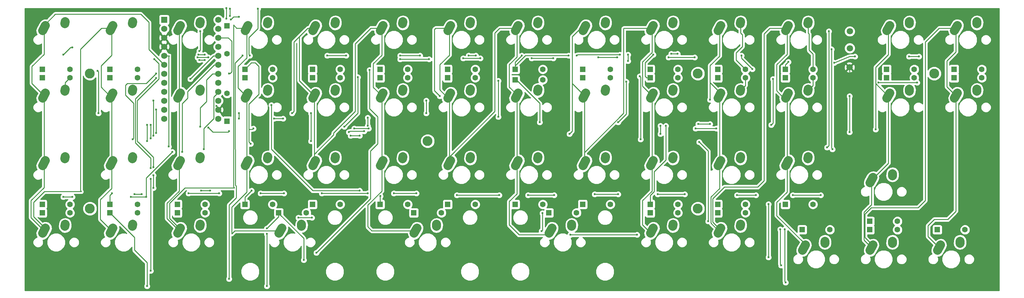
<source format=gtl>
G04 #@! TF.FileFunction,Copper,L1,Top,Signal*
%FSLAX46Y46*%
G04 Gerber Fmt 4.6, Leading zero omitted, Abs format (unit mm)*
G04 Created by KiCad (PCBNEW 4.0.7) date 07/12/18 08:23:40*
%MOMM*%
%LPD*%
G01*
G04 APERTURE LIST*
%ADD10C,0.100000*%
%ADD11R,1.600000X1.600000*%
%ADD12C,1.600000*%
%ADD13C,2.800000*%
%ADD14C,2.500000*%
%ADD15R,1.752600X1.752600*%
%ADD16C,1.752600*%
%ADD17C,1.800000*%
%ADD18C,0.600000*%
%ADD19C,0.250000*%
%ADD20C,0.254000*%
G04 APERTURE END LIST*
D10*
D11*
X15150000Y-48815600D03*
D12*
X22950000Y-48815600D03*
D11*
X15150000Y-51196900D03*
D12*
X22950000Y-51196900D03*
D11*
X15150000Y-86915600D03*
D12*
X22950000Y-86915600D03*
D11*
X15150000Y-89296900D03*
D12*
X22950000Y-89296900D03*
D11*
X34200000Y-48815600D03*
D12*
X42000000Y-48815600D03*
D11*
X34200000Y-51196900D03*
D12*
X42000000Y-51196900D03*
D11*
X34200000Y-86915600D03*
D12*
X42000000Y-86915600D03*
D11*
X34200000Y-89296900D03*
D12*
X42000000Y-89296900D03*
D11*
X67270300Y-36581200D03*
D12*
X67270300Y-44381200D03*
D11*
X67270300Y-63431200D03*
D12*
X67270300Y-55631200D03*
D11*
X53250000Y-86915600D03*
D12*
X61050000Y-86915600D03*
D11*
X53250000Y-89296900D03*
D12*
X61050000Y-89296900D03*
D11*
X72300000Y-48815600D03*
D12*
X80100000Y-48815600D03*
D11*
X72300000Y-51196900D03*
D12*
X80100000Y-51196900D03*
D11*
X72300000Y-86915600D03*
D12*
X80100000Y-86915600D03*
D11*
X81825000Y-89296900D03*
D12*
X89625000Y-89296900D03*
D11*
X91350000Y-48815600D03*
D12*
X99150000Y-48815600D03*
D11*
X91350000Y-51196900D03*
D12*
X99150000Y-51196900D03*
D11*
X91350000Y-86915600D03*
D12*
X99150000Y-86915600D03*
D11*
X110400000Y-48815600D03*
D12*
X118200000Y-48815600D03*
D11*
X110400000Y-51196900D03*
D12*
X118200000Y-51196900D03*
D11*
X110400000Y-86915600D03*
D12*
X118200000Y-86915600D03*
D11*
X119925000Y-89296900D03*
D12*
X127725000Y-89296900D03*
D11*
X129450000Y-48815600D03*
D12*
X137250000Y-48815600D03*
D11*
X129450000Y-51196900D03*
D12*
X137250000Y-51196900D03*
D11*
X129450000Y-86915600D03*
D12*
X137250000Y-86915600D03*
D11*
X148500000Y-48815600D03*
D12*
X156300000Y-48815600D03*
D11*
X148500000Y-51792200D03*
D12*
X156300000Y-51792200D03*
D11*
X148500000Y-86915600D03*
D12*
X156300000Y-86915600D03*
D11*
X158025000Y-89296900D03*
D12*
X165825000Y-89296900D03*
D11*
X167550000Y-48815600D03*
D12*
X175350000Y-48815600D03*
D11*
X167550000Y-51196900D03*
D12*
X175350000Y-51196900D03*
D11*
X167550000Y-86915600D03*
D12*
X175350000Y-86915600D03*
D11*
X186600000Y-48815600D03*
D12*
X194400000Y-48815600D03*
D11*
X186600000Y-51196900D03*
D12*
X194400000Y-51196900D03*
D11*
X186600000Y-86915600D03*
D12*
X194400000Y-86915600D03*
D11*
X186600000Y-89296900D03*
D12*
X194400000Y-89296900D03*
D11*
X205650000Y-48815600D03*
D12*
X213450000Y-48815600D03*
D11*
X205650000Y-51196900D03*
D12*
X213450000Y-51196900D03*
D11*
X205650000Y-86915600D03*
D12*
X213450000Y-86915600D03*
D11*
X205650000Y-89296900D03*
D12*
X213450000Y-89296900D03*
D11*
X224700000Y-48815600D03*
D12*
X232500000Y-48815600D03*
D11*
X224700000Y-51196900D03*
D12*
X232500000Y-51196900D03*
D11*
X224700000Y-86915600D03*
D12*
X232500000Y-86915600D03*
D11*
X229462000Y-94059400D03*
D12*
X237262000Y-94059400D03*
D11*
X253275000Y-48815600D03*
D12*
X261075000Y-48815600D03*
D11*
X253275000Y-51196900D03*
D12*
X261075000Y-51196900D03*
D11*
X248512000Y-91678100D03*
D12*
X256312000Y-91678100D03*
D11*
X248512000Y-94059400D03*
D12*
X256312000Y-94059400D03*
D11*
X272325000Y-48815600D03*
D12*
X280125000Y-48815600D03*
D11*
X272325000Y-51196900D03*
D12*
X280125000Y-51196900D03*
D11*
X267562000Y-94059400D03*
D12*
X275362000Y-94059400D03*
D13*
X28575000Y-50006200D03*
X266700000Y-50006200D03*
X200025000Y-88106200D03*
X28575000Y-88106200D03*
D14*
X225600453Y-55531246D02*
X224789547Y-56991154D01*
X231139724Y-54451872D02*
X231100276Y-55030528D01*
X206550453Y-74581246D02*
X205739547Y-76041154D01*
X212089724Y-73501872D02*
X212050276Y-74080528D01*
X206550453Y-55531246D02*
X205739547Y-56991154D01*
X212089724Y-54451872D02*
X212050276Y-55030528D01*
X168450453Y-74581246D02*
X167639547Y-76041154D01*
X173989724Y-73501872D02*
X173950276Y-74080528D01*
X187500453Y-74581246D02*
X186689547Y-76041154D01*
X193039724Y-73501872D02*
X193000276Y-74080528D01*
X35100453Y-55531246D02*
X34289547Y-56991154D01*
X40639724Y-54451872D02*
X40600276Y-55030528D01*
X111300453Y-74581246D02*
X110489547Y-76041154D01*
X116839724Y-73501872D02*
X116800276Y-74080528D01*
X225600453Y-36481246D02*
X224789547Y-37941154D01*
X231139724Y-35401872D02*
X231100276Y-35980528D01*
X254175453Y-55531246D02*
X253364547Y-56991154D01*
X259714724Y-54451872D02*
X259675276Y-55030528D01*
X273225453Y-55531246D02*
X272414547Y-56991154D01*
X278764724Y-54451872D02*
X278725276Y-55030528D01*
X73200453Y-74581246D02*
X72389547Y-76041154D01*
X78739724Y-73501872D02*
X78700276Y-74080528D01*
X16050453Y-93631246D02*
X15239547Y-95091154D01*
X21589724Y-92551872D02*
X21550276Y-93130528D01*
X73200453Y-55531246D02*
X72389547Y-56991154D01*
X78739724Y-54451872D02*
X78700276Y-55030528D01*
X249412453Y-98394046D02*
X248601547Y-99853954D01*
X254951724Y-97314672D02*
X254912276Y-97893328D01*
X73200453Y-36481246D02*
X72389547Y-37941154D01*
X78739724Y-35401872D02*
X78700276Y-35980528D01*
X16050453Y-55531246D02*
X15239547Y-56991154D01*
X21589724Y-54451872D02*
X21550276Y-55030528D01*
X92250453Y-55531246D02*
X91439547Y-56991154D01*
X97789724Y-54451872D02*
X97750276Y-55030528D01*
X206550453Y-93631246D02*
X205739547Y-95091154D01*
X212089724Y-92551872D02*
X212050276Y-93130528D01*
X111300453Y-55531246D02*
X110489547Y-56991154D01*
X116839724Y-54451872D02*
X116800276Y-55030528D01*
X130350453Y-55531246D02*
X129539547Y-56991154D01*
X135889724Y-54451872D02*
X135850276Y-55030528D01*
X168450453Y-36481246D02*
X167639547Y-37941154D01*
X173989724Y-35401872D02*
X173950276Y-35980528D01*
X149400453Y-55531246D02*
X148589547Y-56991154D01*
X154939724Y-54451872D02*
X154900276Y-55030528D01*
X168450453Y-55531246D02*
X167639547Y-56991154D01*
X173989724Y-54451872D02*
X173950276Y-55030528D01*
X187500453Y-55531246D02*
X186689547Y-56991154D01*
X193039724Y-54451872D02*
X193000276Y-55030528D01*
X54150453Y-93631246D02*
X53339547Y-95091154D01*
X59689724Y-92551872D02*
X59650276Y-93130528D01*
X230362453Y-98394046D02*
X229551547Y-99853954D01*
X235901724Y-97314672D02*
X235862276Y-97893328D01*
X16050453Y-74581246D02*
X15239547Y-76041154D01*
X21589724Y-73501872D02*
X21550276Y-74080528D01*
X149400453Y-74581246D02*
X148589547Y-76041154D01*
X154939724Y-73501872D02*
X154900276Y-74080528D01*
X130350453Y-74581246D02*
X129539547Y-76041154D01*
X135889724Y-73501872D02*
X135850276Y-74080528D01*
X187500453Y-36481246D02*
X186689547Y-37941154D01*
X193039724Y-35401872D02*
X193000276Y-35980528D01*
X206550453Y-36481246D02*
X205739547Y-37941154D01*
X212089724Y-35401872D02*
X212050276Y-35980528D01*
X35100453Y-36481246D02*
X34289547Y-37941154D01*
X40639724Y-35401872D02*
X40600276Y-35980528D01*
X92250453Y-36481246D02*
X91439547Y-37941154D01*
X97789724Y-35401872D02*
X97750276Y-35980528D01*
X187500453Y-93631246D02*
X186689547Y-95091154D01*
X193039724Y-92551872D02*
X193000276Y-93130528D01*
X268462453Y-98394046D02*
X267651547Y-99853954D01*
X274001724Y-97314672D02*
X273962276Y-97893328D01*
X225600453Y-74581246D02*
X224789547Y-76041154D01*
X231139724Y-73501872D02*
X231100276Y-74080528D01*
X54150453Y-55531246D02*
X53339547Y-56991154D01*
X59689724Y-54451872D02*
X59650276Y-55030528D01*
X111300453Y-36481246D02*
X110489547Y-37941154D01*
X116839724Y-35401872D02*
X116800276Y-35980528D01*
X16050453Y-36481246D02*
X15239547Y-37941154D01*
X21589724Y-35401872D02*
X21550276Y-35980528D01*
X254175453Y-36481246D02*
X253364547Y-37941154D01*
X259714724Y-35401872D02*
X259675276Y-35980528D01*
X273225453Y-36481246D02*
X272414547Y-37941154D01*
X278764724Y-35401872D02*
X278725276Y-35980528D01*
X149400453Y-36481246D02*
X148589547Y-37941154D01*
X154939724Y-35401872D02*
X154900276Y-35980528D01*
X249412453Y-79343846D02*
X248601547Y-80803754D01*
X254951724Y-78264472D02*
X254912276Y-78843128D01*
X92250453Y-74581246D02*
X91439547Y-76041154D01*
X97789724Y-73501872D02*
X97750276Y-74080528D01*
X54150453Y-36481246D02*
X53339547Y-37941154D01*
X59689724Y-35401872D02*
X59650276Y-35980528D01*
X35100453Y-93631246D02*
X34289547Y-95091154D01*
X40639724Y-92551872D02*
X40600276Y-93130528D01*
X54150453Y-74581246D02*
X53339547Y-76041154D01*
X59689724Y-73501872D02*
X59650276Y-74080528D01*
X130350453Y-36481246D02*
X129539547Y-37941154D01*
X135889724Y-35401872D02*
X135850276Y-35980528D01*
X35100453Y-74581246D02*
X34289547Y-76041154D01*
X40639724Y-73501872D02*
X40600276Y-74080528D01*
D15*
X49530000Y-34845600D03*
D16*
X49530000Y-37385600D03*
X49530000Y-39925600D03*
X49530000Y-42465600D03*
X49530000Y-45005600D03*
X49530000Y-47545600D03*
X49530000Y-50085600D03*
X49530000Y-52625600D03*
X49530000Y-55165600D03*
X49530000Y-57705600D03*
X49530000Y-60245600D03*
X49530000Y-62785600D03*
X64770000Y-62785600D03*
X64770000Y-60245600D03*
X64770000Y-57705600D03*
X64770000Y-55165600D03*
X64770000Y-52625600D03*
X64770000Y-50085600D03*
X64770000Y-47545600D03*
X64770000Y-45005600D03*
X64770000Y-42465600D03*
X64770000Y-39925600D03*
X64770000Y-37385600D03*
X64770000Y-34845600D03*
D17*
X242888000Y-38100000D03*
X242888000Y-42862500D03*
X242824000Y-48260000D03*
D13*
X123825000Y-69056200D03*
X200025000Y-50006200D03*
D14*
X82725453Y-93631246D02*
X81914547Y-95091154D01*
X88264724Y-92551872D02*
X88225276Y-93130528D01*
X120825453Y-93631246D02*
X120014547Y-95091154D01*
X126364724Y-92551872D02*
X126325276Y-93130528D01*
X158925453Y-93631246D02*
X158114547Y-95091154D01*
X164464724Y-92551872D02*
X164425276Y-93130528D01*
D18*
X199136000Y-45466000D03*
X191770000Y-45466000D03*
X177292000Y-45466000D03*
X171958000Y-45466000D03*
X159258000Y-45720000D03*
X153162000Y-45720000D03*
X138684000Y-45720000D03*
X133858000Y-45720000D03*
X121666000Y-44958000D03*
X116078000Y-44958000D03*
X100838000Y-44958000D03*
X95504000Y-44958000D03*
X70612000Y-34036000D03*
X68326000Y-34798000D03*
X21082000Y-44704000D03*
X23622000Y-42672000D03*
X67057922Y-31578653D03*
X67056000Y-34544000D03*
X59690000Y-65024000D03*
X234696000Y-84328000D03*
X226822000Y-84328000D03*
X216408000Y-84328000D03*
X211074000Y-84328000D03*
X196342000Y-84074000D03*
X188722000Y-84074000D03*
X177546000Y-84074000D03*
X170942000Y-84074000D03*
X159512000Y-84328000D03*
X152146000Y-84328000D03*
X144018000Y-84328000D03*
X132080000Y-84328000D03*
X120650000Y-83820000D03*
X114300000Y-83820000D03*
X106934000Y-83820000D03*
X93980000Y-83820000D03*
X83312000Y-83820000D03*
X76708000Y-83820000D03*
X65024000Y-83820000D03*
X56388000Y-83820000D03*
X51816000Y-72136000D03*
X54610000Y-72136000D03*
X21082000Y-84836000D03*
X23622000Y-84836000D03*
X40132000Y-84836000D03*
X44450000Y-84836000D03*
X56896000Y-51562000D03*
X47244000Y-51308000D03*
X45720000Y-76708000D03*
X45720000Y-79756000D03*
X45720000Y-105664000D03*
X202946000Y-91694000D03*
X200406000Y-69342000D03*
X183896000Y-68580000D03*
X183642000Y-50800000D03*
X180340000Y-46482000D03*
X180340000Y-44704000D03*
X178054000Y-44704000D03*
X165862000Y-44958000D03*
X163576000Y-44958000D03*
X150368000Y-44958000D03*
X137414000Y-44958000D03*
X135382000Y-44958000D03*
X124206000Y-45974000D03*
X116078000Y-45974000D03*
X107442000Y-49022000D03*
X92456000Y-100584000D03*
X47244000Y-50038000D03*
X58928000Y-45466000D03*
X61976000Y-45466000D03*
X40640000Y-68580000D03*
X262382000Y-45212000D03*
X259588000Y-45212000D03*
X244348000Y-45212000D03*
X238506000Y-46990000D03*
X225552000Y-46736000D03*
X187452000Y-44704000D03*
X192532000Y-44450000D03*
X194310000Y-44450000D03*
X212344000Y-44958000D03*
X215392000Y-48768000D03*
X179832000Y-52324000D03*
X177546000Y-63754000D03*
X155448000Y-63754000D03*
X143764000Y-52070000D03*
X143764000Y-62230000D03*
X123444000Y-61214000D03*
X123444000Y-57658000D03*
X104140000Y-51054000D03*
X100330000Y-65024000D03*
X74676000Y-65532000D03*
X30988000Y-61214000D03*
X30734000Y-49276000D03*
X73914000Y-69850000D03*
X250952000Y-52578000D03*
X261874000Y-52578000D03*
X221234000Y-51562000D03*
X220726000Y-64516000D03*
X203454000Y-64262000D03*
X200152000Y-64262000D03*
X191008000Y-64770000D03*
X110490000Y-84582000D03*
X104648000Y-83058000D03*
X79756000Y-58928000D03*
X67818000Y-50038000D03*
X60960000Y-44704000D03*
X59182000Y-44704000D03*
X219964000Y-86868000D03*
X219964000Y-101854000D03*
X182880000Y-95504000D03*
X164084000Y-95504000D03*
X156210000Y-89408000D03*
X155956000Y-94488000D03*
X91186000Y-90678000D03*
X87376000Y-90678000D03*
X59690000Y-38100000D03*
X59436000Y-43688000D03*
X46736000Y-45974000D03*
X46482000Y-76454000D03*
X46482000Y-78740000D03*
X46482000Y-82296000D03*
X74168000Y-83058000D03*
X62484000Y-83058000D03*
X59944000Y-83058000D03*
X43180000Y-84074000D03*
X41148000Y-84074000D03*
X34798000Y-83820000D03*
X47244000Y-60198000D03*
X47244000Y-66802000D03*
X203454000Y-57404000D03*
X105918000Y-66294000D03*
X101600000Y-66548000D03*
X163830000Y-67056000D03*
X104648000Y-67564000D03*
X102108000Y-67564000D03*
X46482000Y-67564000D03*
X46482000Y-57658000D03*
X44704000Y-64516000D03*
X44704000Y-69088000D03*
X90932000Y-69088000D03*
X85598000Y-61214000D03*
X90932000Y-61214000D03*
X61976000Y-65278000D03*
X250190000Y-65786000D03*
X205232000Y-65532000D03*
X199390000Y-65532000D03*
X107188000Y-65532000D03*
X103124000Y-65532000D03*
X67818000Y-66294000D03*
X59436000Y-46228000D03*
X60960000Y-46228000D03*
X127254000Y-56388000D03*
X45720000Y-64516000D03*
X45720000Y-68326000D03*
X60706000Y-71374000D03*
X237998000Y-71374000D03*
X237744000Y-43180000D03*
X242570000Y-53086000D03*
X64262000Y-59182000D03*
X52070000Y-52832000D03*
X51562000Y-42418000D03*
X242824000Y-66548000D03*
X189484000Y-67056000D03*
X189484000Y-64770000D03*
X106934000Y-64770000D03*
X106934000Y-62484000D03*
X83058000Y-62738000D03*
X80518000Y-62738000D03*
X70612000Y-62738000D03*
X70612000Y-61214000D03*
X242824000Y-56388000D03*
X71628000Y-44958000D03*
X73660000Y-44958000D03*
X75946000Y-31750000D03*
X68072000Y-31750000D03*
X68072000Y-33782000D03*
X67818000Y-107950000D03*
X223266000Y-93980000D03*
X223520000Y-104140000D03*
X88900000Y-102616000D03*
X224536000Y-93980000D03*
X224790000Y-108966000D03*
X44704000Y-109982000D03*
X78486000Y-93726000D03*
X78486000Y-95250000D03*
X78486000Y-109982000D03*
X236982000Y-38100000D03*
X236474000Y-70866000D03*
X50800000Y-70612000D03*
D19*
X191770000Y-45466000D02*
X199136000Y-45466000D01*
X171958000Y-45466000D02*
X177292000Y-45466000D01*
X153162000Y-45720000D02*
X159258000Y-45720000D01*
X133858000Y-45720000D02*
X138684000Y-45720000D01*
X116078000Y-44958000D02*
X121666000Y-44958000D01*
X95504000Y-44958000D02*
X100838000Y-44958000D01*
X69088000Y-34036000D02*
X70612000Y-34036000D01*
X68326000Y-34798000D02*
X69088000Y-34036000D01*
X21082000Y-44704000D02*
X23114000Y-42672000D01*
X23114000Y-42672000D02*
X23622000Y-42672000D01*
X67057922Y-31578653D02*
X67056000Y-34544000D01*
X21570000Y-54741200D02*
X21570000Y-52576900D01*
X21570000Y-52576900D02*
X22950000Y-51196900D01*
X64770000Y-50085600D02*
X63198400Y-50085600D01*
X59690000Y-59690000D02*
X59690000Y-65024000D01*
X61468000Y-57912000D02*
X59690000Y-59690000D01*
X61468000Y-51816000D02*
X61468000Y-57912000D01*
X63198400Y-50085600D02*
X61468000Y-51816000D01*
X226822000Y-84328000D02*
X234696000Y-84328000D01*
X211074000Y-84328000D02*
X216408000Y-84328000D01*
X188722000Y-84074000D02*
X196342000Y-84074000D01*
X170942000Y-84074000D02*
X177546000Y-84074000D01*
X152146000Y-84328000D02*
X159512000Y-84328000D01*
X132080000Y-84328000D02*
X144018000Y-84328000D01*
X114300000Y-83820000D02*
X120650000Y-83820000D01*
X93980000Y-83820000D02*
X106934000Y-83820000D01*
X76708000Y-83820000D02*
X83312000Y-83820000D01*
X56388000Y-83820000D02*
X65024000Y-83820000D01*
X64770000Y-47545600D02*
X63706400Y-47545600D01*
X44450000Y-79502000D02*
X44450000Y-84836000D01*
X51816000Y-72136000D02*
X44450000Y-79502000D01*
X54610000Y-58513002D02*
X54610000Y-72136000D01*
X56134000Y-56989002D02*
X54610000Y-58513002D01*
X56134000Y-55118000D02*
X56134000Y-56989002D01*
X63706400Y-47545600D02*
X56134000Y-55118000D01*
X21082000Y-84836000D02*
X23622000Y-84836000D01*
X40132000Y-84836000D02*
X44450000Y-84836000D01*
X45720000Y-79756000D02*
X45720000Y-91186000D01*
X63452400Y-45005600D02*
X56896000Y-51562000D01*
X47244000Y-51308000D02*
X41402000Y-57150000D01*
X41402000Y-57150000D02*
X41402000Y-69596000D01*
X41402000Y-69596000D02*
X45720000Y-73914000D01*
X45720000Y-73914000D02*
X45720000Y-76708000D01*
X64770000Y-45005600D02*
X63452400Y-45005600D01*
X45720000Y-98806000D02*
X45720000Y-105664000D01*
X45720000Y-91186000D02*
X45720000Y-98806000D01*
X202946000Y-71882000D02*
X202946000Y-91694000D01*
X200406000Y-69342000D02*
X202946000Y-71882000D01*
X183896000Y-51054000D02*
X183896000Y-68580000D01*
X183642000Y-50800000D02*
X183896000Y-51054000D01*
X148500000Y-48815600D02*
X148500000Y-47842000D01*
X180340000Y-44704000D02*
X180340000Y-46482000D01*
X166116000Y-44704000D02*
X178054000Y-44704000D01*
X165862000Y-44958000D02*
X166116000Y-44704000D01*
X151384000Y-44958000D02*
X163576000Y-44958000D01*
X148500000Y-47842000D02*
X151384000Y-44958000D01*
X148500000Y-46826000D02*
X148500000Y-48815600D01*
X150368000Y-44958000D02*
X148500000Y-46826000D01*
X135382000Y-44958000D02*
X137414000Y-44958000D01*
X119126000Y-45974000D02*
X124206000Y-45974000D01*
X116078000Y-45974000D02*
X119126000Y-45974000D01*
X107442000Y-59944000D02*
X107442000Y-49022000D01*
X109728000Y-62230000D02*
X107442000Y-59944000D01*
X109728000Y-69850000D02*
X109728000Y-62230000D01*
X107696000Y-71882000D02*
X109728000Y-69850000D01*
X107696000Y-85344000D02*
X107696000Y-71882000D01*
X92456000Y-100584000D02*
X107696000Y-85344000D01*
X40894000Y-58420000D02*
X40894000Y-68326000D01*
X38608000Y-56134000D02*
X40894000Y-58420000D01*
X38608000Y-53340000D02*
X38608000Y-56134000D01*
X39116000Y-52832000D02*
X38608000Y-53340000D01*
X44450000Y-52832000D02*
X39116000Y-52832000D01*
X47244000Y-50038000D02*
X44450000Y-52832000D01*
X61976000Y-45466000D02*
X58928000Y-45466000D01*
X40894000Y-68326000D02*
X40640000Y-68580000D01*
X224700000Y-48815600D02*
X224700000Y-47588000D01*
X259588000Y-45212000D02*
X262382000Y-45212000D01*
X242824000Y-45212000D02*
X244348000Y-45212000D01*
X238506000Y-46990000D02*
X242824000Y-45212000D01*
X224700000Y-47588000D02*
X225552000Y-46736000D01*
X185562900Y-51196900D02*
X186600000Y-51196900D01*
X185166000Y-50800000D02*
X185562900Y-51196900D01*
X185166000Y-46990000D02*
X185166000Y-50800000D01*
X187452000Y-44704000D02*
X185166000Y-46990000D01*
X194310000Y-44450000D02*
X192532000Y-44450000D01*
X212344000Y-45720000D02*
X212344000Y-44958000D01*
X215392000Y-48768000D02*
X212344000Y-45720000D01*
X148500000Y-51792200D02*
X148820200Y-51792200D01*
X148820200Y-51792200D02*
X155448000Y-58420000D01*
X179832000Y-61468000D02*
X179832000Y-52324000D01*
X177546000Y-63754000D02*
X179832000Y-61468000D01*
X155448000Y-58420000D02*
X155448000Y-63754000D01*
X143764000Y-62230000D02*
X143764000Y-52070000D01*
X123444000Y-57658000D02*
X123444000Y-61214000D01*
X73406000Y-65786000D02*
X74422000Y-65786000D01*
X104140000Y-61214000D02*
X104140000Y-51054000D01*
X100330000Y-65024000D02*
X104140000Y-61214000D01*
X74422000Y-65786000D02*
X74676000Y-65532000D01*
X30988000Y-49530000D02*
X30988000Y-61214000D01*
X30734000Y-49276000D02*
X30988000Y-49530000D01*
X74125600Y-46990000D02*
X72300000Y-48815600D01*
X75184000Y-46990000D02*
X74125600Y-46990000D01*
X76200000Y-48006000D02*
X75184000Y-46990000D01*
X76200000Y-55880000D02*
X76200000Y-48006000D01*
X73406000Y-58674000D02*
X76200000Y-55880000D01*
X73406000Y-69342000D02*
X73406000Y-65786000D01*
X73406000Y-65786000D02*
X73406000Y-58674000D01*
X73914000Y-69850000D02*
X73406000Y-69342000D01*
X261874000Y-52578000D02*
X250952000Y-52578000D01*
X186600000Y-86915600D02*
X186600000Y-84418000D01*
X221234000Y-64008000D02*
X221234000Y-51562000D01*
X220726000Y-64516000D02*
X221234000Y-64008000D01*
X200152000Y-64262000D02*
X203454000Y-64262000D01*
X191008000Y-74422000D02*
X191008000Y-64770000D01*
X187706000Y-77724000D02*
X191008000Y-74422000D01*
X187706000Y-83312000D02*
X187706000Y-77724000D01*
X186600000Y-84418000D02*
X187706000Y-83312000D01*
X110400000Y-84672000D02*
X110400000Y-86915600D01*
X110490000Y-84582000D02*
X110400000Y-84672000D01*
X91440000Y-83058000D02*
X104648000Y-83058000D01*
X79756000Y-71374000D02*
X91440000Y-83058000D01*
X79756000Y-58928000D02*
X79756000Y-71374000D01*
X64770000Y-39925600D02*
X67611600Y-39925600D01*
X68072000Y-50038000D02*
X67818000Y-50038000D01*
X68580000Y-49530000D02*
X68072000Y-50038000D01*
X68580000Y-40894000D02*
X68580000Y-49530000D01*
X67611600Y-39925600D02*
X68580000Y-40894000D01*
X59182000Y-44704000D02*
X60960000Y-44704000D01*
X219964000Y-101854000D02*
X219964000Y-86868000D01*
X164084000Y-95504000D02*
X182880000Y-95504000D01*
X156210000Y-94234000D02*
X156210000Y-89408000D01*
X155956000Y-94488000D02*
X156210000Y-94234000D01*
X87376000Y-90678000D02*
X91186000Y-90678000D01*
X59690000Y-43434000D02*
X59690000Y-38100000D01*
X59436000Y-43688000D02*
X59690000Y-43434000D01*
X48006000Y-47244000D02*
X46736000Y-45974000D01*
X48006000Y-51562000D02*
X48006000Y-47244000D01*
X41910000Y-57658000D02*
X48006000Y-51562000D01*
X41910000Y-69145998D02*
X41910000Y-57658000D01*
X42106002Y-69342000D02*
X41910000Y-69145998D01*
X42164000Y-69342000D02*
X42106002Y-69342000D01*
X46482000Y-73660000D02*
X42164000Y-69342000D01*
X46482000Y-76454000D02*
X46482000Y-73660000D01*
X46482000Y-82296000D02*
X46482000Y-78740000D01*
X34200000Y-86915600D02*
X34200000Y-84418000D01*
X72300000Y-84926000D02*
X72300000Y-86915600D01*
X74168000Y-83058000D02*
X72300000Y-84926000D01*
X59944000Y-83058000D02*
X62484000Y-83058000D01*
X41148000Y-84074000D02*
X43180000Y-84074000D01*
X34200000Y-84418000D02*
X34798000Y-83820000D01*
X212070000Y-35691200D02*
X212070000Y-38588000D01*
X210820000Y-46185600D02*
X213450000Y-48815600D01*
X210820000Y-44196000D02*
X210820000Y-46185600D01*
X212598000Y-42418000D02*
X210820000Y-44196000D01*
X212598000Y-39116000D02*
X212598000Y-42418000D01*
X212070000Y-38588000D02*
X212598000Y-39116000D01*
X213450000Y-51196900D02*
X213450000Y-53361200D01*
X213450000Y-53361200D02*
X212070000Y-54741200D01*
X231120000Y-35691200D02*
X231120000Y-38588000D01*
X232500000Y-44540000D02*
X232500000Y-48815600D01*
X231394000Y-43434000D02*
X232500000Y-44540000D01*
X231394000Y-38862000D02*
X231394000Y-43434000D01*
X231120000Y-38588000D02*
X231394000Y-38862000D01*
X232500000Y-51196900D02*
X232500000Y-53361200D01*
X232500000Y-53361200D02*
X231120000Y-54741200D01*
X47244000Y-60198000D02*
X47244000Y-66802000D01*
X203454000Y-57404000D02*
X203454000Y-52578000D01*
X101854000Y-66294000D02*
X105918000Y-66294000D01*
X101600000Y-66548000D02*
X101854000Y-66294000D01*
X225195000Y-75311200D02*
X225195000Y-83463000D01*
X222298000Y-90122000D02*
X229957000Y-97781000D01*
X222298000Y-86360000D02*
X222298000Y-90122000D01*
X225195000Y-83463000D02*
X222298000Y-86360000D01*
X229957000Y-97781000D02*
X229957000Y-99124000D01*
X225195000Y-56261200D02*
X225195000Y-75311200D01*
X225195000Y-37211200D02*
X225195000Y-44553000D01*
X223647200Y-56261200D02*
X225195000Y-56261200D01*
X222250000Y-54864000D02*
X223647200Y-56261200D01*
X222250000Y-47498000D02*
X222250000Y-54864000D01*
X225195000Y-44553000D02*
X222250000Y-47498000D01*
X206145000Y-94361200D02*
X206145000Y-93877000D01*
X206145000Y-93877000D02*
X204216000Y-91948000D01*
X220344800Y-37211200D02*
X225195000Y-37211200D01*
X218694000Y-38862000D02*
X220344800Y-37211200D01*
X218694000Y-80264000D02*
X218694000Y-38862000D01*
X216916000Y-82042000D02*
X218694000Y-80264000D01*
X207518000Y-82042000D02*
X216916000Y-82042000D01*
X204216000Y-85344000D02*
X207518000Y-82042000D01*
X204216000Y-91948000D02*
X204216000Y-85344000D01*
X206145000Y-75311200D02*
X206145000Y-82399000D01*
X203708000Y-92202000D02*
X205867200Y-94361200D01*
X203708000Y-84836000D02*
X203708000Y-92202000D01*
X206145000Y-82399000D02*
X203708000Y-84836000D01*
X205867200Y-94361200D02*
X206145000Y-94361200D01*
X206145000Y-56261200D02*
X206145000Y-69191000D01*
X206145000Y-69191000D02*
X206145000Y-75311200D01*
X206145000Y-37211200D02*
X206145000Y-45061000D01*
X203454000Y-52578000D02*
X206145000Y-55269000D01*
X203454000Y-47752000D02*
X203454000Y-52578000D01*
X206145000Y-45061000D02*
X203454000Y-47752000D01*
X206145000Y-55269000D02*
X206145000Y-56261200D01*
X164592000Y-66294000D02*
X164592000Y-52578000D01*
X163830000Y-67056000D02*
X164592000Y-66294000D01*
X102108000Y-67564000D02*
X104648000Y-67564000D01*
X46482000Y-57658000D02*
X46482000Y-67564000D01*
X187095000Y-75311200D02*
X187095000Y-83209000D01*
X184452000Y-92662000D02*
X186151200Y-94361200D01*
X184452000Y-85852000D02*
X184452000Y-92662000D01*
X187095000Y-83209000D02*
X184452000Y-85852000D01*
X186151200Y-94361200D02*
X187095000Y-94361200D01*
X187095000Y-56261200D02*
X187095000Y-75311200D01*
X187095000Y-37211200D02*
X187095000Y-44045000D01*
X184404000Y-53570200D02*
X187095000Y-56261200D01*
X184404000Y-46736000D02*
X184404000Y-53570200D01*
X187095000Y-44045000D02*
X184404000Y-46736000D01*
X168045000Y-75311200D02*
X168045000Y-72239000D01*
X179196800Y-37211200D02*
X187095000Y-37211200D01*
X179070000Y-37338000D02*
X179196800Y-37211200D01*
X179070000Y-61214000D02*
X179070000Y-37338000D01*
X168045000Y-72239000D02*
X179070000Y-61214000D01*
X168045000Y-56261200D02*
X168045000Y-75311200D01*
X168045000Y-37211200D02*
X167004800Y-37211200D01*
X167004800Y-37211200D02*
X164592000Y-39624000D01*
X164592000Y-39624000D02*
X164592000Y-52578000D01*
X164592000Y-52578000D02*
X164592000Y-52808200D01*
X164592000Y-52808200D02*
X168045000Y-56261200D01*
X15645000Y-37211200D02*
X15645000Y-36425000D01*
X15645000Y-36425000D02*
X18796000Y-33274000D01*
X45212000Y-43227600D02*
X49530000Y-47545600D01*
X45212000Y-35560000D02*
X45212000Y-43227600D01*
X42926000Y-33274000D02*
X45212000Y-35560000D01*
X18796000Y-33274000D02*
X42926000Y-33274000D01*
X34695000Y-75311200D02*
X34695000Y-82399000D01*
X31496000Y-91162200D02*
X34695000Y-94361200D01*
X31496000Y-85598000D02*
X31496000Y-91162200D01*
X34695000Y-82399000D02*
X31496000Y-85598000D01*
X34695000Y-56261200D02*
X34695000Y-75311200D01*
X34695000Y-37211200D02*
X34695000Y-44855000D01*
X31750000Y-53848000D02*
X34163200Y-56261200D01*
X31750000Y-47800000D02*
X31750000Y-53848000D01*
X34695000Y-44855000D02*
X31750000Y-47800000D01*
X34163200Y-56261200D02*
X34695000Y-56261200D01*
X15645000Y-94361200D02*
X15645000Y-93369000D01*
X15645000Y-93369000D02*
X12700000Y-90424000D01*
X31876800Y-37211200D02*
X34695000Y-37211200D01*
X25908000Y-43180000D02*
X31876800Y-37211200D01*
X25908000Y-83058000D02*
X25908000Y-43180000D01*
X26162000Y-83312000D02*
X25908000Y-83058000D01*
X15748000Y-83312000D02*
X26162000Y-83312000D01*
X12700000Y-86360000D02*
X15748000Y-83312000D01*
X12700000Y-90424000D02*
X12700000Y-86360000D01*
X15645000Y-75311200D02*
X15645000Y-82145000D01*
X11938000Y-90654200D02*
X15645000Y-94361200D01*
X11938000Y-85852000D02*
X11938000Y-90654200D01*
X15645000Y-82145000D02*
X11938000Y-85852000D01*
X15645000Y-56261200D02*
X15645000Y-75311200D01*
X15645000Y-37211200D02*
X15645000Y-44553000D01*
X12192000Y-52808200D02*
X15645000Y-56261200D01*
X12192000Y-48006000D02*
X12192000Y-52808200D01*
X15645000Y-44553000D02*
X12192000Y-48006000D01*
X90932000Y-69088000D02*
X90932000Y-61214000D01*
X44704000Y-64516000D02*
X44704000Y-69088000D01*
X86106000Y-41148000D02*
X87630000Y-39624000D01*
X86106000Y-60706000D02*
X86106000Y-41148000D01*
X85598000Y-61214000D02*
X86106000Y-60706000D01*
X110895000Y-75311200D02*
X110895000Y-83161000D01*
X108077200Y-94361200D02*
X120420000Y-94361200D01*
X106934000Y-93218000D02*
X108077200Y-94361200D01*
X106934000Y-87122000D02*
X106934000Y-93218000D01*
X110895000Y-83161000D02*
X106934000Y-87122000D01*
X110895000Y-56261200D02*
X110895000Y-75311200D01*
X110895000Y-37211200D02*
X110895000Y-44855000D01*
X108506000Y-53872200D02*
X110895000Y-56261200D01*
X108506000Y-47244000D02*
X108506000Y-53872200D01*
X110895000Y-44855000D02*
X108506000Y-47244000D01*
X91845000Y-75311200D02*
X91845000Y-72747000D01*
X107822800Y-37211200D02*
X110895000Y-37211200D01*
X103378000Y-41656000D02*
X107822800Y-37211200D01*
X103378000Y-60706000D02*
X103378000Y-41656000D01*
X97282000Y-66802000D02*
X103378000Y-60706000D01*
X97282000Y-67310000D02*
X97282000Y-66802000D01*
X91845000Y-72747000D02*
X97282000Y-67310000D01*
X91845000Y-56261200D02*
X91845000Y-75311200D01*
X91845000Y-37211200D02*
X90042800Y-37211200D01*
X87630000Y-52046200D02*
X91845000Y-56261200D01*
X87630000Y-39624000D02*
X87630000Y-52046200D01*
X90042800Y-37211200D02*
X87630000Y-39624000D01*
X66802000Y-66548000D02*
X67564000Y-66548000D01*
X61976000Y-65278000D02*
X63246000Y-66548000D01*
X63246000Y-66548000D02*
X66802000Y-66548000D01*
X250190000Y-65786000D02*
X250190000Y-52578000D01*
X199390000Y-65532000D02*
X205232000Y-65532000D01*
X103124000Y-65532000D02*
X107188000Y-65532000D01*
X67564000Y-66548000D02*
X67818000Y-66294000D01*
X272820000Y-56261200D02*
X272820000Y-88876000D01*
X264922000Y-95989000D02*
X268057000Y-99124000D01*
X264922000Y-92964000D02*
X264922000Y-95989000D01*
X266700000Y-91186000D02*
X264922000Y-92964000D01*
X270510000Y-91186000D02*
X266700000Y-91186000D01*
X272820000Y-88876000D02*
X270510000Y-91186000D01*
X272820000Y-37211200D02*
X272820000Y-43918000D01*
X270256000Y-53697200D02*
X272820000Y-56261200D01*
X270256000Y-46482000D02*
X270256000Y-53697200D01*
X272820000Y-43918000D02*
X270256000Y-46482000D01*
X249007000Y-99124000D02*
X249007000Y-98131000D01*
X249007000Y-98131000D02*
X247142000Y-96266000D01*
X268096800Y-37211200D02*
X272820000Y-37211200D01*
X264160000Y-41148000D02*
X268096800Y-37211200D01*
X264160000Y-85852000D02*
X264160000Y-41148000D01*
X262128000Y-87884000D02*
X264160000Y-85852000D01*
X248920000Y-87884000D02*
X262128000Y-87884000D01*
X247142000Y-89662000D02*
X248920000Y-87884000D01*
X247142000Y-96266000D02*
X247142000Y-89662000D01*
X249007000Y-80073800D02*
X249007000Y-87035000D01*
X246888000Y-97005000D02*
X249007000Y-99124000D01*
X246888000Y-89154000D02*
X246888000Y-97005000D01*
X249007000Y-87035000D02*
X246888000Y-89154000D01*
X253770000Y-56261200D02*
X253770000Y-75310800D01*
X253770000Y-75310800D02*
X249007000Y-80073800D01*
X253770000Y-37211200D02*
X253770000Y-44680000D01*
X250190000Y-52832000D02*
X253619200Y-56261200D01*
X250190000Y-48260000D02*
X250190000Y-52578000D01*
X250190000Y-52578000D02*
X250190000Y-52832000D01*
X253770000Y-44680000D02*
X250190000Y-48260000D01*
X253619200Y-56261200D02*
X253770000Y-56261200D01*
X60960000Y-46228000D02*
X59436000Y-46228000D01*
X72795000Y-75311200D02*
X72795000Y-83463000D01*
X69468800Y-94361200D02*
X82320000Y-94361200D01*
X68580000Y-95250000D02*
X69468800Y-94361200D01*
X68580000Y-87678000D02*
X68580000Y-95250000D01*
X72795000Y-83463000D02*
X68580000Y-87678000D01*
X72795000Y-56261200D02*
X72795000Y-75311200D01*
X72795000Y-37211200D02*
X72795000Y-45617000D01*
X70406000Y-54054000D02*
X72613200Y-56261200D01*
X70406000Y-48006000D02*
X70406000Y-54054000D01*
X72795000Y-45617000D02*
X70406000Y-48006000D01*
X72613200Y-56261200D02*
X72795000Y-56261200D01*
X53745000Y-94361200D02*
X53745000Y-93623000D01*
X53745000Y-93623000D02*
X51054000Y-90932000D01*
X69977200Y-37211200D02*
X72795000Y-37211200D01*
X69088000Y-36322000D02*
X69977200Y-37211200D01*
X69088000Y-82042000D02*
X69088000Y-36322000D01*
X69342000Y-82296000D02*
X69088000Y-82042000D01*
X55372000Y-82296000D02*
X69342000Y-82296000D01*
X51054000Y-86614000D02*
X55372000Y-82296000D01*
X51054000Y-90932000D02*
X51054000Y-86614000D01*
X53745000Y-75311200D02*
X53745000Y-83161000D01*
X50292000Y-90908200D02*
X53745000Y-94361200D01*
X50292000Y-86614000D02*
X50292000Y-90908200D01*
X53745000Y-83161000D02*
X50292000Y-86614000D01*
X53745000Y-56261200D02*
X53745000Y-75311200D01*
X53745000Y-37211200D02*
X53745000Y-56261200D01*
X127254000Y-56388000D02*
X125730000Y-54864000D01*
X126110800Y-37211200D02*
X129945000Y-37211200D01*
X125730000Y-37592000D02*
X126110800Y-37211200D01*
X125730000Y-54864000D02*
X125730000Y-37592000D01*
X45720000Y-64516000D02*
X45720000Y-68326000D01*
X148995000Y-75311200D02*
X148995000Y-83923000D01*
X149606000Y-95504000D02*
X157377200Y-95504000D01*
X146812000Y-92710000D02*
X149606000Y-95504000D01*
X146812000Y-86106000D02*
X146812000Y-92710000D01*
X148995000Y-83923000D02*
X146812000Y-86106000D01*
X157377200Y-95504000D02*
X158520000Y-94361200D01*
X148995000Y-56261200D02*
X148995000Y-75311200D01*
X148995000Y-37211200D02*
X148995000Y-45363000D01*
X146860000Y-53800000D02*
X148995000Y-55935000D01*
X146860000Y-47498000D02*
X146860000Y-53800000D01*
X148995000Y-45363000D02*
X146860000Y-47498000D01*
X148995000Y-55935000D02*
X148995000Y-56261200D01*
X129945000Y-75311200D02*
X129945000Y-73509000D01*
X129945000Y-73509000D02*
X142748000Y-60706000D01*
X144144800Y-37211200D02*
X148995000Y-37211200D01*
X142748000Y-38608000D02*
X144144800Y-37211200D01*
X142748000Y-60706000D02*
X142748000Y-38608000D01*
X129945000Y-56261200D02*
X129945000Y-75311200D01*
X129945000Y-37211200D02*
X129945000Y-44807000D01*
X129945000Y-44807000D02*
X127254000Y-47498000D01*
X127254000Y-47498000D02*
X127254000Y-54610000D01*
X127254000Y-54610000D02*
X128905200Y-56261200D01*
X128905200Y-56261200D02*
X129945000Y-56261200D01*
X64770000Y-55165600D02*
X64770000Y-55372000D01*
X64770000Y-55372000D02*
X63500000Y-56642000D01*
X63500000Y-56642000D02*
X63500000Y-62738000D01*
X63500000Y-62738000D02*
X60706000Y-65532000D01*
X60706000Y-65532000D02*
X60706000Y-71374000D01*
X237998000Y-71374000D02*
X237744000Y-71120000D01*
X237744000Y-71120000D02*
X237744000Y-43180000D01*
X242824000Y-52832000D02*
X242824000Y-48260000D01*
X242570000Y-53086000D02*
X242824000Y-52832000D01*
X64770000Y-60245600D02*
X64770000Y-59690000D01*
X64770000Y-59690000D02*
X64262000Y-59182000D01*
X52070000Y-52832000D02*
X51562000Y-52324000D01*
X51562000Y-52324000D02*
X51562000Y-42418000D01*
X242824000Y-56642000D02*
X242824000Y-56388000D01*
X242824000Y-66548000D02*
X242824000Y-56642000D01*
X189484000Y-64770000D02*
X189484000Y-67056000D01*
X106934000Y-62484000D02*
X106934000Y-64770000D01*
X80518000Y-62738000D02*
X83058000Y-62738000D01*
X70612000Y-61214000D02*
X70612000Y-62738000D01*
X67818000Y-107696000D02*
X67818000Y-107950000D01*
X67818000Y-87122000D02*
X67818000Y-107696000D01*
X69850000Y-85090000D02*
X67818000Y-87122000D01*
X69850000Y-81788000D02*
X69850000Y-85090000D01*
X69596000Y-81534000D02*
X69850000Y-81788000D01*
X69596000Y-71431998D02*
X69596000Y-81534000D01*
X69538002Y-71374000D02*
X69596000Y-71431998D01*
X69538002Y-47047998D02*
X69538002Y-71374000D01*
X71628000Y-44958000D02*
X69538002Y-47047998D01*
X73406000Y-44704000D02*
X73660000Y-44958000D01*
X73406000Y-39878000D02*
X73406000Y-44704000D01*
X75946000Y-37338000D02*
X73406000Y-39878000D01*
X75946000Y-31750000D02*
X75946000Y-37338000D01*
X68072000Y-33782000D02*
X68072000Y-31750000D01*
X81825000Y-89296900D02*
X81825000Y-89445000D01*
X81825000Y-89445000D02*
X88900000Y-96520000D01*
X223266000Y-103886000D02*
X223266000Y-93980000D01*
X223520000Y-104140000D02*
X223266000Y-103886000D01*
X88900000Y-96520000D02*
X88900000Y-102616000D01*
X224536000Y-108712000D02*
X224536000Y-93980000D01*
X224790000Y-108966000D02*
X224536000Y-108712000D01*
X34200000Y-89296900D02*
X34200000Y-89318000D01*
X34200000Y-89318000D02*
X41148000Y-96266000D01*
X44704000Y-103378000D02*
X44704000Y-109982000D01*
X41148000Y-99822000D02*
X44704000Y-103378000D01*
X41148000Y-96266000D02*
X41148000Y-99822000D01*
X81825000Y-90387000D02*
X81825000Y-89296900D01*
X78486000Y-93726000D02*
X81825000Y-90387000D01*
X78486000Y-109982000D02*
X78486000Y-95250000D01*
X49530000Y-45005600D02*
X51006400Y-45005600D01*
X236982000Y-70358000D02*
X236982000Y-38100000D01*
X236474000Y-70866000D02*
X236982000Y-70358000D01*
X50800000Y-45212000D02*
X50800000Y-70612000D01*
X51006400Y-45005600D02*
X50800000Y-45212000D01*
D20*
G36*
X66122760Y-31763820D02*
X66264805Y-32107596D01*
X66297558Y-32140406D01*
X66296364Y-33981173D01*
X66263808Y-34013673D01*
X66162396Y-34257899D01*
X66051965Y-33990636D01*
X65627200Y-33565129D01*
X65071935Y-33334563D01*
X64470703Y-33334038D01*
X63915036Y-33563635D01*
X63489529Y-33988400D01*
X63258963Y-34543665D01*
X63258438Y-35144897D01*
X63488035Y-35700564D01*
X63902698Y-36115951D01*
X63489529Y-36528400D01*
X63258963Y-37083665D01*
X63258438Y-37684897D01*
X63488035Y-38240564D01*
X63902698Y-38655951D01*
X63489529Y-39068400D01*
X63321990Y-39471880D01*
X63072794Y-39222249D01*
X62526861Y-38995558D01*
X61935733Y-38995042D01*
X61389405Y-39220780D01*
X60971049Y-39638406D01*
X60744358Y-40184339D01*
X60743842Y-40775467D01*
X60969580Y-41321795D01*
X61387206Y-41740151D01*
X61933139Y-41966842D01*
X62524267Y-41967358D01*
X63070595Y-41741620D01*
X63488951Y-41323994D01*
X63648045Y-40940853D01*
X63902698Y-41195951D01*
X63489529Y-41608400D01*
X63258963Y-42163665D01*
X63258438Y-42764897D01*
X63488035Y-43320564D01*
X63902698Y-43735951D01*
X63489529Y-44148400D01*
X63448877Y-44246301D01*
X63161561Y-44303452D01*
X62914999Y-44468199D01*
X62607770Y-44775428D01*
X62506327Y-44673808D01*
X62162799Y-44531162D01*
X61895151Y-44530929D01*
X61895162Y-44518833D01*
X61753117Y-44175057D01*
X61490327Y-43911808D01*
X61146799Y-43769162D01*
X60774833Y-43768838D01*
X60431057Y-43910883D01*
X60397882Y-43944000D01*
X60342103Y-43944000D01*
X60370838Y-43874799D01*
X60370941Y-43756579D01*
X60392148Y-43724840D01*
X60450000Y-43434000D01*
X60450000Y-38662463D01*
X60482192Y-38630327D01*
X60624838Y-38286799D01*
X60625162Y-37914833D01*
X60517837Y-37655087D01*
X60886528Y-37443509D01*
X61335793Y-36861180D01*
X61528012Y-36151252D01*
X61573258Y-35487569D01*
X61479167Y-34758122D01*
X61113091Y-34120208D01*
X60530762Y-33670943D01*
X59820834Y-33478724D01*
X59091387Y-33572814D01*
X58453472Y-33938891D01*
X58004207Y-34521220D01*
X57811988Y-35231148D01*
X57766742Y-35894830D01*
X57860833Y-36624277D01*
X58226909Y-37262192D01*
X58809238Y-37711457D01*
X58835933Y-37718685D01*
X58755162Y-37913201D01*
X58754838Y-38285167D01*
X58813071Y-38426102D01*
X58641096Y-38253827D01*
X57675215Y-37852758D01*
X56629374Y-37851845D01*
X55662793Y-38251228D01*
X54922627Y-38990104D01*
X54521558Y-39955985D01*
X54520645Y-41001826D01*
X54920028Y-41968407D01*
X55658904Y-42708573D01*
X56624785Y-43109642D01*
X57670626Y-43110555D01*
X58637207Y-42711172D01*
X58930000Y-42418889D01*
X58930000Y-42885403D01*
X58907057Y-42894883D01*
X58643808Y-43157673D01*
X58501162Y-43501201D01*
X58500838Y-43873167D01*
X58556322Y-44007449D01*
X58389808Y-44173673D01*
X58247162Y-44517201D01*
X58246894Y-44824781D01*
X58135808Y-44935673D01*
X57993162Y-45279201D01*
X57992838Y-45651167D01*
X58134883Y-45994943D01*
X58397673Y-46258192D01*
X58500936Y-46301071D01*
X58500838Y-46413167D01*
X58642883Y-46756943D01*
X58905673Y-47020192D01*
X59249201Y-47162838D01*
X59621167Y-47163162D01*
X59964943Y-47021117D01*
X59998118Y-46988000D01*
X60395198Y-46988000D01*
X56756320Y-50626878D01*
X56710833Y-50626838D01*
X56367057Y-50768883D01*
X56103808Y-51031673D01*
X55961162Y-51375201D01*
X55960838Y-51747167D01*
X56102883Y-52090943D01*
X56365673Y-52354192D01*
X56709201Y-52496838D01*
X57081167Y-52497162D01*
X57424943Y-52355117D01*
X57688192Y-52092327D01*
X57830838Y-51748799D01*
X57830879Y-51701923D01*
X63580056Y-45952746D01*
X63902698Y-46275951D01*
X63489529Y-46688400D01*
X63426009Y-46841374D01*
X63415561Y-46843452D01*
X63168999Y-47008199D01*
X55724575Y-54452623D01*
X55652567Y-54312509D01*
X55091632Y-53836802D01*
X54505000Y-53648455D01*
X54505000Y-39441367D01*
X54961532Y-38903042D01*
X55824188Y-37349966D01*
X56049024Y-36649684D01*
X55988758Y-35916667D01*
X55652567Y-35262509D01*
X55091632Y-34786802D01*
X54391350Y-34561966D01*
X53658332Y-34622232D01*
X53004175Y-34958423D01*
X52528467Y-35519358D01*
X51665812Y-37072434D01*
X51440976Y-37772716D01*
X51501242Y-38505733D01*
X51756744Y-39002888D01*
X51229405Y-39220780D01*
X50986747Y-39463015D01*
X50847027Y-39125704D01*
X50593001Y-39042204D01*
X49709605Y-39925600D01*
X50593001Y-40808996D01*
X50597134Y-40807637D01*
X50809580Y-41321795D01*
X51227206Y-41740151D01*
X51773139Y-41966842D01*
X52364267Y-41967358D01*
X52910595Y-41741620D01*
X52985000Y-41667345D01*
X52985000Y-54031033D01*
X52528467Y-54569358D01*
X51665812Y-56122434D01*
X51560000Y-56452000D01*
X51560000Y-45518757D01*
X51708548Y-45296439D01*
X51766400Y-45005600D01*
X51708548Y-44714760D01*
X51543801Y-44468199D01*
X51297240Y-44303452D01*
X51006400Y-44245600D01*
X50851203Y-44245600D01*
X50811965Y-44150636D01*
X50387200Y-43725129D01*
X50353408Y-43711097D01*
X50413396Y-43528601D01*
X49530000Y-42645205D01*
X48646604Y-43528601D01*
X48706447Y-43710656D01*
X48675036Y-43723635D01*
X48249529Y-44148400D01*
X48018963Y-44703665D01*
X48018740Y-44959538D01*
X45972000Y-42912798D01*
X45972000Y-42230597D01*
X48007118Y-42230597D01*
X48033109Y-42831268D01*
X48212973Y-43265496D01*
X48466999Y-43348996D01*
X49350395Y-42465600D01*
X49709605Y-42465600D01*
X50593001Y-43348996D01*
X50847027Y-43265496D01*
X51052882Y-42700603D01*
X51026891Y-42099932D01*
X50847027Y-41665704D01*
X50593001Y-41582204D01*
X49709605Y-42465600D01*
X49350395Y-42465600D01*
X48466999Y-41582204D01*
X48212973Y-41665704D01*
X48007118Y-42230597D01*
X45972000Y-42230597D01*
X45972000Y-40988601D01*
X48646604Y-40988601D01*
X48714646Y-41195600D01*
X48646604Y-41402599D01*
X49530000Y-42285995D01*
X50413396Y-41402599D01*
X50345354Y-41195600D01*
X50413396Y-40988601D01*
X49530000Y-40105205D01*
X48646604Y-40988601D01*
X45972000Y-40988601D01*
X45972000Y-39690597D01*
X48007118Y-39690597D01*
X48033109Y-40291268D01*
X48212973Y-40725496D01*
X48466999Y-40808996D01*
X49350395Y-39925600D01*
X48466999Y-39042204D01*
X48212973Y-39125704D01*
X48007118Y-39690597D01*
X45972000Y-39690597D01*
X45972000Y-35560000D01*
X45940246Y-35400361D01*
X45914148Y-35269160D01*
X45749401Y-35022599D01*
X44696102Y-33969300D01*
X48006260Y-33969300D01*
X48006260Y-35721900D01*
X48050538Y-35957217D01*
X48189610Y-36173341D01*
X48401810Y-36318331D01*
X48450157Y-36328122D01*
X48249529Y-36528400D01*
X48018963Y-37083665D01*
X48018438Y-37684897D01*
X48248035Y-38240564D01*
X48672800Y-38666071D01*
X48706592Y-38680103D01*
X48646604Y-38862599D01*
X49530000Y-39745995D01*
X50413396Y-38862599D01*
X50353553Y-38680544D01*
X50384964Y-38667565D01*
X50810471Y-38242800D01*
X51041037Y-37687535D01*
X51041562Y-37086303D01*
X50811965Y-36530636D01*
X50612263Y-36330585D01*
X50641617Y-36325062D01*
X50857741Y-36185990D01*
X51002731Y-35973790D01*
X51053740Y-35721900D01*
X51053740Y-33969300D01*
X51009462Y-33733983D01*
X50870390Y-33517859D01*
X50658190Y-33372869D01*
X50406300Y-33321860D01*
X48653700Y-33321860D01*
X48418383Y-33366138D01*
X48202259Y-33505210D01*
X48057269Y-33717410D01*
X48006260Y-33969300D01*
X44696102Y-33969300D01*
X43463401Y-32736599D01*
X43216839Y-32571852D01*
X42926000Y-32514000D01*
X18796000Y-32514000D01*
X18505161Y-32571852D01*
X18258599Y-32736599D01*
X16398750Y-34596448D01*
X16291350Y-34561966D01*
X15558332Y-34622232D01*
X14904175Y-34958423D01*
X14428467Y-35519358D01*
X13565812Y-37072434D01*
X13340976Y-37772716D01*
X13401242Y-38505733D01*
X13656744Y-39002888D01*
X13129405Y-39220780D01*
X12711049Y-39638406D01*
X12484358Y-40184339D01*
X12483842Y-40775467D01*
X12709580Y-41321795D01*
X13127206Y-41740151D01*
X13673139Y-41966842D01*
X14264267Y-41967358D01*
X14810595Y-41741620D01*
X14885000Y-41667345D01*
X14885000Y-44238198D01*
X11654599Y-47468599D01*
X11489852Y-47715161D01*
X11432000Y-48006000D01*
X11432000Y-52808200D01*
X11489852Y-53099039D01*
X11654599Y-53345601D01*
X13874924Y-55565926D01*
X13565812Y-56122434D01*
X13340976Y-56822716D01*
X13401242Y-57555733D01*
X13656744Y-58052888D01*
X13129405Y-58270780D01*
X12711049Y-58688406D01*
X12484358Y-59234339D01*
X12483842Y-59825467D01*
X12709580Y-60371795D01*
X13127206Y-60790151D01*
X13673139Y-61016842D01*
X14264267Y-61017358D01*
X14810595Y-60791620D01*
X14885000Y-60717345D01*
X14885000Y-73081033D01*
X14428467Y-73619358D01*
X13565812Y-75172434D01*
X13340976Y-75872716D01*
X13401242Y-76605733D01*
X13656744Y-77102888D01*
X13129405Y-77320780D01*
X12711049Y-77738406D01*
X12484358Y-78284339D01*
X12483842Y-78875467D01*
X12709580Y-79421795D01*
X13127206Y-79840151D01*
X13673139Y-80066842D01*
X14264267Y-80067358D01*
X14810595Y-79841620D01*
X14885000Y-79767345D01*
X14885000Y-81830198D01*
X11400599Y-85314599D01*
X11235852Y-85561161D01*
X11178000Y-85852000D01*
X11178000Y-90654200D01*
X11235852Y-90945039D01*
X11400599Y-91191601D01*
X13874924Y-93665926D01*
X13565812Y-94222434D01*
X13340976Y-94922716D01*
X13401242Y-95655733D01*
X13656744Y-96152888D01*
X13129405Y-96370780D01*
X12711049Y-96788406D01*
X12484358Y-97334339D01*
X12483842Y-97925467D01*
X12709580Y-98471795D01*
X13127206Y-98890151D01*
X13673139Y-99116842D01*
X14264267Y-99117358D01*
X14810595Y-98891620D01*
X15228951Y-98473994D01*
X15362726Y-98151826D01*
X16420645Y-98151826D01*
X16820028Y-99118407D01*
X17558904Y-99858573D01*
X18524785Y-100259642D01*
X19570626Y-100260555D01*
X20537207Y-99861172D01*
X21277373Y-99122296D01*
X21678442Y-98156415D01*
X21678643Y-97925467D01*
X22643842Y-97925467D01*
X22869580Y-98471795D01*
X23287206Y-98890151D01*
X23833139Y-99116842D01*
X24424267Y-99117358D01*
X24970595Y-98891620D01*
X25388951Y-98473994D01*
X25615642Y-97928061D01*
X25616158Y-97336933D01*
X25390420Y-96790605D01*
X24972794Y-96372249D01*
X24426861Y-96145558D01*
X23835733Y-96145042D01*
X23289405Y-96370780D01*
X22871049Y-96788406D01*
X22644358Y-97334339D01*
X22643842Y-97925467D01*
X21678643Y-97925467D01*
X21679355Y-97110574D01*
X21279972Y-96143993D01*
X20541096Y-95403827D01*
X19575215Y-95002758D01*
X18529374Y-95001845D01*
X17562793Y-95401228D01*
X16822627Y-96140104D01*
X16421558Y-97105985D01*
X16420645Y-98151826D01*
X15362726Y-98151826D01*
X15455642Y-97928061D01*
X15456158Y-97336933D01*
X15310652Y-96984782D01*
X15731667Y-96950168D01*
X16385825Y-96613977D01*
X16861532Y-96053042D01*
X17724188Y-94499966D01*
X17949024Y-93799684D01*
X17888758Y-93066667D01*
X17877536Y-93044830D01*
X19666742Y-93044830D01*
X19760833Y-93774277D01*
X20126909Y-94412192D01*
X20709238Y-94861457D01*
X21419166Y-95053676D01*
X22148613Y-94959585D01*
X22786528Y-94593509D01*
X23235793Y-94011180D01*
X23428012Y-93301252D01*
X23473258Y-92637569D01*
X23379167Y-91908122D01*
X23013091Y-91270208D01*
X22430762Y-90820943D01*
X21720834Y-90628724D01*
X20991387Y-90722814D01*
X20353472Y-91088891D01*
X19904207Y-91671220D01*
X19711988Y-92381148D01*
X19666742Y-93044830D01*
X17877536Y-93044830D01*
X17552567Y-92412509D01*
X16991632Y-91936802D01*
X16291350Y-91711966D01*
X15558332Y-91772232D01*
X15270804Y-91920002D01*
X13927690Y-90576888D01*
X14098110Y-90693331D01*
X14350000Y-90744340D01*
X15950000Y-90744340D01*
X16185317Y-90700062D01*
X16401441Y-90560990D01*
X16546431Y-90348790D01*
X16597440Y-90096900D01*
X16597440Y-88496900D01*
X16553162Y-88261583D01*
X16452438Y-88105053D01*
X16546431Y-87967490D01*
X16597440Y-87715600D01*
X16597440Y-86115600D01*
X16553162Y-85880283D01*
X16414090Y-85664159D01*
X16201890Y-85519169D01*
X15950000Y-85468160D01*
X14666642Y-85468160D01*
X16062802Y-84072000D01*
X20523889Y-84072000D01*
X20289808Y-84305673D01*
X20147162Y-84649201D01*
X20146838Y-85021167D01*
X20288883Y-85364943D01*
X20551673Y-85628192D01*
X20895201Y-85770838D01*
X21267167Y-85771162D01*
X21610943Y-85629117D01*
X21644118Y-85596000D01*
X22385923Y-85596000D01*
X22138200Y-85698357D01*
X21734176Y-86101677D01*
X21515250Y-86628909D01*
X21514752Y-87199787D01*
X21732757Y-87727400D01*
X22111253Y-88106557D01*
X21734176Y-88482977D01*
X21515250Y-89010209D01*
X21514752Y-89581087D01*
X21732757Y-90108700D01*
X22136077Y-90512724D01*
X22663309Y-90731650D01*
X23234187Y-90732148D01*
X23761800Y-90514143D01*
X24165824Y-90110823D01*
X24384750Y-89583591D01*
X24385248Y-89012713D01*
X24177206Y-88509211D01*
X26539648Y-88509211D01*
X26848805Y-89257429D01*
X27420760Y-89830383D01*
X28168438Y-90140846D01*
X28978011Y-90141552D01*
X29726229Y-89832395D01*
X30299183Y-89260440D01*
X30609646Y-88512762D01*
X30610352Y-87703189D01*
X30301195Y-86954971D01*
X29729240Y-86382017D01*
X28981562Y-86071554D01*
X28171989Y-86070848D01*
X27423771Y-86380005D01*
X26850817Y-86951960D01*
X26540354Y-87699638D01*
X26539648Y-88509211D01*
X24177206Y-88509211D01*
X24167243Y-88485100D01*
X23788747Y-88105943D01*
X24165824Y-87729523D01*
X24384750Y-87202291D01*
X24385248Y-86631413D01*
X24167243Y-86103800D01*
X23827003Y-85762966D01*
X24150943Y-85629117D01*
X24414192Y-85366327D01*
X24556838Y-85022799D01*
X24557162Y-84650833D01*
X24415117Y-84307057D01*
X24180470Y-84072000D01*
X26162000Y-84072000D01*
X26452839Y-84014148D01*
X26699401Y-83849401D01*
X26864148Y-83602839D01*
X26922000Y-83312000D01*
X26880059Y-83101148D01*
X26864148Y-83021160D01*
X26699401Y-82774599D01*
X26668000Y-82743198D01*
X26668000Y-50719847D01*
X26848805Y-51157429D01*
X27420760Y-51730383D01*
X28168438Y-52040846D01*
X28978011Y-52041552D01*
X29726229Y-51732395D01*
X30228000Y-51231499D01*
X30228000Y-60651537D01*
X30195808Y-60683673D01*
X30053162Y-61027201D01*
X30052838Y-61399167D01*
X30194883Y-61742943D01*
X30457673Y-62006192D01*
X30801201Y-62148838D01*
X31173167Y-62149162D01*
X31516943Y-62007117D01*
X31780192Y-61744327D01*
X31922838Y-61400799D01*
X31923162Y-61028833D01*
X31781117Y-60685057D01*
X31748000Y-60651882D01*
X31748000Y-60343769D01*
X31759580Y-60371795D01*
X32177206Y-60790151D01*
X32723139Y-61016842D01*
X33314267Y-61017358D01*
X33860595Y-60791620D01*
X33935000Y-60717345D01*
X33935000Y-73081033D01*
X33478467Y-73619358D01*
X32615812Y-75172434D01*
X32390976Y-75872716D01*
X32451242Y-76605733D01*
X32706744Y-77102888D01*
X32179405Y-77320780D01*
X31761049Y-77738406D01*
X31534358Y-78284339D01*
X31533842Y-78875467D01*
X31759580Y-79421795D01*
X32177206Y-79840151D01*
X32723139Y-80066842D01*
X33314267Y-80067358D01*
X33860595Y-79841620D01*
X33935000Y-79767345D01*
X33935000Y-82084198D01*
X30958599Y-85060599D01*
X30793852Y-85307161D01*
X30736000Y-85598000D01*
X30736000Y-91162200D01*
X30793852Y-91453039D01*
X30958599Y-91699601D01*
X32924924Y-93665926D01*
X32615812Y-94222434D01*
X32390976Y-94922716D01*
X32451242Y-95655733D01*
X32706744Y-96152888D01*
X32179405Y-96370780D01*
X31761049Y-96788406D01*
X31534358Y-97334339D01*
X31533842Y-97925467D01*
X31759580Y-98471795D01*
X32177206Y-98890151D01*
X32723139Y-99116842D01*
X33314267Y-99117358D01*
X33860595Y-98891620D01*
X34278951Y-98473994D01*
X34505642Y-97928061D01*
X34506158Y-97336933D01*
X34360652Y-96984782D01*
X34781667Y-96950168D01*
X35435825Y-96613977D01*
X35911532Y-96053042D01*
X36774188Y-94499966D01*
X36999024Y-93799684D01*
X36944571Y-93137373D01*
X38941139Y-95133941D01*
X38625215Y-95002758D01*
X37579374Y-95001845D01*
X36612793Y-95401228D01*
X35872627Y-96140104D01*
X35471558Y-97105985D01*
X35470645Y-98151826D01*
X35870028Y-99118407D01*
X36608904Y-99858573D01*
X37574785Y-100259642D01*
X38620626Y-100260555D01*
X39587207Y-99861172D01*
X40327373Y-99122296D01*
X40388000Y-98976290D01*
X40388000Y-99822000D01*
X40445852Y-100112839D01*
X40610599Y-100359401D01*
X43944000Y-103692802D01*
X43944000Y-109419537D01*
X43911808Y-109451673D01*
X43769162Y-109795201D01*
X43768838Y-110167167D01*
X43910883Y-110510943D01*
X44173673Y-110774192D01*
X44517201Y-110916838D01*
X44889167Y-110917162D01*
X45232943Y-110775117D01*
X45496192Y-110512327D01*
X45638838Y-110168799D01*
X45639162Y-109796833D01*
X45497117Y-109453057D01*
X45464000Y-109419882D01*
X45464000Y-106570103D01*
X45533201Y-106598838D01*
X45905167Y-106599162D01*
X46248943Y-106457117D01*
X46512192Y-106194327D01*
X46654838Y-105850799D01*
X46655162Y-105478833D01*
X46513117Y-105135057D01*
X46480000Y-105101882D01*
X46480000Y-83230999D01*
X46667167Y-83231162D01*
X47010943Y-83089117D01*
X47274192Y-82826327D01*
X47416838Y-82482799D01*
X47417162Y-82110833D01*
X47275117Y-81767057D01*
X47242000Y-81733882D01*
X47242000Y-79302463D01*
X47274192Y-79270327D01*
X47416838Y-78926799D01*
X47417162Y-78554833D01*
X47275117Y-78211057D01*
X47045631Y-77981171D01*
X51955680Y-73071122D01*
X52001167Y-73071162D01*
X52344943Y-72929117D01*
X52608192Y-72666327D01*
X52750838Y-72322799D01*
X52751162Y-71950833D01*
X52609117Y-71607057D01*
X52346327Y-71343808D01*
X52002799Y-71201162D01*
X51630833Y-71200838D01*
X51464895Y-71269402D01*
X51592192Y-71142327D01*
X51734838Y-70798799D01*
X51735162Y-70426833D01*
X51593117Y-70083057D01*
X51560000Y-70049882D01*
X51560000Y-60928339D01*
X51773139Y-61016842D01*
X52364267Y-61017358D01*
X52910595Y-60791620D01*
X52985000Y-60717345D01*
X52985000Y-73081033D01*
X52528467Y-73619358D01*
X51665812Y-75172434D01*
X51440976Y-75872716D01*
X51501242Y-76605733D01*
X51756744Y-77102888D01*
X51229405Y-77320780D01*
X50811049Y-77738406D01*
X50584358Y-78284339D01*
X50583842Y-78875467D01*
X50809580Y-79421795D01*
X51227206Y-79840151D01*
X51773139Y-80066842D01*
X52364267Y-80067358D01*
X52910595Y-79841620D01*
X52985000Y-79767345D01*
X52985000Y-82846198D01*
X49754599Y-86076599D01*
X49589852Y-86323161D01*
X49532000Y-86614000D01*
X49532000Y-90908200D01*
X49589852Y-91199039D01*
X49754599Y-91445601D01*
X51974924Y-93665926D01*
X51665812Y-94222434D01*
X51440976Y-94922716D01*
X51501242Y-95655733D01*
X51756744Y-96152888D01*
X51229405Y-96370780D01*
X50811049Y-96788406D01*
X50584358Y-97334339D01*
X50583842Y-97925467D01*
X50809580Y-98471795D01*
X51227206Y-98890151D01*
X51773139Y-99116842D01*
X52364267Y-99117358D01*
X52910595Y-98891620D01*
X53328951Y-98473994D01*
X53462726Y-98151826D01*
X54520645Y-98151826D01*
X54920028Y-99118407D01*
X55658904Y-99858573D01*
X56624785Y-100259642D01*
X57670626Y-100260555D01*
X58637207Y-99861172D01*
X59377373Y-99122296D01*
X59778442Y-98156415D01*
X59778643Y-97925467D01*
X60743842Y-97925467D01*
X60969580Y-98471795D01*
X61387206Y-98890151D01*
X61933139Y-99116842D01*
X62524267Y-99117358D01*
X63070595Y-98891620D01*
X63488951Y-98473994D01*
X63715642Y-97928061D01*
X63716158Y-97336933D01*
X63490420Y-96790605D01*
X63072794Y-96372249D01*
X62526861Y-96145558D01*
X61935733Y-96145042D01*
X61389405Y-96370780D01*
X60971049Y-96788406D01*
X60744358Y-97334339D01*
X60743842Y-97925467D01*
X59778643Y-97925467D01*
X59779355Y-97110574D01*
X59379972Y-96143993D01*
X58641096Y-95403827D01*
X57675215Y-95002758D01*
X56629374Y-95001845D01*
X55662793Y-95401228D01*
X54922627Y-96140104D01*
X54521558Y-97105985D01*
X54520645Y-98151826D01*
X53462726Y-98151826D01*
X53555642Y-97928061D01*
X53556158Y-97336933D01*
X53410652Y-96984782D01*
X53831667Y-96950168D01*
X54485825Y-96613977D01*
X54961532Y-96053042D01*
X55824188Y-94499966D01*
X56049024Y-93799684D01*
X55988758Y-93066667D01*
X55977536Y-93044830D01*
X57766742Y-93044830D01*
X57860833Y-93774277D01*
X58226909Y-94412192D01*
X58809238Y-94861457D01*
X59519166Y-95053676D01*
X60248613Y-94959585D01*
X60886528Y-94593509D01*
X61335793Y-94011180D01*
X61528012Y-93301252D01*
X61573258Y-92637569D01*
X61479167Y-91908122D01*
X61113091Y-91270208D01*
X60530762Y-90820943D01*
X59820834Y-90628724D01*
X59091387Y-90722814D01*
X58453472Y-91088891D01*
X58004207Y-91671220D01*
X57811988Y-92381148D01*
X57766742Y-93044830D01*
X55977536Y-93044830D01*
X55652567Y-92412509D01*
X55091632Y-91936802D01*
X54391350Y-91711966D01*
X53658332Y-91772232D01*
X53203028Y-92006226D01*
X51814000Y-90617198D01*
X51814000Y-90157698D01*
X51846838Y-90332217D01*
X51985910Y-90548341D01*
X52198110Y-90693331D01*
X52450000Y-90744340D01*
X54050000Y-90744340D01*
X54285317Y-90700062D01*
X54501441Y-90560990D01*
X54646431Y-90348790D01*
X54697440Y-90096900D01*
X54697440Y-88496900D01*
X54653162Y-88261583D01*
X54552438Y-88105053D01*
X54646431Y-87967490D01*
X54697440Y-87715600D01*
X54697440Y-87199787D01*
X59614752Y-87199787D01*
X59832757Y-87727400D01*
X60211253Y-88106557D01*
X59834176Y-88482977D01*
X59615250Y-89010209D01*
X59614752Y-89581087D01*
X59832757Y-90108700D01*
X60236077Y-90512724D01*
X60763309Y-90731650D01*
X61334187Y-90732148D01*
X61861800Y-90514143D01*
X62265824Y-90110823D01*
X62484750Y-89583591D01*
X62485248Y-89012713D01*
X62267243Y-88485100D01*
X61888747Y-88105943D01*
X62265824Y-87729523D01*
X62484750Y-87202291D01*
X62485248Y-86631413D01*
X62267243Y-86103800D01*
X61863923Y-85699776D01*
X61336691Y-85480850D01*
X60765813Y-85480352D01*
X60238200Y-85698357D01*
X59834176Y-86101677D01*
X59615250Y-86628909D01*
X59614752Y-87199787D01*
X54697440Y-87199787D01*
X54697440Y-86115600D01*
X54653162Y-85880283D01*
X54514090Y-85664159D01*
X54301890Y-85519169D01*
X54050000Y-85468160D01*
X53274642Y-85468160D01*
X55686802Y-83056000D01*
X55829889Y-83056000D01*
X55595808Y-83289673D01*
X55453162Y-83633201D01*
X55452838Y-84005167D01*
X55594883Y-84348943D01*
X55857673Y-84612192D01*
X56201201Y-84754838D01*
X56573167Y-84755162D01*
X56916943Y-84613117D01*
X56950118Y-84580000D01*
X64461537Y-84580000D01*
X64493673Y-84612192D01*
X64837201Y-84754838D01*
X65209167Y-84755162D01*
X65552943Y-84613117D01*
X65816192Y-84350327D01*
X65958838Y-84006799D01*
X65959162Y-83634833D01*
X65817117Y-83291057D01*
X65582470Y-83056000D01*
X69090000Y-83056000D01*
X69090000Y-84775198D01*
X67280599Y-86584599D01*
X67115852Y-86831161D01*
X67058000Y-87122000D01*
X67058000Y-107387537D01*
X67025808Y-107419673D01*
X66883162Y-107763201D01*
X66882838Y-108135167D01*
X67024883Y-108478943D01*
X67287673Y-108742192D01*
X67631201Y-108884838D01*
X68003167Y-108885162D01*
X68346943Y-108743117D01*
X68610192Y-108480327D01*
X68752838Y-108136799D01*
X68753162Y-107764833D01*
X68611117Y-107421057D01*
X68578000Y-107387882D01*
X68578000Y-106406826D01*
X71157645Y-106406826D01*
X71557028Y-107373407D01*
X72295904Y-108113573D01*
X73261785Y-108514642D01*
X74307626Y-108515555D01*
X75274207Y-108116172D01*
X76014373Y-107377296D01*
X76415442Y-106411415D01*
X76416355Y-105365574D01*
X76016972Y-104398993D01*
X75278096Y-103658827D01*
X74312215Y-103257758D01*
X73266374Y-103256845D01*
X72299793Y-103656228D01*
X71559627Y-104395104D01*
X71158558Y-105360985D01*
X71157645Y-106406826D01*
X68578000Y-106406826D01*
X68578000Y-96009602D01*
X68580000Y-96010000D01*
X68870839Y-95952148D01*
X69117401Y-95787401D01*
X69783602Y-95121200D01*
X77551111Y-95121200D01*
X77550838Y-95435167D01*
X77692883Y-95778943D01*
X77726000Y-95812118D01*
X77726000Y-109419537D01*
X77693808Y-109451673D01*
X77551162Y-109795201D01*
X77550838Y-110167167D01*
X77692883Y-110510943D01*
X77955673Y-110774192D01*
X78299201Y-110916838D01*
X78671167Y-110917162D01*
X79014943Y-110775117D01*
X79278192Y-110512327D01*
X79420838Y-110168799D01*
X79421162Y-109796833D01*
X79279117Y-109453057D01*
X79246000Y-109419882D01*
X79246000Y-106406826D01*
X95033645Y-106406826D01*
X95433028Y-107373407D01*
X96171904Y-108113573D01*
X97137785Y-108514642D01*
X98183626Y-108515555D01*
X99150207Y-108116172D01*
X99890373Y-107377296D01*
X100291442Y-106411415D01*
X100291446Y-106406826D01*
X109257645Y-106406826D01*
X109657028Y-107373407D01*
X110395904Y-108113573D01*
X111361785Y-108514642D01*
X112407626Y-108515555D01*
X113374207Y-108116172D01*
X114114373Y-107377296D01*
X114515442Y-106411415D01*
X114515446Y-106406826D01*
X133133645Y-106406826D01*
X133533028Y-107373407D01*
X134271904Y-108113573D01*
X135237785Y-108514642D01*
X136283626Y-108515555D01*
X137250207Y-108116172D01*
X137990373Y-107377296D01*
X138391442Y-106411415D01*
X138391446Y-106406826D01*
X147357645Y-106406826D01*
X147757028Y-107373407D01*
X148495904Y-108113573D01*
X149461785Y-108514642D01*
X150507626Y-108515555D01*
X151474207Y-108116172D01*
X152214373Y-107377296D01*
X152615442Y-106411415D01*
X152615446Y-106406826D01*
X171233645Y-106406826D01*
X171633028Y-107373407D01*
X172371904Y-108113573D01*
X173337785Y-108514642D01*
X174383626Y-108515555D01*
X175350207Y-108116172D01*
X176090373Y-107377296D01*
X176491442Y-106411415D01*
X176492355Y-105365574D01*
X176092972Y-104398993D01*
X175354096Y-103658827D01*
X174388215Y-103257758D01*
X173342374Y-103256845D01*
X172375793Y-103656228D01*
X171635627Y-104395104D01*
X171234558Y-105360985D01*
X171233645Y-106406826D01*
X152615446Y-106406826D01*
X152616355Y-105365574D01*
X152216972Y-104398993D01*
X151478096Y-103658827D01*
X150512215Y-103257758D01*
X149466374Y-103256845D01*
X148499793Y-103656228D01*
X147759627Y-104395104D01*
X147358558Y-105360985D01*
X147357645Y-106406826D01*
X138391446Y-106406826D01*
X138392355Y-105365574D01*
X137992972Y-104398993D01*
X137254096Y-103658827D01*
X136288215Y-103257758D01*
X135242374Y-103256845D01*
X134275793Y-103656228D01*
X133535627Y-104395104D01*
X133134558Y-105360985D01*
X133133645Y-106406826D01*
X114515446Y-106406826D01*
X114516355Y-105365574D01*
X114116972Y-104398993D01*
X113378096Y-103658827D01*
X112412215Y-103257758D01*
X111366374Y-103256845D01*
X110399793Y-103656228D01*
X109659627Y-104395104D01*
X109258558Y-105360985D01*
X109257645Y-106406826D01*
X100291446Y-106406826D01*
X100292355Y-105365574D01*
X99892972Y-104398993D01*
X99154096Y-103658827D01*
X98188215Y-103257758D01*
X97142374Y-103256845D01*
X96175793Y-103656228D01*
X95435627Y-104395104D01*
X95034558Y-105360985D01*
X95033645Y-106406826D01*
X79246000Y-106406826D01*
X79246000Y-98136406D01*
X79384580Y-98471795D01*
X79802206Y-98890151D01*
X80348139Y-99116842D01*
X80939267Y-99117358D01*
X81485595Y-98891620D01*
X81903951Y-98473994D01*
X82130642Y-97928061D01*
X82131158Y-97336933D01*
X81985652Y-96984782D01*
X82406667Y-96950168D01*
X83060825Y-96613977D01*
X83536532Y-96053042D01*
X84399188Y-94499966D01*
X84624024Y-93799684D01*
X84580948Y-93275750D01*
X86348957Y-95043759D01*
X86250215Y-95002758D01*
X85204374Y-95001845D01*
X84237793Y-95401228D01*
X83497627Y-96140104D01*
X83096558Y-97105985D01*
X83095645Y-98151826D01*
X83495028Y-99118407D01*
X84233904Y-99858573D01*
X85199785Y-100259642D01*
X86245626Y-100260555D01*
X87212207Y-99861172D01*
X87952373Y-99122296D01*
X88140000Y-98670440D01*
X88140000Y-102053537D01*
X88107808Y-102085673D01*
X87965162Y-102429201D01*
X87964838Y-102801167D01*
X88106883Y-103144943D01*
X88369673Y-103408192D01*
X88713201Y-103550838D01*
X89085167Y-103551162D01*
X89428943Y-103409117D01*
X89692192Y-103146327D01*
X89834838Y-102802799D01*
X89835162Y-102430833D01*
X89693117Y-102087057D01*
X89660000Y-102053882D01*
X89660000Y-98587417D01*
X89962206Y-98890151D01*
X90508139Y-99116842D01*
X91099267Y-99117358D01*
X91645595Y-98891620D01*
X92063951Y-98473994D01*
X92290642Y-97928061D01*
X92291158Y-97336933D01*
X92065420Y-96790605D01*
X91647794Y-96372249D01*
X91101861Y-96145558D01*
X90510733Y-96145042D01*
X89964405Y-96370780D01*
X89660000Y-96674654D01*
X89660000Y-96520000D01*
X89602148Y-96229161D01*
X89437401Y-95982599D01*
X88461142Y-95006340D01*
X88823613Y-94959585D01*
X89461528Y-94593509D01*
X89910793Y-94011180D01*
X90103012Y-93301252D01*
X90148258Y-92637569D01*
X90054167Y-91908122D01*
X89784381Y-91438000D01*
X90623537Y-91438000D01*
X90655673Y-91470192D01*
X90999201Y-91612838D01*
X91371167Y-91613162D01*
X91714943Y-91471117D01*
X91978192Y-91208327D01*
X92034066Y-91073767D01*
X95503626Y-91073767D01*
X95831622Y-91867577D01*
X96438428Y-92475444D01*
X97231664Y-92804824D01*
X98090567Y-92805574D01*
X98884377Y-92477578D01*
X99492244Y-91870772D01*
X99821624Y-91077536D01*
X99822374Y-90218633D01*
X99494378Y-89424823D01*
X98887572Y-88816956D01*
X98094336Y-88487576D01*
X97235433Y-88486826D01*
X96441623Y-88814822D01*
X95833756Y-89421628D01*
X95504376Y-90214864D01*
X95503626Y-91073767D01*
X92034066Y-91073767D01*
X92120838Y-90864799D01*
X92121162Y-90492833D01*
X91979117Y-90149057D01*
X91716327Y-89885808D01*
X91372799Y-89743162D01*
X91000833Y-89742838D01*
X90992132Y-89746433D01*
X91059750Y-89583591D01*
X91060248Y-89012713D01*
X90842243Y-88485100D01*
X90720396Y-88363040D01*
X92150000Y-88363040D01*
X92385317Y-88318762D01*
X92601441Y-88179690D01*
X92746431Y-87967490D01*
X92797440Y-87715600D01*
X92797440Y-87199787D01*
X97714752Y-87199787D01*
X97932757Y-87727400D01*
X98336077Y-88131424D01*
X98863309Y-88350350D01*
X99434187Y-88350848D01*
X99961800Y-88132843D01*
X100365824Y-87729523D01*
X100584750Y-87202291D01*
X100585248Y-86631413D01*
X100367243Y-86103800D01*
X99963923Y-85699776D01*
X99436691Y-85480850D01*
X98865813Y-85480352D01*
X98338200Y-85698357D01*
X97934176Y-86101677D01*
X97715250Y-86628909D01*
X97714752Y-87199787D01*
X92797440Y-87199787D01*
X92797440Y-86115600D01*
X92753162Y-85880283D01*
X92614090Y-85664159D01*
X92401890Y-85519169D01*
X92150000Y-85468160D01*
X90550000Y-85468160D01*
X90314683Y-85512438D01*
X90098559Y-85651510D01*
X89953569Y-85863710D01*
X89902560Y-86115600D01*
X89902560Y-87715600D01*
X89931699Y-87870458D01*
X89911691Y-87862150D01*
X89340813Y-87861652D01*
X88813200Y-88079657D01*
X88409176Y-88482977D01*
X88190250Y-89010209D01*
X88189752Y-89581087D01*
X88328961Y-89918000D01*
X87938463Y-89918000D01*
X87906327Y-89885808D01*
X87562799Y-89743162D01*
X87190833Y-89742838D01*
X86847057Y-89884883D01*
X86583808Y-90147673D01*
X86441162Y-90491201D01*
X86440838Y-90863167D01*
X86582883Y-91206943D01*
X86782851Y-91407260D01*
X86579207Y-91671220D01*
X86386988Y-92381148D01*
X86351819Y-92897017D01*
X83272440Y-89817638D01*
X83272440Y-88496900D01*
X83228162Y-88261583D01*
X83089090Y-88045459D01*
X82876890Y-87900469D01*
X82625000Y-87849460D01*
X81195678Y-87849460D01*
X81315824Y-87729523D01*
X81534750Y-87202291D01*
X81535248Y-86631413D01*
X81317243Y-86103800D01*
X80913923Y-85699776D01*
X80386691Y-85480850D01*
X79815813Y-85480352D01*
X79288200Y-85698357D01*
X78884176Y-86101677D01*
X78665250Y-86628909D01*
X78664752Y-87199787D01*
X78882757Y-87727400D01*
X79286077Y-88131424D01*
X79813309Y-88350350D01*
X80384187Y-88350848D01*
X80409232Y-88340500D01*
X80377560Y-88496900D01*
X80377560Y-90096900D01*
X80421838Y-90332217D01*
X80560910Y-90548341D01*
X80577513Y-90559685D01*
X78346320Y-92790878D01*
X78300833Y-92790838D01*
X77957057Y-92932883D01*
X77693808Y-93195673D01*
X77551162Y-93539201D01*
X77551108Y-93601200D01*
X69468800Y-93601200D01*
X69340000Y-93626820D01*
X69340000Y-91073767D01*
X71627626Y-91073767D01*
X71955622Y-91867577D01*
X72562428Y-92475444D01*
X73355664Y-92804824D01*
X74214567Y-92805574D01*
X75008377Y-92477578D01*
X75616244Y-91870772D01*
X75945624Y-91077536D01*
X75946374Y-90218633D01*
X75618378Y-89424823D01*
X75011572Y-88816956D01*
X74218336Y-88487576D01*
X73359433Y-88486826D01*
X72565623Y-88814822D01*
X71957756Y-89421628D01*
X71628376Y-90214864D01*
X71627626Y-91073767D01*
X69340000Y-91073767D01*
X69340000Y-87992802D01*
X70852560Y-86480242D01*
X70852560Y-87715600D01*
X70896838Y-87950917D01*
X71035910Y-88167041D01*
X71248110Y-88312031D01*
X71500000Y-88363040D01*
X73100000Y-88363040D01*
X73335317Y-88318762D01*
X73551441Y-88179690D01*
X73696431Y-87967490D01*
X73747440Y-87715600D01*
X73747440Y-86115600D01*
X73703162Y-85880283D01*
X73564090Y-85664159D01*
X73351890Y-85519169D01*
X73100000Y-85468160D01*
X73060000Y-85468160D01*
X73060000Y-85240802D01*
X74295635Y-84005167D01*
X75772838Y-84005167D01*
X75914883Y-84348943D01*
X76177673Y-84612192D01*
X76521201Y-84754838D01*
X76893167Y-84755162D01*
X77236943Y-84613117D01*
X77270118Y-84580000D01*
X82749537Y-84580000D01*
X82781673Y-84612192D01*
X83125201Y-84754838D01*
X83497167Y-84755162D01*
X83840943Y-84613117D01*
X84104192Y-84350327D01*
X84246838Y-84006799D01*
X84247162Y-83634833D01*
X84105117Y-83291057D01*
X83842327Y-83027808D01*
X83498799Y-82885162D01*
X83126833Y-82884838D01*
X82783057Y-83026883D01*
X82749882Y-83060000D01*
X77270463Y-83060000D01*
X77238327Y-83027808D01*
X76894799Y-82885162D01*
X76522833Y-82884838D01*
X76179057Y-83026883D01*
X75915808Y-83289673D01*
X75773162Y-83633201D01*
X75772838Y-84005167D01*
X74295635Y-84005167D01*
X74307680Y-83993122D01*
X74353167Y-83993162D01*
X74696943Y-83851117D01*
X74960192Y-83588327D01*
X75102838Y-83244799D01*
X75103162Y-82872833D01*
X74961117Y-82529057D01*
X74698327Y-82265808D01*
X74354799Y-82123162D01*
X73982833Y-82122838D01*
X73639057Y-82264883D01*
X73555000Y-82348793D01*
X73555000Y-79101826D01*
X73570645Y-79101826D01*
X73970028Y-80068407D01*
X74708904Y-80808573D01*
X75674785Y-81209642D01*
X76720626Y-81210555D01*
X77687207Y-80811172D01*
X78427373Y-80072296D01*
X78828442Y-79106415D01*
X78828643Y-78875467D01*
X79793842Y-78875467D01*
X80019580Y-79421795D01*
X80437206Y-79840151D01*
X80983139Y-80066842D01*
X81574267Y-80067358D01*
X82120595Y-79841620D01*
X82538951Y-79423994D01*
X82765642Y-78878061D01*
X82766158Y-78286933D01*
X82540420Y-77740605D01*
X82122794Y-77322249D01*
X81576861Y-77095558D01*
X80985733Y-77095042D01*
X80439405Y-77320780D01*
X80021049Y-77738406D01*
X79794358Y-78284339D01*
X79793842Y-78875467D01*
X78828643Y-78875467D01*
X78829355Y-78060574D01*
X78429972Y-77093993D01*
X77691096Y-76353827D01*
X76725215Y-75952758D01*
X75679374Y-75951845D01*
X74712793Y-76351228D01*
X73972627Y-77090104D01*
X73571558Y-78055985D01*
X73570645Y-79101826D01*
X73555000Y-79101826D01*
X73555000Y-77541367D01*
X74011532Y-77003042D01*
X74874188Y-75449966D01*
X75099024Y-74749684D01*
X75038758Y-74016667D01*
X74702567Y-73362509D01*
X74141632Y-72886802D01*
X73555000Y-72698455D01*
X73555000Y-70713334D01*
X73727201Y-70784838D01*
X74099167Y-70785162D01*
X74442943Y-70643117D01*
X74706192Y-70380327D01*
X74848838Y-70036799D01*
X74849162Y-69664833D01*
X74707117Y-69321057D01*
X74444327Y-69057808D01*
X74166000Y-68942236D01*
X74166000Y-66546000D01*
X74422000Y-66546000D01*
X74712839Y-66488148D01*
X74744399Y-66467060D01*
X74861167Y-66467162D01*
X75204943Y-66325117D01*
X75468192Y-66062327D01*
X75610838Y-65718799D01*
X75611162Y-65346833D01*
X75469117Y-65003057D01*
X75206327Y-64739808D01*
X74862799Y-64597162D01*
X74490833Y-64596838D01*
X74166000Y-64731056D01*
X74166000Y-61214721D01*
X74708904Y-61758573D01*
X75674785Y-62159642D01*
X76720626Y-62160555D01*
X77687207Y-61761172D01*
X78427373Y-61022296D01*
X78828442Y-60056415D01*
X78829248Y-59133520D01*
X78962883Y-59456943D01*
X78996000Y-59490118D01*
X78996000Y-71374000D01*
X79046165Y-71626196D01*
X78870834Y-71578724D01*
X78141387Y-71672814D01*
X77503472Y-72038891D01*
X77054207Y-72621220D01*
X76861988Y-73331148D01*
X76816742Y-73994830D01*
X76910833Y-74724277D01*
X77276909Y-75362192D01*
X77859238Y-75811457D01*
X78569166Y-76003676D01*
X79298613Y-75909585D01*
X79936528Y-75543509D01*
X80385793Y-74961180D01*
X80578012Y-74251252D01*
X80623258Y-73587569D01*
X80583050Y-73275852D01*
X90902599Y-83595401D01*
X91149160Y-83760148D01*
X91440000Y-83818000D01*
X93045001Y-83818000D01*
X93044838Y-84005167D01*
X93186883Y-84348943D01*
X93449673Y-84612192D01*
X93793201Y-84754838D01*
X94165167Y-84755162D01*
X94508943Y-84613117D01*
X94542118Y-84580000D01*
X106371537Y-84580000D01*
X106403673Y-84612192D01*
X106747201Y-84754838D01*
X106936000Y-84755002D01*
X106936000Y-85029198D01*
X92316320Y-99648878D01*
X92270833Y-99648838D01*
X91927057Y-99790883D01*
X91663808Y-100053673D01*
X91521162Y-100397201D01*
X91520838Y-100769167D01*
X91662883Y-101112943D01*
X91925673Y-101376192D01*
X92269201Y-101518838D01*
X92641167Y-101519162D01*
X92984943Y-101377117D01*
X93248192Y-101114327D01*
X93390838Y-100770799D01*
X93390879Y-100723923D01*
X106174000Y-87940802D01*
X106174000Y-93218000D01*
X106231852Y-93508839D01*
X106396599Y-93755401D01*
X107539799Y-94898601D01*
X107786361Y-95063348D01*
X108077200Y-95121200D01*
X118132295Y-95121200D01*
X118176242Y-95655733D01*
X118431744Y-96152888D01*
X117904405Y-96370780D01*
X117486049Y-96788406D01*
X117259358Y-97334339D01*
X117258842Y-97925467D01*
X117484580Y-98471795D01*
X117902206Y-98890151D01*
X118448139Y-99116842D01*
X119039267Y-99117358D01*
X119585595Y-98891620D01*
X120003951Y-98473994D01*
X120137726Y-98151826D01*
X121195645Y-98151826D01*
X121595028Y-99118407D01*
X122333904Y-99858573D01*
X123299785Y-100259642D01*
X124345626Y-100260555D01*
X125312207Y-99861172D01*
X126052373Y-99122296D01*
X126453442Y-98156415D01*
X126453643Y-97925467D01*
X127418842Y-97925467D01*
X127644580Y-98471795D01*
X128062206Y-98890151D01*
X128608139Y-99116842D01*
X129199267Y-99117358D01*
X129745595Y-98891620D01*
X130163951Y-98473994D01*
X130390642Y-97928061D01*
X130391158Y-97336933D01*
X130165420Y-96790605D01*
X129747794Y-96372249D01*
X129201861Y-96145558D01*
X128610733Y-96145042D01*
X128064405Y-96370780D01*
X127646049Y-96788406D01*
X127419358Y-97334339D01*
X127418842Y-97925467D01*
X126453643Y-97925467D01*
X126454355Y-97110574D01*
X126054972Y-96143993D01*
X125316096Y-95403827D01*
X124350215Y-95002758D01*
X123304374Y-95001845D01*
X122337793Y-95401228D01*
X121597627Y-96140104D01*
X121196558Y-97105985D01*
X121195645Y-98151826D01*
X120137726Y-98151826D01*
X120230642Y-97928061D01*
X120231158Y-97336933D01*
X120085652Y-96984782D01*
X120506667Y-96950168D01*
X121160825Y-96613977D01*
X121636532Y-96053042D01*
X122499188Y-94499966D01*
X122724024Y-93799684D01*
X122663758Y-93066667D01*
X122652536Y-93044830D01*
X124441742Y-93044830D01*
X124535833Y-93774277D01*
X124901909Y-94412192D01*
X125484238Y-94861457D01*
X126194166Y-95053676D01*
X126923613Y-94959585D01*
X127561528Y-94593509D01*
X128010793Y-94011180D01*
X128203012Y-93301252D01*
X128248258Y-92637569D01*
X128154167Y-91908122D01*
X127788091Y-91270208D01*
X127533468Y-91073767D01*
X133603626Y-91073767D01*
X133931622Y-91867577D01*
X134538428Y-92475444D01*
X135331664Y-92804824D01*
X136190567Y-92805574D01*
X136984377Y-92477578D01*
X137592244Y-91870772D01*
X137921624Y-91077536D01*
X137922374Y-90218633D01*
X137594378Y-89424823D01*
X136987572Y-88816956D01*
X136194336Y-88487576D01*
X135335433Y-88486826D01*
X134541623Y-88814822D01*
X133933756Y-89421628D01*
X133604376Y-90214864D01*
X133603626Y-91073767D01*
X127533468Y-91073767D01*
X127205762Y-90820943D01*
X126495834Y-90628724D01*
X125766387Y-90722814D01*
X125128472Y-91088891D01*
X124679207Y-91671220D01*
X124486988Y-92381148D01*
X124441742Y-93044830D01*
X122652536Y-93044830D01*
X122327567Y-92412509D01*
X121766632Y-91936802D01*
X121066350Y-91711966D01*
X120333332Y-91772232D01*
X119679175Y-92108423D01*
X119203467Y-92669358D01*
X118685876Y-93601200D01*
X108392002Y-93601200D01*
X107694000Y-92903198D01*
X107694000Y-91073767D01*
X109727626Y-91073767D01*
X110055622Y-91867577D01*
X110662428Y-92475444D01*
X111455664Y-92804824D01*
X112314567Y-92805574D01*
X113108377Y-92477578D01*
X113716244Y-91870772D01*
X114045624Y-91077536D01*
X114046374Y-90218633D01*
X113718378Y-89424823D01*
X113111572Y-88816956D01*
X112318336Y-88487576D01*
X111459433Y-88486826D01*
X110665623Y-88814822D01*
X110057756Y-89421628D01*
X109728376Y-90214864D01*
X109727626Y-91073767D01*
X107694000Y-91073767D01*
X107694000Y-87436802D01*
X108952560Y-86178242D01*
X108952560Y-87715600D01*
X108996838Y-87950917D01*
X109135910Y-88167041D01*
X109348110Y-88312031D01*
X109600000Y-88363040D01*
X111200000Y-88363040D01*
X111435317Y-88318762D01*
X111651441Y-88179690D01*
X111796431Y-87967490D01*
X111847440Y-87715600D01*
X111847440Y-87199787D01*
X116764752Y-87199787D01*
X116982757Y-87727400D01*
X117386077Y-88131424D01*
X117913309Y-88350350D01*
X118484187Y-88350848D01*
X118509232Y-88340500D01*
X118477560Y-88496900D01*
X118477560Y-90096900D01*
X118521838Y-90332217D01*
X118660910Y-90548341D01*
X118873110Y-90693331D01*
X119125000Y-90744340D01*
X120725000Y-90744340D01*
X120960317Y-90700062D01*
X121176441Y-90560990D01*
X121321431Y-90348790D01*
X121372440Y-90096900D01*
X121372440Y-89581087D01*
X126289752Y-89581087D01*
X126507757Y-90108700D01*
X126911077Y-90512724D01*
X127438309Y-90731650D01*
X128009187Y-90732148D01*
X128536800Y-90514143D01*
X128940824Y-90110823D01*
X129159750Y-89583591D01*
X129160248Y-89012713D01*
X128942243Y-88485100D01*
X128820396Y-88363040D01*
X130250000Y-88363040D01*
X130485317Y-88318762D01*
X130701441Y-88179690D01*
X130846431Y-87967490D01*
X130897440Y-87715600D01*
X130897440Y-87199787D01*
X135814752Y-87199787D01*
X136032757Y-87727400D01*
X136436077Y-88131424D01*
X136963309Y-88350350D01*
X137534187Y-88350848D01*
X138061800Y-88132843D01*
X138465824Y-87729523D01*
X138684750Y-87202291D01*
X138685248Y-86631413D01*
X138467243Y-86103800D01*
X138063923Y-85699776D01*
X137536691Y-85480850D01*
X136965813Y-85480352D01*
X136438200Y-85698357D01*
X136034176Y-86101677D01*
X135815250Y-86628909D01*
X135814752Y-87199787D01*
X130897440Y-87199787D01*
X130897440Y-86115600D01*
X130853162Y-85880283D01*
X130714090Y-85664159D01*
X130501890Y-85519169D01*
X130250000Y-85468160D01*
X128650000Y-85468160D01*
X128414683Y-85512438D01*
X128198559Y-85651510D01*
X128053569Y-85863710D01*
X128002560Y-86115600D01*
X128002560Y-87715600D01*
X128031699Y-87870458D01*
X128011691Y-87862150D01*
X127440813Y-87861652D01*
X126913200Y-88079657D01*
X126509176Y-88482977D01*
X126290250Y-89010209D01*
X126289752Y-89581087D01*
X121372440Y-89581087D01*
X121372440Y-88496900D01*
X121328162Y-88261583D01*
X121189090Y-88045459D01*
X120976890Y-87900469D01*
X120725000Y-87849460D01*
X119295678Y-87849460D01*
X119415824Y-87729523D01*
X119634750Y-87202291D01*
X119635248Y-86631413D01*
X119417243Y-86103800D01*
X119013923Y-85699776D01*
X118486691Y-85480850D01*
X117915813Y-85480352D01*
X117388200Y-85698357D01*
X116984176Y-86101677D01*
X116765250Y-86628909D01*
X116764752Y-87199787D01*
X111847440Y-87199787D01*
X111847440Y-86115600D01*
X111803162Y-85880283D01*
X111664090Y-85664159D01*
X111451890Y-85519169D01*
X111200000Y-85468160D01*
X111160000Y-85468160D01*
X111160000Y-85234306D01*
X111282192Y-85112327D01*
X111424838Y-84768799D01*
X111425162Y-84396833D01*
X111283117Y-84053057D01*
X111235311Y-84005167D01*
X113364838Y-84005167D01*
X113506883Y-84348943D01*
X113769673Y-84612192D01*
X114113201Y-84754838D01*
X114485167Y-84755162D01*
X114828943Y-84613117D01*
X114862118Y-84580000D01*
X120087537Y-84580000D01*
X120119673Y-84612192D01*
X120463201Y-84754838D01*
X120835167Y-84755162D01*
X121178943Y-84613117D01*
X121279067Y-84513167D01*
X131144838Y-84513167D01*
X131286883Y-84856943D01*
X131549673Y-85120192D01*
X131893201Y-85262838D01*
X132265167Y-85263162D01*
X132608943Y-85121117D01*
X132642118Y-85088000D01*
X143455537Y-85088000D01*
X143487673Y-85120192D01*
X143831201Y-85262838D01*
X144203167Y-85263162D01*
X144546943Y-85121117D01*
X144810192Y-84858327D01*
X144952838Y-84514799D01*
X144953162Y-84142833D01*
X144811117Y-83799057D01*
X144548327Y-83535808D01*
X144204799Y-83393162D01*
X143832833Y-83392838D01*
X143489057Y-83534883D01*
X143455882Y-83568000D01*
X132642463Y-83568000D01*
X132610327Y-83535808D01*
X132266799Y-83393162D01*
X131894833Y-83392838D01*
X131551057Y-83534883D01*
X131287808Y-83797673D01*
X131145162Y-84141201D01*
X131144838Y-84513167D01*
X121279067Y-84513167D01*
X121442192Y-84350327D01*
X121584838Y-84006799D01*
X121585162Y-83634833D01*
X121443117Y-83291057D01*
X121180327Y-83027808D01*
X120836799Y-82885162D01*
X120464833Y-82884838D01*
X120121057Y-83026883D01*
X120087882Y-83060000D01*
X114862463Y-83060000D01*
X114830327Y-83027808D01*
X114486799Y-82885162D01*
X114114833Y-82884838D01*
X113771057Y-83026883D01*
X113507808Y-83289673D01*
X113365162Y-83633201D01*
X113364838Y-84005167D01*
X111235311Y-84005167D01*
X111180521Y-83950281D01*
X111432401Y-83698401D01*
X111597148Y-83451839D01*
X111655000Y-83161000D01*
X111655000Y-79101826D01*
X111670645Y-79101826D01*
X112070028Y-80068407D01*
X112808904Y-80808573D01*
X113774785Y-81209642D01*
X114820626Y-81210555D01*
X115787207Y-80811172D01*
X116527373Y-80072296D01*
X116928442Y-79106415D01*
X116928643Y-78875467D01*
X117893842Y-78875467D01*
X118119580Y-79421795D01*
X118537206Y-79840151D01*
X119083139Y-80066842D01*
X119674267Y-80067358D01*
X120220595Y-79841620D01*
X120638951Y-79423994D01*
X120865642Y-78878061D01*
X120866158Y-78286933D01*
X120640420Y-77740605D01*
X120222794Y-77322249D01*
X119676861Y-77095558D01*
X119085733Y-77095042D01*
X118539405Y-77320780D01*
X118121049Y-77738406D01*
X117894358Y-78284339D01*
X117893842Y-78875467D01*
X116928643Y-78875467D01*
X116929355Y-78060574D01*
X116529972Y-77093993D01*
X115791096Y-76353827D01*
X114825215Y-75952758D01*
X113779374Y-75951845D01*
X112812793Y-76351228D01*
X112072627Y-77090104D01*
X111671558Y-78055985D01*
X111670645Y-79101826D01*
X111655000Y-79101826D01*
X111655000Y-77541367D01*
X112111532Y-77003042D01*
X112974188Y-75449966D01*
X113199024Y-74749684D01*
X113138758Y-74016667D01*
X113127536Y-73994830D01*
X114916742Y-73994830D01*
X115010833Y-74724277D01*
X115376909Y-75362192D01*
X115959238Y-75811457D01*
X116669166Y-76003676D01*
X117398613Y-75909585D01*
X118036528Y-75543509D01*
X118485793Y-74961180D01*
X118678012Y-74251252D01*
X118723258Y-73587569D01*
X118629167Y-72858122D01*
X118263091Y-72220208D01*
X117680762Y-71770943D01*
X116970834Y-71578724D01*
X116241387Y-71672814D01*
X115603472Y-72038891D01*
X115154207Y-72621220D01*
X114961988Y-73331148D01*
X114916742Y-73994830D01*
X113127536Y-73994830D01*
X112802567Y-73362509D01*
X112241632Y-72886802D01*
X111655000Y-72698455D01*
X111655000Y-69459211D01*
X121789648Y-69459211D01*
X122098805Y-70207429D01*
X122670760Y-70780383D01*
X123418438Y-71090846D01*
X124228011Y-71091552D01*
X124976229Y-70782395D01*
X125549183Y-70210440D01*
X125859646Y-69462762D01*
X125860352Y-68653189D01*
X125551195Y-67904971D01*
X124979240Y-67332017D01*
X124231562Y-67021554D01*
X123421989Y-67020848D01*
X122673771Y-67330005D01*
X122100817Y-67901960D01*
X121790354Y-68649638D01*
X121789648Y-69459211D01*
X111655000Y-69459211D01*
X111655000Y-60051826D01*
X111670645Y-60051826D01*
X112070028Y-61018407D01*
X112808904Y-61758573D01*
X113774785Y-62159642D01*
X114820626Y-62160555D01*
X115787207Y-61761172D01*
X116527373Y-61022296D01*
X116928442Y-60056415D01*
X116928643Y-59825467D01*
X117893842Y-59825467D01*
X118119580Y-60371795D01*
X118537206Y-60790151D01*
X119083139Y-61016842D01*
X119674267Y-61017358D01*
X120220595Y-60791620D01*
X120638951Y-60373994D01*
X120865642Y-59828061D01*
X120866158Y-59236933D01*
X120640420Y-58690605D01*
X120222794Y-58272249D01*
X119676861Y-58045558D01*
X119085733Y-58045042D01*
X118539405Y-58270780D01*
X118121049Y-58688406D01*
X117894358Y-59234339D01*
X117893842Y-59825467D01*
X116928643Y-59825467D01*
X116929355Y-59010574D01*
X116529972Y-58043993D01*
X116329497Y-57843167D01*
X122508838Y-57843167D01*
X122650883Y-58186943D01*
X122684000Y-58220118D01*
X122684000Y-60651537D01*
X122651808Y-60683673D01*
X122509162Y-61027201D01*
X122508838Y-61399167D01*
X122650883Y-61742943D01*
X122913673Y-62006192D01*
X123257201Y-62148838D01*
X123629167Y-62149162D01*
X123972943Y-62007117D01*
X124236192Y-61744327D01*
X124378838Y-61400799D01*
X124379162Y-61028833D01*
X124237117Y-60685057D01*
X124204000Y-60651882D01*
X124204000Y-58220463D01*
X124236192Y-58188327D01*
X124378838Y-57844799D01*
X124379162Y-57472833D01*
X124237117Y-57129057D01*
X123974327Y-56865808D01*
X123630799Y-56723162D01*
X123258833Y-56722838D01*
X122915057Y-56864883D01*
X122651808Y-57127673D01*
X122509162Y-57471201D01*
X122508838Y-57843167D01*
X116329497Y-57843167D01*
X115791096Y-57303827D01*
X114825215Y-56902758D01*
X113779374Y-56901845D01*
X112812793Y-57301228D01*
X112072627Y-58040104D01*
X111671558Y-59005985D01*
X111670645Y-60051826D01*
X111655000Y-60051826D01*
X111655000Y-58491367D01*
X112111532Y-57953042D01*
X112974188Y-56399966D01*
X113199024Y-55699684D01*
X113138758Y-54966667D01*
X113127536Y-54944830D01*
X114916742Y-54944830D01*
X115010833Y-55674277D01*
X115376909Y-56312192D01*
X115959238Y-56761457D01*
X116669166Y-56953676D01*
X117398613Y-56859585D01*
X118036528Y-56493509D01*
X118485793Y-55911180D01*
X118678012Y-55201252D01*
X118723258Y-54537569D01*
X118629167Y-53808122D01*
X118263091Y-53170208D01*
X117680762Y-52720943D01*
X116970834Y-52528724D01*
X116241387Y-52622814D01*
X115603472Y-52988891D01*
X115154207Y-53571220D01*
X114961988Y-54281148D01*
X114916742Y-54944830D01*
X113127536Y-54944830D01*
X112802567Y-54312509D01*
X112241632Y-53836802D01*
X111541350Y-53611966D01*
X110808332Y-53672232D01*
X110154175Y-54008423D01*
X109953570Y-54244968D01*
X109266000Y-53557398D01*
X109266000Y-52537228D01*
X109348110Y-52593331D01*
X109600000Y-52644340D01*
X111200000Y-52644340D01*
X111435317Y-52600062D01*
X111651441Y-52460990D01*
X111796431Y-52248790D01*
X111847440Y-51996900D01*
X111847440Y-50396900D01*
X111803162Y-50161583D01*
X111702438Y-50005053D01*
X111796431Y-49867490D01*
X111847440Y-49615600D01*
X111847440Y-49099787D01*
X116764752Y-49099787D01*
X116982757Y-49627400D01*
X117361253Y-50006557D01*
X116984176Y-50382977D01*
X116765250Y-50910209D01*
X116764752Y-51481087D01*
X116982757Y-52008700D01*
X117386077Y-52412724D01*
X117913309Y-52631650D01*
X118484187Y-52632148D01*
X119011800Y-52414143D01*
X119415824Y-52010823D01*
X119634750Y-51483591D01*
X119635248Y-50912713D01*
X119417243Y-50385100D01*
X119038747Y-50005943D01*
X119415824Y-49629523D01*
X119634750Y-49102291D01*
X119635248Y-48531413D01*
X119417243Y-48003800D01*
X119013923Y-47599776D01*
X118486691Y-47380850D01*
X117915813Y-47380352D01*
X117388200Y-47598357D01*
X116984176Y-48001677D01*
X116765250Y-48528909D01*
X116764752Y-49099787D01*
X111847440Y-49099787D01*
X111847440Y-48015600D01*
X111803162Y-47780283D01*
X111664090Y-47564159D01*
X111451890Y-47419169D01*
X111200000Y-47368160D01*
X109600000Y-47368160D01*
X109423415Y-47401387D01*
X111432401Y-45392401D01*
X111597148Y-45145840D01*
X111597679Y-45143167D01*
X115142838Y-45143167D01*
X115276383Y-45466371D01*
X115143162Y-45787201D01*
X115142838Y-46159167D01*
X115284883Y-46502943D01*
X115547673Y-46766192D01*
X115891201Y-46908838D01*
X116263167Y-46909162D01*
X116606943Y-46767117D01*
X116640118Y-46734000D01*
X123643537Y-46734000D01*
X123675673Y-46766192D01*
X124019201Y-46908838D01*
X124391167Y-46909162D01*
X124734943Y-46767117D01*
X124970000Y-46532470D01*
X124970000Y-54864000D01*
X125027852Y-55154839D01*
X125192599Y-55401401D01*
X126318878Y-56527680D01*
X126318838Y-56573167D01*
X126460883Y-56916943D01*
X126723673Y-57180192D01*
X127067201Y-57322838D01*
X127439167Y-57323162D01*
X127674139Y-57226074D01*
X127701242Y-57555733D01*
X127956744Y-58052888D01*
X127429405Y-58270780D01*
X127011049Y-58688406D01*
X126784358Y-59234339D01*
X126783842Y-59825467D01*
X127009580Y-60371795D01*
X127427206Y-60790151D01*
X127973139Y-61016842D01*
X128564267Y-61017358D01*
X129110595Y-60791620D01*
X129185000Y-60717345D01*
X129185000Y-73081033D01*
X128728467Y-73619358D01*
X127865812Y-75172434D01*
X127640976Y-75872716D01*
X127701242Y-76605733D01*
X127956744Y-77102888D01*
X127429405Y-77320780D01*
X127011049Y-77738406D01*
X126784358Y-78284339D01*
X126783842Y-78875467D01*
X127009580Y-79421795D01*
X127427206Y-79840151D01*
X127973139Y-80066842D01*
X128564267Y-80067358D01*
X129110595Y-79841620D01*
X129528951Y-79423994D01*
X129662726Y-79101826D01*
X130720645Y-79101826D01*
X131120028Y-80068407D01*
X131858904Y-80808573D01*
X132824785Y-81209642D01*
X133870626Y-81210555D01*
X134837207Y-80811172D01*
X135577373Y-80072296D01*
X135978442Y-79106415D01*
X135978643Y-78875467D01*
X136943842Y-78875467D01*
X137169580Y-79421795D01*
X137587206Y-79840151D01*
X138133139Y-80066842D01*
X138724267Y-80067358D01*
X139270595Y-79841620D01*
X139688951Y-79423994D01*
X139915642Y-78878061D01*
X139916158Y-78286933D01*
X139690420Y-77740605D01*
X139272794Y-77322249D01*
X138726861Y-77095558D01*
X138135733Y-77095042D01*
X137589405Y-77320780D01*
X137171049Y-77738406D01*
X136944358Y-78284339D01*
X136943842Y-78875467D01*
X135978643Y-78875467D01*
X135979355Y-78060574D01*
X135579972Y-77093993D01*
X134841096Y-76353827D01*
X133875215Y-75952758D01*
X132829374Y-75951845D01*
X131862793Y-76351228D01*
X131122627Y-77090104D01*
X130721558Y-78055985D01*
X130720645Y-79101826D01*
X129662726Y-79101826D01*
X129755642Y-78878061D01*
X129756158Y-78286933D01*
X129610652Y-77934782D01*
X130031667Y-77900168D01*
X130685825Y-77563977D01*
X131161532Y-77003042D01*
X132024188Y-75449966D01*
X132249024Y-74749684D01*
X132188758Y-74016667D01*
X132177536Y-73994830D01*
X133966742Y-73994830D01*
X134060833Y-74724277D01*
X134426909Y-75362192D01*
X135009238Y-75811457D01*
X135719166Y-76003676D01*
X136448613Y-75909585D01*
X137086528Y-75543509D01*
X137535793Y-74961180D01*
X137728012Y-74251252D01*
X137773258Y-73587569D01*
X137679167Y-72858122D01*
X137313091Y-72220208D01*
X136730762Y-71770943D01*
X136020834Y-71578724D01*
X135291387Y-71672814D01*
X134653472Y-72038891D01*
X134204207Y-72621220D01*
X134011988Y-73331148D01*
X133966742Y-73994830D01*
X132177536Y-73994830D01*
X131852567Y-73362509D01*
X131481219Y-73047583D01*
X143004000Y-61524802D01*
X143004000Y-61667537D01*
X142971808Y-61699673D01*
X142829162Y-62043201D01*
X142828838Y-62415167D01*
X142970883Y-62758943D01*
X143233673Y-63022192D01*
X143577201Y-63164838D01*
X143949167Y-63165162D01*
X144292943Y-63023117D01*
X144556192Y-62760327D01*
X144698838Y-62416799D01*
X144699162Y-62044833D01*
X144557117Y-61701057D01*
X144524000Y-61667882D01*
X144524000Y-52632463D01*
X144556192Y-52600327D01*
X144698838Y-52256799D01*
X144699162Y-51884833D01*
X144557117Y-51541057D01*
X144294327Y-51277808D01*
X143950799Y-51135162D01*
X143578833Y-51134838D01*
X143508000Y-51164106D01*
X143508000Y-38922802D01*
X144459603Y-37971200D01*
X146707295Y-37971200D01*
X146751242Y-38505733D01*
X147006744Y-39002888D01*
X146479405Y-39220780D01*
X146061049Y-39638406D01*
X145834358Y-40184339D01*
X145833842Y-40775467D01*
X146059580Y-41321795D01*
X146477206Y-41740151D01*
X147023139Y-41966842D01*
X147614267Y-41967358D01*
X148160595Y-41741620D01*
X148235000Y-41667345D01*
X148235000Y-45048198D01*
X146322599Y-46960599D01*
X146157852Y-47207161D01*
X146100000Y-47498000D01*
X146100000Y-53800000D01*
X146157852Y-54090839D01*
X146322599Y-54337401D01*
X147341410Y-55356212D01*
X146915812Y-56122434D01*
X146690976Y-56822716D01*
X146751242Y-57555733D01*
X147006744Y-58052888D01*
X146479405Y-58270780D01*
X146061049Y-58688406D01*
X145834358Y-59234339D01*
X145833842Y-59825467D01*
X146059580Y-60371795D01*
X146477206Y-60790151D01*
X147023139Y-61016842D01*
X147614267Y-61017358D01*
X148160595Y-60791620D01*
X148235000Y-60717345D01*
X148235000Y-73081033D01*
X147778467Y-73619358D01*
X146915812Y-75172434D01*
X146690976Y-75872716D01*
X146751242Y-76605733D01*
X147006744Y-77102888D01*
X146479405Y-77320780D01*
X146061049Y-77738406D01*
X145834358Y-78284339D01*
X145833842Y-78875467D01*
X146059580Y-79421795D01*
X146477206Y-79840151D01*
X147023139Y-80066842D01*
X147614267Y-80067358D01*
X148160595Y-79841620D01*
X148235000Y-79767345D01*
X148235000Y-83608198D01*
X146274599Y-85568599D01*
X146109852Y-85815161D01*
X146052000Y-86106000D01*
X146052000Y-92710000D01*
X146109852Y-93000839D01*
X146274599Y-93247401D01*
X149068599Y-96041401D01*
X149315161Y-96206148D01*
X149606000Y-96264000D01*
X156262832Y-96264000D01*
X156004405Y-96370780D01*
X155586049Y-96788406D01*
X155359358Y-97334339D01*
X155358842Y-97925467D01*
X155584580Y-98471795D01*
X156002206Y-98890151D01*
X156548139Y-99116842D01*
X157139267Y-99117358D01*
X157685595Y-98891620D01*
X158103951Y-98473994D01*
X158237726Y-98151826D01*
X159295645Y-98151826D01*
X159695028Y-99118407D01*
X160433904Y-99858573D01*
X161399785Y-100259642D01*
X162445626Y-100260555D01*
X163412207Y-99861172D01*
X164152373Y-99122296D01*
X164553442Y-98156415D01*
X164554355Y-97110574D01*
X164275801Y-96436421D01*
X164612943Y-96297117D01*
X164646118Y-96264000D01*
X166422832Y-96264000D01*
X166164405Y-96370780D01*
X165746049Y-96788406D01*
X165519358Y-97334339D01*
X165518842Y-97925467D01*
X165744580Y-98471795D01*
X166162206Y-98890151D01*
X166708139Y-99116842D01*
X167299267Y-99117358D01*
X167845595Y-98891620D01*
X168263951Y-98473994D01*
X168490642Y-97928061D01*
X168491158Y-97336933D01*
X168265420Y-96790605D01*
X167847794Y-96372249D01*
X167587101Y-96264000D01*
X182317537Y-96264000D01*
X182349673Y-96296192D01*
X182693201Y-96438838D01*
X183065167Y-96439162D01*
X183408943Y-96297117D01*
X183672192Y-96034327D01*
X183814838Y-95690799D01*
X183815162Y-95318833D01*
X183673117Y-94975057D01*
X183410327Y-94711808D01*
X183066799Y-94569162D01*
X182694833Y-94568838D01*
X182351057Y-94710883D01*
X182317882Y-94744000D01*
X165399286Y-94744000D01*
X165661528Y-94593509D01*
X166110793Y-94011180D01*
X166303012Y-93301252D01*
X166348258Y-92637569D01*
X166254167Y-91908122D01*
X165888091Y-91270208D01*
X165633468Y-91073767D01*
X171703626Y-91073767D01*
X172031622Y-91867577D01*
X172638428Y-92475444D01*
X173431664Y-92804824D01*
X174290567Y-92805574D01*
X175084377Y-92477578D01*
X175692244Y-91870772D01*
X176021624Y-91077536D01*
X176022374Y-90218633D01*
X175694378Y-89424823D01*
X175087572Y-88816956D01*
X174294336Y-88487576D01*
X173435433Y-88486826D01*
X172641623Y-88814822D01*
X172033756Y-89421628D01*
X171704376Y-90214864D01*
X171703626Y-91073767D01*
X165633468Y-91073767D01*
X165305762Y-90820943D01*
X164595834Y-90628724D01*
X163866387Y-90722814D01*
X163228472Y-91088891D01*
X162779207Y-91671220D01*
X162586988Y-92381148D01*
X162541742Y-93044830D01*
X162635833Y-93774277D01*
X163001909Y-94412192D01*
X163482696Y-94783118D01*
X163291808Y-94973673D01*
X163157738Y-95296547D01*
X162450215Y-95002758D01*
X161404374Y-95001845D01*
X160437793Y-95401228D01*
X159697627Y-96140104D01*
X159296558Y-97105985D01*
X159295645Y-98151826D01*
X158237726Y-98151826D01*
X158330642Y-97928061D01*
X158331158Y-97336933D01*
X158185652Y-96984782D01*
X158606667Y-96950168D01*
X159260825Y-96613977D01*
X159736532Y-96053042D01*
X160599188Y-94499966D01*
X160824024Y-93799684D01*
X160763758Y-93066667D01*
X160427567Y-92412509D01*
X159866632Y-91936802D01*
X159166350Y-91711966D01*
X158433332Y-91772232D01*
X157779175Y-92108423D01*
X157303467Y-92669358D01*
X156970000Y-93269713D01*
X156970000Y-90691206D01*
X156973110Y-90693331D01*
X157225000Y-90744340D01*
X158825000Y-90744340D01*
X159060317Y-90700062D01*
X159276441Y-90560990D01*
X159421431Y-90348790D01*
X159472440Y-90096900D01*
X159472440Y-89581087D01*
X164389752Y-89581087D01*
X164607757Y-90108700D01*
X165011077Y-90512724D01*
X165538309Y-90731650D01*
X166109187Y-90732148D01*
X166636800Y-90514143D01*
X167040824Y-90110823D01*
X167259750Y-89583591D01*
X167260248Y-89012713D01*
X167042243Y-88485100D01*
X166920396Y-88363040D01*
X168350000Y-88363040D01*
X168585317Y-88318762D01*
X168801441Y-88179690D01*
X168946431Y-87967490D01*
X168997440Y-87715600D01*
X168997440Y-87199787D01*
X173914752Y-87199787D01*
X174132757Y-87727400D01*
X174536077Y-88131424D01*
X175063309Y-88350350D01*
X175634187Y-88350848D01*
X176161800Y-88132843D01*
X176565824Y-87729523D01*
X176784750Y-87202291D01*
X176785248Y-86631413D01*
X176567243Y-86103800D01*
X176163923Y-85699776D01*
X175636691Y-85480850D01*
X175065813Y-85480352D01*
X174538200Y-85698357D01*
X174134176Y-86101677D01*
X173915250Y-86628909D01*
X173914752Y-87199787D01*
X168997440Y-87199787D01*
X168997440Y-86115600D01*
X168953162Y-85880283D01*
X168814090Y-85664159D01*
X168601890Y-85519169D01*
X168350000Y-85468160D01*
X166750000Y-85468160D01*
X166514683Y-85512438D01*
X166298559Y-85651510D01*
X166153569Y-85863710D01*
X166102560Y-86115600D01*
X166102560Y-87715600D01*
X166131699Y-87870458D01*
X166111691Y-87862150D01*
X165540813Y-87861652D01*
X165013200Y-88079657D01*
X164609176Y-88482977D01*
X164390250Y-89010209D01*
X164389752Y-89581087D01*
X159472440Y-89581087D01*
X159472440Y-88496900D01*
X159428162Y-88261583D01*
X159289090Y-88045459D01*
X159076890Y-87900469D01*
X158825000Y-87849460D01*
X157395678Y-87849460D01*
X157515824Y-87729523D01*
X157734750Y-87202291D01*
X157735248Y-86631413D01*
X157517243Y-86103800D01*
X157113923Y-85699776D01*
X156586691Y-85480850D01*
X156015813Y-85480352D01*
X155488200Y-85698357D01*
X155084176Y-86101677D01*
X154865250Y-86628909D01*
X154864752Y-87199787D01*
X155082757Y-87727400D01*
X155486077Y-88131424D01*
X156013309Y-88350350D01*
X156584187Y-88350848D01*
X156609232Y-88340500D01*
X156577560Y-88496900D01*
X156577560Y-88548221D01*
X156396799Y-88473162D01*
X156024833Y-88472838D01*
X155681057Y-88614883D01*
X155417808Y-88877673D01*
X155275162Y-89221201D01*
X155274838Y-89593167D01*
X155416883Y-89936943D01*
X155450000Y-89970118D01*
X155450000Y-93685403D01*
X155427057Y-93694883D01*
X155163808Y-93957673D01*
X155021162Y-94301201D01*
X155020838Y-94673167D01*
X155050106Y-94744000D01*
X149920802Y-94744000D01*
X147572000Y-92395198D01*
X147572000Y-91073767D01*
X147827626Y-91073767D01*
X148155622Y-91867577D01*
X148762428Y-92475444D01*
X149555664Y-92804824D01*
X150414567Y-92805574D01*
X151208377Y-92477578D01*
X151816244Y-91870772D01*
X152145624Y-91077536D01*
X152146374Y-90218633D01*
X151818378Y-89424823D01*
X151211572Y-88816956D01*
X150418336Y-88487576D01*
X149559433Y-88486826D01*
X148765623Y-88814822D01*
X148157756Y-89421628D01*
X147828376Y-90214864D01*
X147827626Y-91073767D01*
X147572000Y-91073767D01*
X147572000Y-88337119D01*
X147700000Y-88363040D01*
X149300000Y-88363040D01*
X149535317Y-88318762D01*
X149751441Y-88179690D01*
X149896431Y-87967490D01*
X149947440Y-87715600D01*
X149947440Y-86115600D01*
X149903162Y-85880283D01*
X149764090Y-85664159D01*
X149551890Y-85519169D01*
X149300000Y-85468160D01*
X148524642Y-85468160D01*
X149479635Y-84513167D01*
X151210838Y-84513167D01*
X151352883Y-84856943D01*
X151615673Y-85120192D01*
X151959201Y-85262838D01*
X152331167Y-85263162D01*
X152674943Y-85121117D01*
X152708118Y-85088000D01*
X158949537Y-85088000D01*
X158981673Y-85120192D01*
X159325201Y-85262838D01*
X159697167Y-85263162D01*
X160040943Y-85121117D01*
X160304192Y-84858327D01*
X160446838Y-84514799D01*
X160447060Y-84259167D01*
X170006838Y-84259167D01*
X170148883Y-84602943D01*
X170411673Y-84866192D01*
X170755201Y-85008838D01*
X171127167Y-85009162D01*
X171470943Y-84867117D01*
X171504118Y-84834000D01*
X176983537Y-84834000D01*
X177015673Y-84866192D01*
X177359201Y-85008838D01*
X177731167Y-85009162D01*
X178074943Y-84867117D01*
X178338192Y-84604327D01*
X178480838Y-84260799D01*
X178481162Y-83888833D01*
X178339117Y-83545057D01*
X178076327Y-83281808D01*
X177732799Y-83139162D01*
X177360833Y-83138838D01*
X177017057Y-83280883D01*
X176983882Y-83314000D01*
X171504463Y-83314000D01*
X171472327Y-83281808D01*
X171128799Y-83139162D01*
X170756833Y-83138838D01*
X170413057Y-83280883D01*
X170149808Y-83543673D01*
X170007162Y-83887201D01*
X170006838Y-84259167D01*
X160447060Y-84259167D01*
X160447162Y-84142833D01*
X160305117Y-83799057D01*
X160042327Y-83535808D01*
X159698799Y-83393162D01*
X159326833Y-83392838D01*
X158983057Y-83534883D01*
X158949882Y-83568000D01*
X152708463Y-83568000D01*
X152676327Y-83535808D01*
X152332799Y-83393162D01*
X151960833Y-83392838D01*
X151617057Y-83534883D01*
X151353808Y-83797673D01*
X151211162Y-84141201D01*
X151210838Y-84513167D01*
X149479635Y-84513167D01*
X149532401Y-84460401D01*
X149697148Y-84213840D01*
X149755000Y-83923000D01*
X149755000Y-79101826D01*
X149770645Y-79101826D01*
X150170028Y-80068407D01*
X150908904Y-80808573D01*
X151874785Y-81209642D01*
X152920626Y-81210555D01*
X153887207Y-80811172D01*
X154627373Y-80072296D01*
X155028442Y-79106415D01*
X155028643Y-78875467D01*
X155993842Y-78875467D01*
X156219580Y-79421795D01*
X156637206Y-79840151D01*
X157183139Y-80066842D01*
X157774267Y-80067358D01*
X158320595Y-79841620D01*
X158738951Y-79423994D01*
X158965642Y-78878061D01*
X158966158Y-78286933D01*
X158740420Y-77740605D01*
X158322794Y-77322249D01*
X157776861Y-77095558D01*
X157185733Y-77095042D01*
X156639405Y-77320780D01*
X156221049Y-77738406D01*
X155994358Y-78284339D01*
X155993842Y-78875467D01*
X155028643Y-78875467D01*
X155029355Y-78060574D01*
X154629972Y-77093993D01*
X153891096Y-76353827D01*
X152925215Y-75952758D01*
X151879374Y-75951845D01*
X150912793Y-76351228D01*
X150172627Y-77090104D01*
X149771558Y-78055985D01*
X149770645Y-79101826D01*
X149755000Y-79101826D01*
X149755000Y-77541367D01*
X150211532Y-77003042D01*
X151074188Y-75449966D01*
X151299024Y-74749684D01*
X151238758Y-74016667D01*
X151227536Y-73994830D01*
X153016742Y-73994830D01*
X153110833Y-74724277D01*
X153476909Y-75362192D01*
X154059238Y-75811457D01*
X154769166Y-76003676D01*
X155498613Y-75909585D01*
X156136528Y-75543509D01*
X156585793Y-74961180D01*
X156778012Y-74251252D01*
X156823258Y-73587569D01*
X156729167Y-72858122D01*
X156363091Y-72220208D01*
X155780762Y-71770943D01*
X155070834Y-71578724D01*
X154341387Y-71672814D01*
X153703472Y-72038891D01*
X153254207Y-72621220D01*
X153061988Y-73331148D01*
X153016742Y-73994830D01*
X151227536Y-73994830D01*
X150902567Y-73362509D01*
X150341632Y-72886802D01*
X149755000Y-72698455D01*
X149755000Y-58491367D01*
X150211532Y-57953042D01*
X151074188Y-56399966D01*
X151299024Y-55699684D01*
X151267325Y-55314127D01*
X152855895Y-56902697D01*
X151879374Y-56901845D01*
X150912793Y-57301228D01*
X150172627Y-58040104D01*
X149771558Y-59005985D01*
X149770645Y-60051826D01*
X150170028Y-61018407D01*
X150908904Y-61758573D01*
X151874785Y-62159642D01*
X152920626Y-62160555D01*
X153887207Y-61761172D01*
X154627373Y-61022296D01*
X154688000Y-60876290D01*
X154688000Y-63191537D01*
X154655808Y-63223673D01*
X154513162Y-63567201D01*
X154512838Y-63939167D01*
X154654883Y-64282943D01*
X154917673Y-64546192D01*
X155261201Y-64688838D01*
X155633167Y-64689162D01*
X155976943Y-64547117D01*
X156240192Y-64284327D01*
X156382838Y-63940799D01*
X156383162Y-63568833D01*
X156241117Y-63225057D01*
X156208000Y-63191882D01*
X156208000Y-60343769D01*
X156219580Y-60371795D01*
X156637206Y-60790151D01*
X157183139Y-61016842D01*
X157774267Y-61017358D01*
X158320595Y-60791620D01*
X158738951Y-60373994D01*
X158965642Y-59828061D01*
X158966158Y-59236933D01*
X158740420Y-58690605D01*
X158322794Y-58272249D01*
X157776861Y-58045558D01*
X157185733Y-58045042D01*
X156639405Y-58270780D01*
X156221049Y-58688406D01*
X156208000Y-58719832D01*
X156208000Y-58420000D01*
X156150148Y-58129161D01*
X155985401Y-57882599D01*
X155023652Y-56920850D01*
X155498613Y-56859585D01*
X156136528Y-56493509D01*
X156585793Y-55911180D01*
X156778012Y-55201252D01*
X156823258Y-54537569D01*
X156729167Y-53808122D01*
X156395845Y-53227284D01*
X156584187Y-53227448D01*
X157111800Y-53009443D01*
X157515824Y-52606123D01*
X157734750Y-52078891D01*
X157735248Y-51508013D01*
X157517243Y-50980400D01*
X157113923Y-50576376D01*
X156586691Y-50357450D01*
X156015813Y-50356952D01*
X155488200Y-50574957D01*
X155084176Y-50978277D01*
X154865250Y-51505509D01*
X154864752Y-52076387D01*
X155052624Y-52531073D01*
X154341387Y-52622814D01*
X153703472Y-52988891D01*
X153254207Y-53571220D01*
X153061988Y-54281148D01*
X153018713Y-54915911D01*
X149947440Y-51844638D01*
X149947440Y-50992200D01*
X149903162Y-50756883D01*
X149764090Y-50540759D01*
X149551890Y-50395769D01*
X149300000Y-50344760D01*
X147700000Y-50344760D01*
X147620000Y-50359813D01*
X147620000Y-50246840D01*
X147700000Y-50263040D01*
X149300000Y-50263040D01*
X149535317Y-50218762D01*
X149751441Y-50079690D01*
X149896431Y-49867490D01*
X149947440Y-49615600D01*
X149947440Y-49099787D01*
X154864752Y-49099787D01*
X155082757Y-49627400D01*
X155486077Y-50031424D01*
X156013309Y-50250350D01*
X156584187Y-50250848D01*
X157111800Y-50032843D01*
X157515824Y-49629523D01*
X157734750Y-49102291D01*
X157735248Y-48531413D01*
X157517243Y-48003800D01*
X157113923Y-47599776D01*
X156586691Y-47380850D01*
X156015813Y-47380352D01*
X155488200Y-47598357D01*
X155084176Y-48001677D01*
X154865250Y-48528909D01*
X154864752Y-49099787D01*
X149947440Y-49099787D01*
X149947440Y-48015600D01*
X149903162Y-47780283D01*
X149798762Y-47618040D01*
X151698802Y-45718000D01*
X152227001Y-45718000D01*
X152226838Y-45905167D01*
X152368883Y-46248943D01*
X152631673Y-46512192D01*
X152975201Y-46654838D01*
X153347167Y-46655162D01*
X153690943Y-46513117D01*
X153724118Y-46480000D01*
X158695537Y-46480000D01*
X158727673Y-46512192D01*
X159071201Y-46654838D01*
X159443167Y-46655162D01*
X159786943Y-46513117D01*
X160050192Y-46250327D01*
X160192838Y-45906799D01*
X160193002Y-45718000D01*
X163013537Y-45718000D01*
X163045673Y-45750192D01*
X163389201Y-45892838D01*
X163761167Y-45893162D01*
X163832000Y-45863894D01*
X163832000Y-65979198D01*
X163690320Y-66120878D01*
X163644833Y-66120838D01*
X163301057Y-66262883D01*
X163037808Y-66525673D01*
X162895162Y-66869201D01*
X162894838Y-67241167D01*
X163036883Y-67584943D01*
X163299673Y-67848192D01*
X163643201Y-67990838D01*
X164015167Y-67991162D01*
X164358943Y-67849117D01*
X164622192Y-67586327D01*
X164764838Y-67242799D01*
X164764879Y-67195923D01*
X165129401Y-66831401D01*
X165294148Y-66584839D01*
X165352000Y-66294000D01*
X165352000Y-60614639D01*
X165527206Y-60790151D01*
X166073139Y-61016842D01*
X166664267Y-61017358D01*
X167210595Y-60791620D01*
X167285000Y-60717345D01*
X167285000Y-73081033D01*
X166828467Y-73619358D01*
X165965812Y-75172434D01*
X165740976Y-75872716D01*
X165801242Y-76605733D01*
X166056744Y-77102888D01*
X165529405Y-77320780D01*
X165111049Y-77738406D01*
X164884358Y-78284339D01*
X164883842Y-78875467D01*
X165109580Y-79421795D01*
X165527206Y-79840151D01*
X166073139Y-80066842D01*
X166664267Y-80067358D01*
X167210595Y-79841620D01*
X167628951Y-79423994D01*
X167762726Y-79101826D01*
X168820645Y-79101826D01*
X169220028Y-80068407D01*
X169958904Y-80808573D01*
X170924785Y-81209642D01*
X171970626Y-81210555D01*
X172937207Y-80811172D01*
X173677373Y-80072296D01*
X174078442Y-79106415D01*
X174078643Y-78875467D01*
X175043842Y-78875467D01*
X175269580Y-79421795D01*
X175687206Y-79840151D01*
X176233139Y-80066842D01*
X176824267Y-80067358D01*
X177370595Y-79841620D01*
X177788951Y-79423994D01*
X178015642Y-78878061D01*
X178016158Y-78286933D01*
X177790420Y-77740605D01*
X177372794Y-77322249D01*
X176826861Y-77095558D01*
X176235733Y-77095042D01*
X175689405Y-77320780D01*
X175271049Y-77738406D01*
X175044358Y-78284339D01*
X175043842Y-78875467D01*
X174078643Y-78875467D01*
X174079355Y-78060574D01*
X173679972Y-77093993D01*
X172941096Y-76353827D01*
X171975215Y-75952758D01*
X170929374Y-75951845D01*
X169962793Y-76351228D01*
X169222627Y-77090104D01*
X168821558Y-78055985D01*
X168820645Y-79101826D01*
X167762726Y-79101826D01*
X167855642Y-78878061D01*
X167856158Y-78286933D01*
X167710652Y-77934782D01*
X168131667Y-77900168D01*
X168785825Y-77563977D01*
X169261532Y-77003042D01*
X170124188Y-75449966D01*
X170349024Y-74749684D01*
X170288758Y-74016667D01*
X170277536Y-73994830D01*
X172066742Y-73994830D01*
X172160833Y-74724277D01*
X172526909Y-75362192D01*
X173109238Y-75811457D01*
X173819166Y-76003676D01*
X174548613Y-75909585D01*
X175186528Y-75543509D01*
X175635793Y-74961180D01*
X175828012Y-74251252D01*
X175873258Y-73587569D01*
X175779167Y-72858122D01*
X175413091Y-72220208D01*
X174830762Y-71770943D01*
X174120834Y-71578724D01*
X173391387Y-71672814D01*
X172753472Y-72038891D01*
X172304207Y-72621220D01*
X172111988Y-73331148D01*
X172066742Y-73994830D01*
X170277536Y-73994830D01*
X169952567Y-73362509D01*
X169391632Y-72886802D01*
X168805000Y-72698455D01*
X168805000Y-72553802D01*
X176914230Y-64444572D01*
X177015673Y-64546192D01*
X177359201Y-64688838D01*
X177731167Y-64689162D01*
X178074943Y-64547117D01*
X178338192Y-64284327D01*
X178480838Y-63940799D01*
X178480879Y-63893923D01*
X180369401Y-62005401D01*
X180534148Y-61758840D01*
X180592000Y-61468000D01*
X180592000Y-52886463D01*
X180624192Y-52854327D01*
X180766838Y-52510799D01*
X180767162Y-52138833D01*
X180625117Y-51795057D01*
X180362327Y-51531808D01*
X180018799Y-51389162D01*
X179830000Y-51388998D01*
X179830000Y-47282633D01*
X180153201Y-47416838D01*
X180525167Y-47417162D01*
X180868943Y-47275117D01*
X181132192Y-47012327D01*
X181274838Y-46668799D01*
X181275162Y-46296833D01*
X181133117Y-45953057D01*
X181100000Y-45919882D01*
X181100000Y-45266463D01*
X181132192Y-45234327D01*
X181274838Y-44890799D01*
X181275162Y-44518833D01*
X181133117Y-44175057D01*
X180870327Y-43911808D01*
X180526799Y-43769162D01*
X180154833Y-43768838D01*
X179830000Y-43903056D01*
X179830000Y-37971200D01*
X184807295Y-37971200D01*
X184851242Y-38505733D01*
X185106744Y-39002888D01*
X184579405Y-39220780D01*
X184161049Y-39638406D01*
X183934358Y-40184339D01*
X183933842Y-40775467D01*
X184159580Y-41321795D01*
X184577206Y-41740151D01*
X185123139Y-41966842D01*
X185714267Y-41967358D01*
X186260595Y-41741620D01*
X186335000Y-41667345D01*
X186335000Y-43730198D01*
X183866599Y-46198599D01*
X183701852Y-46445161D01*
X183644000Y-46736000D01*
X183644000Y-49865001D01*
X183456833Y-49864838D01*
X183113057Y-50006883D01*
X182849808Y-50269673D01*
X182707162Y-50613201D01*
X182706838Y-50985167D01*
X182848883Y-51328943D01*
X183111673Y-51592192D01*
X183136000Y-51602294D01*
X183136000Y-68017537D01*
X183103808Y-68049673D01*
X182961162Y-68393201D01*
X182960838Y-68765167D01*
X183102883Y-69108943D01*
X183365673Y-69372192D01*
X183709201Y-69514838D01*
X184081167Y-69515162D01*
X184424943Y-69373117D01*
X184688192Y-69110327D01*
X184830838Y-68766799D01*
X184831162Y-68394833D01*
X184689117Y-68051057D01*
X184656000Y-68017882D01*
X184656000Y-60822869D01*
X185123139Y-61016842D01*
X185714267Y-61017358D01*
X186260595Y-60791620D01*
X186335000Y-60717345D01*
X186335000Y-73081033D01*
X185878467Y-73619358D01*
X185015812Y-75172434D01*
X184790976Y-75872716D01*
X184851242Y-76605733D01*
X185106744Y-77102888D01*
X184579405Y-77320780D01*
X184161049Y-77738406D01*
X183934358Y-78284339D01*
X183933842Y-78875467D01*
X184159580Y-79421795D01*
X184577206Y-79840151D01*
X185123139Y-80066842D01*
X185714267Y-80067358D01*
X186260595Y-79841620D01*
X186335000Y-79767345D01*
X186335000Y-82894198D01*
X183914599Y-85314599D01*
X183749852Y-85561161D01*
X183692000Y-85852000D01*
X183692000Y-92662000D01*
X183749852Y-92952839D01*
X183914599Y-93199401D01*
X184996812Y-94281614D01*
X184790976Y-94922716D01*
X184851242Y-95655733D01*
X185106744Y-96152888D01*
X184579405Y-96370780D01*
X184161049Y-96788406D01*
X183934358Y-97334339D01*
X183933842Y-97925467D01*
X184159580Y-98471795D01*
X184577206Y-98890151D01*
X185123139Y-99116842D01*
X185714267Y-99117358D01*
X186260595Y-98891620D01*
X186678951Y-98473994D01*
X186812726Y-98151826D01*
X187870645Y-98151826D01*
X188270028Y-99118407D01*
X189008904Y-99858573D01*
X189974785Y-100259642D01*
X191020626Y-100260555D01*
X191987207Y-99861172D01*
X192727373Y-99122296D01*
X193128442Y-98156415D01*
X193128643Y-97925467D01*
X194093842Y-97925467D01*
X194319580Y-98471795D01*
X194737206Y-98890151D01*
X195283139Y-99116842D01*
X195874267Y-99117358D01*
X196420595Y-98891620D01*
X196838951Y-98473994D01*
X197065642Y-97928061D01*
X197066158Y-97336933D01*
X196840420Y-96790605D01*
X196422794Y-96372249D01*
X195876861Y-96145558D01*
X195285733Y-96145042D01*
X194739405Y-96370780D01*
X194321049Y-96788406D01*
X194094358Y-97334339D01*
X194093842Y-97925467D01*
X193128643Y-97925467D01*
X193129355Y-97110574D01*
X192729972Y-96143993D01*
X191991096Y-95403827D01*
X191025215Y-95002758D01*
X189979374Y-95001845D01*
X189012793Y-95401228D01*
X188272627Y-96140104D01*
X187871558Y-97105985D01*
X187870645Y-98151826D01*
X186812726Y-98151826D01*
X186905642Y-97928061D01*
X186906158Y-97336933D01*
X186760652Y-96984782D01*
X187181667Y-96950168D01*
X187835825Y-96613977D01*
X188311532Y-96053042D01*
X189174188Y-94499966D01*
X189399024Y-93799684D01*
X189338758Y-93066667D01*
X189327536Y-93044830D01*
X191116742Y-93044830D01*
X191210833Y-93774277D01*
X191576909Y-94412192D01*
X192159238Y-94861457D01*
X192869166Y-95053676D01*
X193598613Y-94959585D01*
X194236528Y-94593509D01*
X194685793Y-94011180D01*
X194878012Y-93301252D01*
X194923258Y-92637569D01*
X194829167Y-91908122D01*
X194463091Y-91270208D01*
X193880762Y-90820943D01*
X193170834Y-90628724D01*
X192441387Y-90722814D01*
X191803472Y-91088891D01*
X191354207Y-91671220D01*
X191161988Y-92381148D01*
X191116742Y-93044830D01*
X189327536Y-93044830D01*
X189002567Y-92412509D01*
X188441632Y-91936802D01*
X187741350Y-91711966D01*
X187008332Y-91772232D01*
X186354175Y-92108423D01*
X185878467Y-92669358D01*
X185755515Y-92890713D01*
X185212000Y-92347198D01*
X185212000Y-90355779D01*
X185335910Y-90548341D01*
X185548110Y-90693331D01*
X185800000Y-90744340D01*
X187400000Y-90744340D01*
X187635317Y-90700062D01*
X187851441Y-90560990D01*
X187996431Y-90348790D01*
X188047440Y-90096900D01*
X188047440Y-88496900D01*
X188003162Y-88261583D01*
X187902438Y-88105053D01*
X187996431Y-87967490D01*
X188047440Y-87715600D01*
X188047440Y-87199787D01*
X192964752Y-87199787D01*
X193182757Y-87727400D01*
X193561253Y-88106557D01*
X193184176Y-88482977D01*
X192965250Y-89010209D01*
X192964752Y-89581087D01*
X193182757Y-90108700D01*
X193586077Y-90512724D01*
X194113309Y-90731650D01*
X194684187Y-90732148D01*
X195211800Y-90514143D01*
X195615824Y-90110823D01*
X195834750Y-89583591D01*
X195835248Y-89012713D01*
X195627206Y-88509211D01*
X197989648Y-88509211D01*
X198298805Y-89257429D01*
X198870760Y-89830383D01*
X199618438Y-90140846D01*
X200428011Y-90141552D01*
X201176229Y-89832395D01*
X201749183Y-89260440D01*
X202059646Y-88512762D01*
X202060352Y-87703189D01*
X201751195Y-86954971D01*
X201179240Y-86382017D01*
X200431562Y-86071554D01*
X199621989Y-86070848D01*
X198873771Y-86380005D01*
X198300817Y-86951960D01*
X197990354Y-87699638D01*
X197989648Y-88509211D01*
X195627206Y-88509211D01*
X195617243Y-88485100D01*
X195238747Y-88105943D01*
X195615824Y-87729523D01*
X195834750Y-87202291D01*
X195835248Y-86631413D01*
X195617243Y-86103800D01*
X195213923Y-85699776D01*
X194686691Y-85480850D01*
X194115813Y-85480352D01*
X193588200Y-85698357D01*
X193184176Y-86101677D01*
X192965250Y-86628909D01*
X192964752Y-87199787D01*
X188047440Y-87199787D01*
X188047440Y-86115600D01*
X188003162Y-85880283D01*
X187864090Y-85664159D01*
X187651890Y-85519169D01*
X187400000Y-85468160D01*
X187360000Y-85468160D01*
X187360000Y-84732802D01*
X187800521Y-84292281D01*
X187928883Y-84602943D01*
X188191673Y-84866192D01*
X188535201Y-85008838D01*
X188907167Y-85009162D01*
X189250943Y-84867117D01*
X189284118Y-84834000D01*
X195779537Y-84834000D01*
X195811673Y-84866192D01*
X196155201Y-85008838D01*
X196527167Y-85009162D01*
X196870943Y-84867117D01*
X197134192Y-84604327D01*
X197276838Y-84260799D01*
X197277162Y-83888833D01*
X197135117Y-83545057D01*
X196872327Y-83281808D01*
X196528799Y-83139162D01*
X196156833Y-83138838D01*
X195813057Y-83280883D01*
X195779882Y-83314000D01*
X189284463Y-83314000D01*
X189252327Y-83281808D01*
X188908799Y-83139162D01*
X188536833Y-83138838D01*
X188466000Y-83168106D01*
X188466000Y-80264721D01*
X189008904Y-80808573D01*
X189974785Y-81209642D01*
X191020626Y-81210555D01*
X191987207Y-80811172D01*
X192727373Y-80072296D01*
X193128442Y-79106415D01*
X193128643Y-78875467D01*
X194093842Y-78875467D01*
X194319580Y-79421795D01*
X194737206Y-79840151D01*
X195283139Y-80066842D01*
X195874267Y-80067358D01*
X196420595Y-79841620D01*
X196838951Y-79423994D01*
X197065642Y-78878061D01*
X197066158Y-78286933D01*
X196840420Y-77740605D01*
X196422794Y-77322249D01*
X195876861Y-77095558D01*
X195285733Y-77095042D01*
X194739405Y-77320780D01*
X194321049Y-77738406D01*
X194094358Y-78284339D01*
X194093842Y-78875467D01*
X193128643Y-78875467D01*
X193129355Y-78060574D01*
X192729972Y-77093993D01*
X191991096Y-76353827D01*
X191025215Y-75952758D01*
X190552457Y-75952345D01*
X191418555Y-75086247D01*
X191576909Y-75362192D01*
X192159238Y-75811457D01*
X192869166Y-76003676D01*
X193598613Y-75909585D01*
X194236528Y-75543509D01*
X194685793Y-74961180D01*
X194878012Y-74251252D01*
X194923258Y-73587569D01*
X194829167Y-72858122D01*
X194463091Y-72220208D01*
X193880762Y-71770943D01*
X193170834Y-71578724D01*
X192441387Y-71672814D01*
X191803472Y-72038891D01*
X191768000Y-72084869D01*
X191768000Y-65717167D01*
X198454838Y-65717167D01*
X198596883Y-66060943D01*
X198859673Y-66324192D01*
X199203201Y-66466838D01*
X199575167Y-66467162D01*
X199918943Y-66325117D01*
X199952118Y-66292000D01*
X204669537Y-66292000D01*
X204701673Y-66324192D01*
X205045201Y-66466838D01*
X205385000Y-66467134D01*
X205385000Y-73081033D01*
X204928467Y-73619358D01*
X204065812Y-75172434D01*
X203840976Y-75872716D01*
X203901242Y-76605733D01*
X204156744Y-77102888D01*
X203706000Y-77289132D01*
X203706000Y-71882000D01*
X203648148Y-71591161D01*
X203648148Y-71591160D01*
X203483401Y-71344599D01*
X201341122Y-69202320D01*
X201341162Y-69156833D01*
X201199117Y-68813057D01*
X200936327Y-68549808D01*
X200592799Y-68407162D01*
X200220833Y-68406838D01*
X199877057Y-68548883D01*
X199613808Y-68811673D01*
X199471162Y-69155201D01*
X199470838Y-69527167D01*
X199612883Y-69870943D01*
X199875673Y-70134192D01*
X200219201Y-70276838D01*
X200266077Y-70276879D01*
X202186000Y-72196802D01*
X202186000Y-91131537D01*
X202153808Y-91163673D01*
X202011162Y-91507201D01*
X202010838Y-91879167D01*
X202152883Y-92222943D01*
X202415673Y-92486192D01*
X202759201Y-92628838D01*
X203096920Y-92629132D01*
X203170599Y-92739401D01*
X204275722Y-93844524D01*
X204065812Y-94222434D01*
X203840976Y-94922716D01*
X203901242Y-95655733D01*
X204156744Y-96152888D01*
X203629405Y-96370780D01*
X203211049Y-96788406D01*
X202984358Y-97334339D01*
X202983842Y-97925467D01*
X203209580Y-98471795D01*
X203627206Y-98890151D01*
X204173139Y-99116842D01*
X204764267Y-99117358D01*
X205310595Y-98891620D01*
X205728951Y-98473994D01*
X205862726Y-98151826D01*
X206920645Y-98151826D01*
X207320028Y-99118407D01*
X208058904Y-99858573D01*
X209024785Y-100259642D01*
X210070626Y-100260555D01*
X211037207Y-99861172D01*
X211777373Y-99122296D01*
X212178442Y-98156415D01*
X212178643Y-97925467D01*
X213143842Y-97925467D01*
X213369580Y-98471795D01*
X213787206Y-98890151D01*
X214333139Y-99116842D01*
X214924267Y-99117358D01*
X215470595Y-98891620D01*
X215888951Y-98473994D01*
X216115642Y-97928061D01*
X216116158Y-97336933D01*
X215890420Y-96790605D01*
X215472794Y-96372249D01*
X214926861Y-96145558D01*
X214335733Y-96145042D01*
X213789405Y-96370780D01*
X213371049Y-96788406D01*
X213144358Y-97334339D01*
X213143842Y-97925467D01*
X212178643Y-97925467D01*
X212179355Y-97110574D01*
X211779972Y-96143993D01*
X211041096Y-95403827D01*
X210075215Y-95002758D01*
X209029374Y-95001845D01*
X208062793Y-95401228D01*
X207322627Y-96140104D01*
X206921558Y-97105985D01*
X206920645Y-98151826D01*
X205862726Y-98151826D01*
X205955642Y-97928061D01*
X205956158Y-97336933D01*
X205810652Y-96984782D01*
X206231667Y-96950168D01*
X206885825Y-96613977D01*
X207361532Y-96053042D01*
X208224188Y-94499966D01*
X208449024Y-93799684D01*
X208388758Y-93066667D01*
X208377536Y-93044830D01*
X210166742Y-93044830D01*
X210260833Y-93774277D01*
X210626909Y-94412192D01*
X211209238Y-94861457D01*
X211919166Y-95053676D01*
X212648613Y-94959585D01*
X213286528Y-94593509D01*
X213735793Y-94011180D01*
X213928012Y-93301252D01*
X213973258Y-92637569D01*
X213879167Y-91908122D01*
X213513091Y-91270208D01*
X212930762Y-90820943D01*
X212220834Y-90628724D01*
X211491387Y-90722814D01*
X210853472Y-91088891D01*
X210404207Y-91671220D01*
X210211988Y-92381148D01*
X210166742Y-93044830D01*
X208377536Y-93044830D01*
X208052567Y-92412509D01*
X207491632Y-91936802D01*
X206791350Y-91711966D01*
X206058332Y-91772232D01*
X205435253Y-92092451D01*
X204976000Y-91633198D01*
X204976000Y-90744340D01*
X206450000Y-90744340D01*
X206685317Y-90700062D01*
X206901441Y-90560990D01*
X207046431Y-90348790D01*
X207097440Y-90096900D01*
X207097440Y-88496900D01*
X207053162Y-88261583D01*
X206952438Y-88105053D01*
X207046431Y-87967490D01*
X207097440Y-87715600D01*
X207097440Y-87199787D01*
X212014752Y-87199787D01*
X212232757Y-87727400D01*
X212611253Y-88106557D01*
X212234176Y-88482977D01*
X212015250Y-89010209D01*
X212014752Y-89581087D01*
X212232757Y-90108700D01*
X212636077Y-90512724D01*
X213163309Y-90731650D01*
X213734187Y-90732148D01*
X214261800Y-90514143D01*
X214665824Y-90110823D01*
X214884750Y-89583591D01*
X214885248Y-89012713D01*
X214667243Y-88485100D01*
X214288747Y-88105943D01*
X214665824Y-87729523D01*
X214884750Y-87202291D01*
X214884880Y-87053167D01*
X219028838Y-87053167D01*
X219170883Y-87396943D01*
X219204000Y-87430118D01*
X219204000Y-101291537D01*
X219171808Y-101323673D01*
X219029162Y-101667201D01*
X219028838Y-102039167D01*
X219170883Y-102382943D01*
X219433673Y-102646192D01*
X219777201Y-102788838D01*
X220149167Y-102789162D01*
X220492943Y-102647117D01*
X220756192Y-102384327D01*
X220898838Y-102040799D01*
X220899162Y-101668833D01*
X220757117Y-101325057D01*
X220724000Y-101291882D01*
X220724000Y-87430463D01*
X220756192Y-87398327D01*
X220898838Y-87054799D01*
X220899162Y-86682833D01*
X220757117Y-86339057D01*
X220494327Y-86075808D01*
X220150799Y-85933162D01*
X219778833Y-85932838D01*
X219435057Y-86074883D01*
X219171808Y-86337673D01*
X219029162Y-86681201D01*
X219028838Y-87053167D01*
X214884880Y-87053167D01*
X214885248Y-86631413D01*
X214667243Y-86103800D01*
X214263923Y-85699776D01*
X213736691Y-85480850D01*
X213165813Y-85480352D01*
X212638200Y-85698357D01*
X212234176Y-86101677D01*
X212015250Y-86628909D01*
X212014752Y-87199787D01*
X207097440Y-87199787D01*
X207097440Y-86115600D01*
X207053162Y-85880283D01*
X206914090Y-85664159D01*
X206701890Y-85519169D01*
X206450000Y-85468160D01*
X205166642Y-85468160D01*
X206121635Y-84513167D01*
X210138838Y-84513167D01*
X210280883Y-84856943D01*
X210543673Y-85120192D01*
X210887201Y-85262838D01*
X211259167Y-85263162D01*
X211602943Y-85121117D01*
X211636118Y-85088000D01*
X215845537Y-85088000D01*
X215877673Y-85120192D01*
X216221201Y-85262838D01*
X216593167Y-85263162D01*
X216936943Y-85121117D01*
X217200192Y-84858327D01*
X217342838Y-84514799D01*
X217343162Y-84142833D01*
X217201117Y-83799057D01*
X216938327Y-83535808D01*
X216594799Y-83393162D01*
X216222833Y-83392838D01*
X215879057Y-83534883D01*
X215845882Y-83568000D01*
X211636463Y-83568000D01*
X211604327Y-83535808D01*
X211260799Y-83393162D01*
X210888833Y-83392838D01*
X210545057Y-83534883D01*
X210281808Y-83797673D01*
X210139162Y-84141201D01*
X210138838Y-84513167D01*
X206121635Y-84513167D01*
X207832802Y-82802000D01*
X216916000Y-82802000D01*
X217206839Y-82744148D01*
X217453401Y-82579401D01*
X219231401Y-80801401D01*
X219396148Y-80554839D01*
X219454000Y-80264000D01*
X219454000Y-39176802D01*
X220659602Y-37971200D01*
X222907295Y-37971200D01*
X222951242Y-38505733D01*
X223206744Y-39002888D01*
X222679405Y-39220780D01*
X222261049Y-39638406D01*
X222034358Y-40184339D01*
X222033842Y-40775467D01*
X222259580Y-41321795D01*
X222677206Y-41740151D01*
X223223139Y-41966842D01*
X223814267Y-41967358D01*
X224360595Y-41741620D01*
X224435000Y-41667345D01*
X224435000Y-44238198D01*
X221712599Y-46960599D01*
X221547852Y-47207161D01*
X221490000Y-47498000D01*
X221490000Y-50655897D01*
X221420799Y-50627162D01*
X221048833Y-50626838D01*
X220705057Y-50768883D01*
X220441808Y-51031673D01*
X220299162Y-51375201D01*
X220298838Y-51747167D01*
X220440883Y-52090943D01*
X220474000Y-52124118D01*
X220474000Y-63608453D01*
X220197057Y-63722883D01*
X219933808Y-63985673D01*
X219791162Y-64329201D01*
X219790838Y-64701167D01*
X219932883Y-65044943D01*
X220195673Y-65308192D01*
X220539201Y-65450838D01*
X220911167Y-65451162D01*
X221254943Y-65309117D01*
X221518192Y-65046327D01*
X221660838Y-64702799D01*
X221660879Y-64655923D01*
X221771401Y-64545401D01*
X221936147Y-64298840D01*
X221936148Y-64298839D01*
X221994000Y-64008000D01*
X221994000Y-55682802D01*
X222950018Y-56638820D01*
X222890976Y-56822716D01*
X222951242Y-57555733D01*
X223206744Y-58052888D01*
X222679405Y-58270780D01*
X222261049Y-58688406D01*
X222034358Y-59234339D01*
X222033842Y-59825467D01*
X222259580Y-60371795D01*
X222677206Y-60790151D01*
X223223139Y-61016842D01*
X223814267Y-61017358D01*
X224360595Y-60791620D01*
X224435000Y-60717345D01*
X224435000Y-73081033D01*
X223978467Y-73619358D01*
X223115812Y-75172434D01*
X222890976Y-75872716D01*
X222951242Y-76605733D01*
X223206744Y-77102888D01*
X222679405Y-77320780D01*
X222261049Y-77738406D01*
X222034358Y-78284339D01*
X222033842Y-78875467D01*
X222259580Y-79421795D01*
X222677206Y-79840151D01*
X223223139Y-80066842D01*
X223814267Y-80067358D01*
X224360595Y-79841620D01*
X224435000Y-79767345D01*
X224435000Y-83148198D01*
X221760599Y-85822599D01*
X221595852Y-86069161D01*
X221538000Y-86360000D01*
X221538000Y-90122000D01*
X221595852Y-90412839D01*
X221760599Y-90659401D01*
X224205915Y-93104717D01*
X224007057Y-93186883D01*
X223901046Y-93292710D01*
X223796327Y-93187808D01*
X223452799Y-93045162D01*
X223080833Y-93044838D01*
X222737057Y-93186883D01*
X222473808Y-93449673D01*
X222331162Y-93793201D01*
X222330838Y-94165167D01*
X222472883Y-94508943D01*
X222506000Y-94542118D01*
X222506000Y-103886000D01*
X222563852Y-104176839D01*
X222584940Y-104208399D01*
X222584838Y-104325167D01*
X222726883Y-104668943D01*
X222989673Y-104932192D01*
X223333201Y-105074838D01*
X223705167Y-105075162D01*
X223776000Y-105045894D01*
X223776000Y-108712000D01*
X223833852Y-109002839D01*
X223854940Y-109034399D01*
X223854838Y-109151167D01*
X223996883Y-109494943D01*
X224259673Y-109758192D01*
X224603201Y-109900838D01*
X224975167Y-109901162D01*
X225318943Y-109759117D01*
X225582192Y-109496327D01*
X225724838Y-109152799D01*
X225725162Y-108780833D01*
X225583117Y-108437057D01*
X225320327Y-108173808D01*
X225296000Y-108163706D01*
X225296000Y-94542463D01*
X225328192Y-94510327D01*
X225411323Y-94310125D01*
X228666508Y-97565310D01*
X227877812Y-98985234D01*
X227652976Y-99685516D01*
X227713242Y-100418533D01*
X227968744Y-100915688D01*
X227441405Y-101133580D01*
X227023049Y-101551206D01*
X226796358Y-102097139D01*
X226795842Y-102688267D01*
X227021580Y-103234595D01*
X227439206Y-103652951D01*
X227985139Y-103879642D01*
X228576267Y-103880158D01*
X229122595Y-103654420D01*
X229540951Y-103236794D01*
X229674726Y-102914626D01*
X230732645Y-102914626D01*
X231132028Y-103881207D01*
X231870904Y-104621373D01*
X232836785Y-105022442D01*
X233882626Y-105023355D01*
X234849207Y-104623972D01*
X235589373Y-103885096D01*
X235990442Y-102919215D01*
X235990643Y-102688267D01*
X236955842Y-102688267D01*
X237181580Y-103234595D01*
X237599206Y-103652951D01*
X238145139Y-103879642D01*
X238736267Y-103880158D01*
X239282595Y-103654420D01*
X239700951Y-103236794D01*
X239927642Y-102690861D01*
X239928158Y-102099733D01*
X239702420Y-101553405D01*
X239284794Y-101135049D01*
X238738861Y-100908358D01*
X238147733Y-100907842D01*
X237601405Y-101133580D01*
X237183049Y-101551206D01*
X236956358Y-102097139D01*
X236955842Y-102688267D01*
X235990643Y-102688267D01*
X235991355Y-101873374D01*
X235591972Y-100906793D01*
X234853096Y-100166627D01*
X233887215Y-99765558D01*
X232841374Y-99764645D01*
X231874793Y-100164028D01*
X231134627Y-100902904D01*
X230733558Y-101868785D01*
X230732645Y-102914626D01*
X229674726Y-102914626D01*
X229767642Y-102690861D01*
X229768158Y-102099733D01*
X229622652Y-101747582D01*
X230043667Y-101712968D01*
X230697825Y-101376777D01*
X231173532Y-100815842D01*
X232036188Y-99262766D01*
X232261024Y-98562484D01*
X232200758Y-97829467D01*
X232189536Y-97807630D01*
X233978742Y-97807630D01*
X234072833Y-98537077D01*
X234438909Y-99174992D01*
X235021238Y-99624257D01*
X235731166Y-99816476D01*
X236460613Y-99722385D01*
X237098528Y-99356309D01*
X237547793Y-98773980D01*
X237740012Y-98064052D01*
X237785258Y-97400369D01*
X237691167Y-96670922D01*
X237325091Y-96033008D01*
X236742762Y-95583743D01*
X236032834Y-95391524D01*
X235303387Y-95485614D01*
X234665472Y-95851691D01*
X234216207Y-96434020D01*
X234023988Y-97143948D01*
X233978742Y-97807630D01*
X232189536Y-97807630D01*
X231864567Y-97175309D01*
X231303632Y-96699602D01*
X230603350Y-96474766D01*
X229870332Y-96535032D01*
X229814518Y-96563716D01*
X228757642Y-95506840D01*
X230262000Y-95506840D01*
X230497317Y-95462562D01*
X230713441Y-95323490D01*
X230858431Y-95111290D01*
X230909440Y-94859400D01*
X230909440Y-94343587D01*
X235826752Y-94343587D01*
X236044757Y-94871200D01*
X236448077Y-95275224D01*
X236975309Y-95494150D01*
X237546187Y-95494648D01*
X238073800Y-95276643D01*
X238477824Y-94873323D01*
X238696750Y-94346091D01*
X238697248Y-93775213D01*
X238479243Y-93247600D01*
X238075923Y-92843576D01*
X237548691Y-92624650D01*
X236977813Y-92624152D01*
X236450200Y-92842157D01*
X236046176Y-93245477D01*
X235827250Y-93772709D01*
X235826752Y-94343587D01*
X230909440Y-94343587D01*
X230909440Y-93259400D01*
X230865162Y-93024083D01*
X230726090Y-92807959D01*
X230513890Y-92662969D01*
X230262000Y-92611960D01*
X228662000Y-92611960D01*
X228426683Y-92656238D01*
X228210559Y-92795310D01*
X228065569Y-93007510D01*
X228014560Y-93259400D01*
X228014560Y-94763758D01*
X223058000Y-89807198D01*
X223058000Y-86674802D01*
X223252560Y-86480242D01*
X223252560Y-87715600D01*
X223296838Y-87950917D01*
X223435910Y-88167041D01*
X223648110Y-88312031D01*
X223900000Y-88363040D01*
X225500000Y-88363040D01*
X225735317Y-88318762D01*
X225951441Y-88179690D01*
X226096431Y-87967490D01*
X226147440Y-87715600D01*
X226147440Y-87199787D01*
X231064752Y-87199787D01*
X231282757Y-87727400D01*
X231686077Y-88131424D01*
X232213309Y-88350350D01*
X232784187Y-88350848D01*
X233311800Y-88132843D01*
X233715824Y-87729523D01*
X233934750Y-87202291D01*
X233935248Y-86631413D01*
X233717243Y-86103800D01*
X233313923Y-85699776D01*
X232786691Y-85480850D01*
X232215813Y-85480352D01*
X231688200Y-85698357D01*
X231284176Y-86101677D01*
X231065250Y-86628909D01*
X231064752Y-87199787D01*
X226147440Y-87199787D01*
X226147440Y-86115600D01*
X226103162Y-85880283D01*
X225964090Y-85664159D01*
X225751890Y-85519169D01*
X225500000Y-85468160D01*
X224264642Y-85468160D01*
X225219635Y-84513167D01*
X225886838Y-84513167D01*
X226028883Y-84856943D01*
X226291673Y-85120192D01*
X226635201Y-85262838D01*
X227007167Y-85263162D01*
X227350943Y-85121117D01*
X227384118Y-85088000D01*
X234133537Y-85088000D01*
X234165673Y-85120192D01*
X234509201Y-85262838D01*
X234881167Y-85263162D01*
X235224943Y-85121117D01*
X235488192Y-84858327D01*
X235630838Y-84514799D01*
X235631162Y-84142833D01*
X235489117Y-83799057D01*
X235328408Y-83638067D01*
X245845842Y-83638067D01*
X246071580Y-84184395D01*
X246489206Y-84602751D01*
X247035139Y-84829442D01*
X247626267Y-84829958D01*
X248172595Y-84604220D01*
X248247000Y-84529945D01*
X248247000Y-86720198D01*
X246350599Y-88616599D01*
X246185852Y-88863161D01*
X246128000Y-89154000D01*
X246128000Y-97005000D01*
X246185852Y-97295839D01*
X246350599Y-97542401D01*
X247236924Y-98428726D01*
X246927812Y-98985234D01*
X246702976Y-99685516D01*
X246763242Y-100418533D01*
X247018744Y-100915688D01*
X246491405Y-101133580D01*
X246073049Y-101551206D01*
X245846358Y-102097139D01*
X245845842Y-102688267D01*
X246071580Y-103234595D01*
X246489206Y-103652951D01*
X247035139Y-103879642D01*
X247626267Y-103880158D01*
X248172595Y-103654420D01*
X248590951Y-103236794D01*
X248724726Y-102914626D01*
X249782645Y-102914626D01*
X250182028Y-103881207D01*
X250920904Y-104621373D01*
X251886785Y-105022442D01*
X252932626Y-105023355D01*
X253899207Y-104623972D01*
X254639373Y-103885096D01*
X255040442Y-102919215D01*
X255040643Y-102688267D01*
X256005842Y-102688267D01*
X256231580Y-103234595D01*
X256649206Y-103652951D01*
X257195139Y-103879642D01*
X257786267Y-103880158D01*
X258332595Y-103654420D01*
X258750951Y-103236794D01*
X258977642Y-102690861D01*
X258978158Y-102099733D01*
X258752420Y-101553405D01*
X258334794Y-101135049D01*
X257788861Y-100908358D01*
X257197733Y-100907842D01*
X256651405Y-101133580D01*
X256233049Y-101551206D01*
X256006358Y-102097139D01*
X256005842Y-102688267D01*
X255040643Y-102688267D01*
X255041355Y-101873374D01*
X254641972Y-100906793D01*
X253903096Y-100166627D01*
X252937215Y-99765558D01*
X251891374Y-99764645D01*
X250924793Y-100164028D01*
X250184627Y-100902904D01*
X249783558Y-101868785D01*
X249782645Y-102914626D01*
X248724726Y-102914626D01*
X248817642Y-102690861D01*
X248818158Y-102099733D01*
X248672652Y-101747582D01*
X249093667Y-101712968D01*
X249747825Y-101376777D01*
X250223532Y-100815842D01*
X251086188Y-99262766D01*
X251311024Y-98562484D01*
X251250758Y-97829467D01*
X251239536Y-97807630D01*
X253028742Y-97807630D01*
X253122833Y-98537077D01*
X253488909Y-99174992D01*
X254071238Y-99624257D01*
X254781166Y-99816476D01*
X255510613Y-99722385D01*
X256148528Y-99356309D01*
X256597793Y-98773980D01*
X256790012Y-98064052D01*
X256835258Y-97400369D01*
X256741167Y-96670922D01*
X256375091Y-96033008D01*
X255792762Y-95583743D01*
X255082834Y-95391524D01*
X254353387Y-95485614D01*
X253715472Y-95851691D01*
X253266207Y-96434020D01*
X253073988Y-97143948D01*
X253028742Y-97807630D01*
X251239536Y-97807630D01*
X250914567Y-97175309D01*
X250353632Y-96699602D01*
X249653350Y-96474766D01*
X248920332Y-96535032D01*
X248633332Y-96682530D01*
X247902000Y-95951198D01*
X247902000Y-95506840D01*
X249312000Y-95506840D01*
X249547317Y-95462562D01*
X249763441Y-95323490D01*
X249908431Y-95111290D01*
X249959440Y-94859400D01*
X249959440Y-93259400D01*
X249915162Y-93024083D01*
X249814438Y-92867553D01*
X249908431Y-92729990D01*
X249959440Y-92478100D01*
X249959440Y-91962287D01*
X254876752Y-91962287D01*
X255094757Y-92489900D01*
X255473253Y-92869057D01*
X255096176Y-93245477D01*
X254877250Y-93772709D01*
X254876752Y-94343587D01*
X255094757Y-94871200D01*
X255498077Y-95275224D01*
X256025309Y-95494150D01*
X256596187Y-95494648D01*
X257123800Y-95276643D01*
X257527824Y-94873323D01*
X257746750Y-94346091D01*
X257747248Y-93775213D01*
X257529243Y-93247600D01*
X257150747Y-92868443D01*
X257527824Y-92492023D01*
X257746750Y-91964791D01*
X257747248Y-91393913D01*
X257529243Y-90866300D01*
X257125923Y-90462276D01*
X256598691Y-90243350D01*
X256027813Y-90242852D01*
X255500200Y-90460857D01*
X255096176Y-90864177D01*
X254877250Y-91391409D01*
X254876752Y-91962287D01*
X249959440Y-91962287D01*
X249959440Y-90878100D01*
X249915162Y-90642783D01*
X249776090Y-90426659D01*
X249563890Y-90281669D01*
X249312000Y-90230660D01*
X247902000Y-90230660D01*
X247902000Y-89976802D01*
X249234802Y-88644000D01*
X262128000Y-88644000D01*
X262418839Y-88586148D01*
X262665401Y-88421401D01*
X264697401Y-86389401D01*
X264862148Y-86142839D01*
X264920000Y-85852000D01*
X264920000Y-51027211D01*
X264973805Y-51157429D01*
X265545760Y-51730383D01*
X266293438Y-52040846D01*
X267103011Y-52041552D01*
X267851229Y-51732395D01*
X268424183Y-51160440D01*
X268734646Y-50412762D01*
X268735352Y-49603189D01*
X268426195Y-48854971D01*
X267854240Y-48282017D01*
X267106562Y-47971554D01*
X266296989Y-47970848D01*
X265548771Y-48280005D01*
X264975817Y-48851960D01*
X264920000Y-48986382D01*
X264920000Y-41462802D01*
X268411602Y-37971200D01*
X270532295Y-37971200D01*
X270576242Y-38505733D01*
X270831744Y-39002888D01*
X270304405Y-39220780D01*
X269886049Y-39638406D01*
X269659358Y-40184339D01*
X269658842Y-40775467D01*
X269884580Y-41321795D01*
X270302206Y-41740151D01*
X270848139Y-41966842D01*
X271439267Y-41967358D01*
X271985595Y-41741620D01*
X272060000Y-41667345D01*
X272060000Y-43603198D01*
X269718599Y-45944599D01*
X269553852Y-46191161D01*
X269496000Y-46482000D01*
X269496000Y-53697200D01*
X269553852Y-53988039D01*
X269718599Y-54234601D01*
X271049924Y-55565926D01*
X270740812Y-56122434D01*
X270515976Y-56822716D01*
X270576242Y-57555733D01*
X270831744Y-58052888D01*
X270304405Y-58270780D01*
X269886049Y-58688406D01*
X269659358Y-59234339D01*
X269658842Y-59825467D01*
X269884580Y-60371795D01*
X270302206Y-60790151D01*
X270848139Y-61016842D01*
X271439267Y-61017358D01*
X271985595Y-60791620D01*
X272060000Y-60717345D01*
X272060000Y-88561198D01*
X270195198Y-90426000D01*
X266700000Y-90426000D01*
X266409161Y-90483852D01*
X266162599Y-90648599D01*
X264384599Y-92426599D01*
X264219852Y-92673161D01*
X264162000Y-92964000D01*
X264162000Y-95989000D01*
X264219852Y-96279839D01*
X264384599Y-96526401D01*
X266286924Y-98428726D01*
X265977812Y-98985234D01*
X265752976Y-99685516D01*
X265813242Y-100418533D01*
X266068744Y-100915688D01*
X265541405Y-101133580D01*
X265123049Y-101551206D01*
X264896358Y-102097139D01*
X264895842Y-102688267D01*
X265121580Y-103234595D01*
X265539206Y-103652951D01*
X266085139Y-103879642D01*
X266676267Y-103880158D01*
X267222595Y-103654420D01*
X267640951Y-103236794D01*
X267774726Y-102914626D01*
X268832645Y-102914626D01*
X269232028Y-103881207D01*
X269970904Y-104621373D01*
X270936785Y-105022442D01*
X271982626Y-105023355D01*
X272949207Y-104623972D01*
X273689373Y-103885096D01*
X274090442Y-102919215D01*
X274090643Y-102688267D01*
X275055842Y-102688267D01*
X275281580Y-103234595D01*
X275699206Y-103652951D01*
X276245139Y-103879642D01*
X276836267Y-103880158D01*
X277382595Y-103654420D01*
X277800951Y-103236794D01*
X278027642Y-102690861D01*
X278028158Y-102099733D01*
X277802420Y-101553405D01*
X277384794Y-101135049D01*
X276838861Y-100908358D01*
X276247733Y-100907842D01*
X275701405Y-101133580D01*
X275283049Y-101551206D01*
X275056358Y-102097139D01*
X275055842Y-102688267D01*
X274090643Y-102688267D01*
X274091355Y-101873374D01*
X273691972Y-100906793D01*
X272953096Y-100166627D01*
X271987215Y-99765558D01*
X270941374Y-99764645D01*
X269974793Y-100164028D01*
X269234627Y-100902904D01*
X268833558Y-101868785D01*
X268832645Y-102914626D01*
X267774726Y-102914626D01*
X267867642Y-102690861D01*
X267868158Y-102099733D01*
X267722652Y-101747582D01*
X268143667Y-101712968D01*
X268797825Y-101376777D01*
X269273532Y-100815842D01*
X270136188Y-99262766D01*
X270361024Y-98562484D01*
X270300758Y-97829467D01*
X270289536Y-97807630D01*
X272078742Y-97807630D01*
X272172833Y-98537077D01*
X272538909Y-99174992D01*
X273121238Y-99624257D01*
X273831166Y-99816476D01*
X274560613Y-99722385D01*
X275198528Y-99356309D01*
X275647793Y-98773980D01*
X275840012Y-98064052D01*
X275885258Y-97400369D01*
X275791167Y-96670922D01*
X275425091Y-96033008D01*
X274842762Y-95583743D01*
X274132834Y-95391524D01*
X273403387Y-95485614D01*
X272765472Y-95851691D01*
X272316207Y-96434020D01*
X272123988Y-97143948D01*
X272078742Y-97807630D01*
X270289536Y-97807630D01*
X269964567Y-97175309D01*
X269403632Y-96699602D01*
X268703350Y-96474766D01*
X267970332Y-96535032D01*
X267316175Y-96871223D01*
X267115570Y-97107768D01*
X265682000Y-95674198D01*
X265682000Y-93278802D01*
X265701402Y-93259400D01*
X266114560Y-93259400D01*
X266114560Y-94859400D01*
X266158838Y-95094717D01*
X266297910Y-95310841D01*
X266510110Y-95455831D01*
X266762000Y-95506840D01*
X268362000Y-95506840D01*
X268597317Y-95462562D01*
X268813441Y-95323490D01*
X268958431Y-95111290D01*
X269009440Y-94859400D01*
X269009440Y-94343587D01*
X273926752Y-94343587D01*
X274144757Y-94871200D01*
X274548077Y-95275224D01*
X275075309Y-95494150D01*
X275646187Y-95494648D01*
X276173800Y-95276643D01*
X276577824Y-94873323D01*
X276796750Y-94346091D01*
X276797248Y-93775213D01*
X276579243Y-93247600D01*
X276175923Y-92843576D01*
X275648691Y-92624650D01*
X275077813Y-92624152D01*
X274550200Y-92842157D01*
X274146176Y-93245477D01*
X273927250Y-93772709D01*
X273926752Y-94343587D01*
X269009440Y-94343587D01*
X269009440Y-93259400D01*
X268965162Y-93024083D01*
X268826090Y-92807959D01*
X268613890Y-92662969D01*
X268362000Y-92611960D01*
X266762000Y-92611960D01*
X266526683Y-92656238D01*
X266310559Y-92795310D01*
X266165569Y-93007510D01*
X266114560Y-93259400D01*
X265701402Y-93259400D01*
X267014802Y-91946000D01*
X270510000Y-91946000D01*
X270800839Y-91888148D01*
X271047401Y-91723401D01*
X273357401Y-89413401D01*
X273522148Y-89166840D01*
X273580000Y-88876000D01*
X273580000Y-60051826D01*
X273595645Y-60051826D01*
X273995028Y-61018407D01*
X274733904Y-61758573D01*
X275699785Y-62159642D01*
X276745626Y-62160555D01*
X277712207Y-61761172D01*
X278452373Y-61022296D01*
X278853442Y-60056415D01*
X278853643Y-59825467D01*
X279818842Y-59825467D01*
X280044580Y-60371795D01*
X280462206Y-60790151D01*
X281008139Y-61016842D01*
X281599267Y-61017358D01*
X282145595Y-60791620D01*
X282563951Y-60373994D01*
X282790642Y-59828061D01*
X282791158Y-59236933D01*
X282565420Y-58690605D01*
X282147794Y-58272249D01*
X281601861Y-58045558D01*
X281010733Y-58045042D01*
X280464405Y-58270780D01*
X280046049Y-58688406D01*
X279819358Y-59234339D01*
X279818842Y-59825467D01*
X278853643Y-59825467D01*
X278854355Y-59010574D01*
X278454972Y-58043993D01*
X277716096Y-57303827D01*
X276750215Y-56902758D01*
X275704374Y-56901845D01*
X274737793Y-57301228D01*
X273997627Y-58040104D01*
X273596558Y-59005985D01*
X273595645Y-60051826D01*
X273580000Y-60051826D01*
X273580000Y-58491367D01*
X274036532Y-57953042D01*
X274899188Y-56399966D01*
X275124024Y-55699684D01*
X275063758Y-54966667D01*
X275052536Y-54944830D01*
X276841742Y-54944830D01*
X276935833Y-55674277D01*
X277301909Y-56312192D01*
X277884238Y-56761457D01*
X278594166Y-56953676D01*
X279323613Y-56859585D01*
X279961528Y-56493509D01*
X280410793Y-55911180D01*
X280603012Y-55201252D01*
X280648258Y-54537569D01*
X280554167Y-53808122D01*
X280188091Y-53170208D01*
X279605762Y-52720943D01*
X278895834Y-52528724D01*
X278166387Y-52622814D01*
X277528472Y-52988891D01*
X277079207Y-53571220D01*
X276886988Y-54281148D01*
X276841742Y-54944830D01*
X275052536Y-54944830D01*
X274727567Y-54312509D01*
X274166632Y-53836802D01*
X273466350Y-53611966D01*
X272733332Y-53672232D01*
X272079175Y-54008423D01*
X271878570Y-54244968D01*
X271016000Y-53382398D01*
X271016000Y-52378549D01*
X271060910Y-52448341D01*
X271273110Y-52593331D01*
X271525000Y-52644340D01*
X273125000Y-52644340D01*
X273360317Y-52600062D01*
X273576441Y-52460990D01*
X273721431Y-52248790D01*
X273772440Y-51996900D01*
X273772440Y-50396900D01*
X273728162Y-50161583D01*
X273627438Y-50005053D01*
X273721431Y-49867490D01*
X273772440Y-49615600D01*
X273772440Y-49099787D01*
X278689752Y-49099787D01*
X278907757Y-49627400D01*
X279286253Y-50006557D01*
X278909176Y-50382977D01*
X278690250Y-50910209D01*
X278689752Y-51481087D01*
X278907757Y-52008700D01*
X279311077Y-52412724D01*
X279838309Y-52631650D01*
X280409187Y-52632148D01*
X280936800Y-52414143D01*
X281340824Y-52010823D01*
X281559750Y-51483591D01*
X281560248Y-50912713D01*
X281342243Y-50385100D01*
X280963747Y-50005943D01*
X281340824Y-49629523D01*
X281559750Y-49102291D01*
X281560248Y-48531413D01*
X281342243Y-48003800D01*
X280938923Y-47599776D01*
X280411691Y-47380850D01*
X279840813Y-47380352D01*
X279313200Y-47598357D01*
X278909176Y-48001677D01*
X278690250Y-48528909D01*
X278689752Y-49099787D01*
X273772440Y-49099787D01*
X273772440Y-48015600D01*
X273728162Y-47780283D01*
X273589090Y-47564159D01*
X273376890Y-47419169D01*
X273125000Y-47368160D01*
X271525000Y-47368160D01*
X271289683Y-47412438D01*
X271073559Y-47551510D01*
X271016000Y-47635750D01*
X271016000Y-46796802D01*
X273357401Y-44455401D01*
X273522148Y-44208839D01*
X273580000Y-43918000D01*
X273580000Y-41001826D01*
X273595645Y-41001826D01*
X273995028Y-41968407D01*
X274733904Y-42708573D01*
X275699785Y-43109642D01*
X276745626Y-43110555D01*
X277712207Y-42711172D01*
X278452373Y-41972296D01*
X278853442Y-41006415D01*
X278853643Y-40775467D01*
X279818842Y-40775467D01*
X280044580Y-41321795D01*
X280462206Y-41740151D01*
X281008139Y-41966842D01*
X281599267Y-41967358D01*
X282145595Y-41741620D01*
X282563951Y-41323994D01*
X282790642Y-40778061D01*
X282791158Y-40186933D01*
X282565420Y-39640605D01*
X282147794Y-39222249D01*
X281601861Y-38995558D01*
X281010733Y-38995042D01*
X280464405Y-39220780D01*
X280046049Y-39638406D01*
X279819358Y-40184339D01*
X279818842Y-40775467D01*
X278853643Y-40775467D01*
X278854355Y-39960574D01*
X278454972Y-38993993D01*
X277716096Y-38253827D01*
X276750215Y-37852758D01*
X275704374Y-37851845D01*
X274737793Y-38251228D01*
X273997627Y-38990104D01*
X273596558Y-39955985D01*
X273595645Y-41001826D01*
X273580000Y-41001826D01*
X273580000Y-39441367D01*
X274036532Y-38903042D01*
X274899188Y-37349966D01*
X275124024Y-36649684D01*
X275063758Y-35916667D01*
X275052536Y-35894830D01*
X276841742Y-35894830D01*
X276935833Y-36624277D01*
X277301909Y-37262192D01*
X277884238Y-37711457D01*
X278594166Y-37903676D01*
X279323613Y-37809585D01*
X279961528Y-37443509D01*
X280410793Y-36861180D01*
X280603012Y-36151252D01*
X280648258Y-35487569D01*
X280554167Y-34758122D01*
X280188091Y-34120208D01*
X279605762Y-33670943D01*
X278895834Y-33478724D01*
X278166387Y-33572814D01*
X277528472Y-33938891D01*
X277079207Y-34521220D01*
X276886988Y-35231148D01*
X276841742Y-35894830D01*
X275052536Y-35894830D01*
X274727567Y-35262509D01*
X274166632Y-34786802D01*
X273466350Y-34561966D01*
X272733332Y-34622232D01*
X272079175Y-34958423D01*
X271603467Y-35519358D01*
X271085876Y-36451200D01*
X268096800Y-36451200D01*
X267805961Y-36509052D01*
X267559399Y-36673799D01*
X263740891Y-40492307D01*
X263741158Y-40186933D01*
X263515420Y-39640605D01*
X263097794Y-39222249D01*
X262551861Y-38995558D01*
X261960733Y-38995042D01*
X261414405Y-39220780D01*
X260996049Y-39638406D01*
X260769358Y-40184339D01*
X260768842Y-40775467D01*
X260994580Y-41321795D01*
X261412206Y-41740151D01*
X261958139Y-41966842D01*
X262549267Y-41967358D01*
X263095595Y-41741620D01*
X263400000Y-41437746D01*
X263400000Y-58574983D01*
X263097794Y-58272249D01*
X262551861Y-58045558D01*
X261960733Y-58045042D01*
X261414405Y-58270780D01*
X260996049Y-58688406D01*
X260769358Y-59234339D01*
X260768842Y-59825467D01*
X260994580Y-60371795D01*
X261412206Y-60790151D01*
X261958139Y-61016842D01*
X262549267Y-61017358D01*
X263095595Y-60791620D01*
X263400000Y-60487746D01*
X263400000Y-85537198D01*
X261813198Y-87124000D01*
X249749297Y-87124000D01*
X249767000Y-87035000D01*
X249767000Y-83864426D01*
X249782645Y-83864426D01*
X250182028Y-84831007D01*
X250920904Y-85571173D01*
X251886785Y-85972242D01*
X252932626Y-85973155D01*
X253899207Y-85573772D01*
X254639373Y-84834896D01*
X255040442Y-83869015D01*
X255040643Y-83638067D01*
X256005842Y-83638067D01*
X256231580Y-84184395D01*
X256649206Y-84602751D01*
X257195139Y-84829442D01*
X257786267Y-84829958D01*
X258332595Y-84604220D01*
X258750951Y-84186594D01*
X258977642Y-83640661D01*
X258978158Y-83049533D01*
X258752420Y-82503205D01*
X258334794Y-82084849D01*
X257788861Y-81858158D01*
X257197733Y-81857642D01*
X256651405Y-82083380D01*
X256233049Y-82501006D01*
X256006358Y-83046939D01*
X256005842Y-83638067D01*
X255040643Y-83638067D01*
X255041355Y-82823174D01*
X254641972Y-81856593D01*
X253903096Y-81116427D01*
X252937215Y-80715358D01*
X251891374Y-80714445D01*
X250924793Y-81113828D01*
X250184627Y-81852704D01*
X249783558Y-82818585D01*
X249782645Y-83864426D01*
X249767000Y-83864426D01*
X249767000Y-82303967D01*
X250223532Y-81765642D01*
X251086188Y-80212566D01*
X251311024Y-79512284D01*
X251260298Y-78895304D01*
X251398172Y-78757430D01*
X253028742Y-78757430D01*
X253122833Y-79486877D01*
X253488909Y-80124792D01*
X254071238Y-80574057D01*
X254781166Y-80766276D01*
X255510613Y-80672185D01*
X256148528Y-80306109D01*
X256597793Y-79723780D01*
X256790012Y-79013852D01*
X256835258Y-78350169D01*
X256741167Y-77620722D01*
X256375091Y-76982808D01*
X255792762Y-76533543D01*
X255082834Y-76341324D01*
X254353387Y-76435414D01*
X253715472Y-76801491D01*
X253266207Y-77383820D01*
X253073988Y-78093748D01*
X253028742Y-78757430D01*
X251398172Y-78757430D01*
X254307401Y-75848201D01*
X254472148Y-75601640D01*
X254530000Y-75310800D01*
X254530000Y-60051826D01*
X254545645Y-60051826D01*
X254945028Y-61018407D01*
X255683904Y-61758573D01*
X256649785Y-62159642D01*
X257695626Y-62160555D01*
X258662207Y-61761172D01*
X259402373Y-61022296D01*
X259803442Y-60056415D01*
X259804355Y-59010574D01*
X259404972Y-58043993D01*
X258666096Y-57303827D01*
X257700215Y-56902758D01*
X256654374Y-56901845D01*
X255687793Y-57301228D01*
X254947627Y-58040104D01*
X254546558Y-59005985D01*
X254545645Y-60051826D01*
X254530000Y-60051826D01*
X254530000Y-58491367D01*
X254986532Y-57953042D01*
X255849188Y-56399966D01*
X256074024Y-55699684D01*
X256013758Y-54966667D01*
X255677567Y-54312509D01*
X255116632Y-53836802D01*
X254416350Y-53611966D01*
X253683332Y-53672232D01*
X253029175Y-54008423D01*
X252759369Y-54326567D01*
X251770802Y-53338000D01*
X258209135Y-53338000D01*
X258029207Y-53571220D01*
X257836988Y-54281148D01*
X257791742Y-54944830D01*
X257885833Y-55674277D01*
X258251909Y-56312192D01*
X258834238Y-56761457D01*
X259544166Y-56953676D01*
X260273613Y-56859585D01*
X260911528Y-56493509D01*
X261360793Y-55911180D01*
X261553012Y-55201252D01*
X261598258Y-54537569D01*
X261504167Y-53808122D01*
X261234381Y-53338000D01*
X261311537Y-53338000D01*
X261343673Y-53370192D01*
X261687201Y-53512838D01*
X262059167Y-53513162D01*
X262402943Y-53371117D01*
X262666192Y-53108327D01*
X262808838Y-52764799D01*
X262809162Y-52392833D01*
X262667117Y-52049057D01*
X262404327Y-51785808D01*
X262387210Y-51778700D01*
X262509750Y-51483591D01*
X262510248Y-50912713D01*
X262292243Y-50385100D01*
X261913747Y-50005943D01*
X262290824Y-49629523D01*
X262509750Y-49102291D01*
X262510248Y-48531413D01*
X262292243Y-48003800D01*
X261888923Y-47599776D01*
X261361691Y-47380850D01*
X260790813Y-47380352D01*
X260263200Y-47598357D01*
X259859176Y-48001677D01*
X259640250Y-48528909D01*
X259639752Y-49099787D01*
X259857757Y-49627400D01*
X260236253Y-50006557D01*
X259859176Y-50382977D01*
X259640250Y-50910209D01*
X259639752Y-51481087D01*
X259778961Y-51818000D01*
X254722440Y-51818000D01*
X254722440Y-50396900D01*
X254678162Y-50161583D01*
X254577438Y-50005053D01*
X254671431Y-49867490D01*
X254722440Y-49615600D01*
X254722440Y-48015600D01*
X254678162Y-47780283D01*
X254539090Y-47564159D01*
X254326890Y-47419169D01*
X254075000Y-47368160D01*
X252475000Y-47368160D01*
X252239683Y-47412438D01*
X252023559Y-47551510D01*
X251878569Y-47763710D01*
X251827560Y-48015600D01*
X251827560Y-49615600D01*
X251871838Y-49850917D01*
X251972562Y-50007447D01*
X251878569Y-50145010D01*
X251827560Y-50396900D01*
X251827560Y-51818000D01*
X251514463Y-51818000D01*
X251482327Y-51785808D01*
X251138799Y-51643162D01*
X250950000Y-51642998D01*
X250950000Y-48574802D01*
X254127635Y-45397167D01*
X258652838Y-45397167D01*
X258794883Y-45740943D01*
X259057673Y-46004192D01*
X259401201Y-46146838D01*
X259773167Y-46147162D01*
X260116943Y-46005117D01*
X260150118Y-45972000D01*
X261819537Y-45972000D01*
X261851673Y-46004192D01*
X262195201Y-46146838D01*
X262567167Y-46147162D01*
X262910943Y-46005117D01*
X263174192Y-45742327D01*
X263316838Y-45398799D01*
X263317162Y-45026833D01*
X263175117Y-44683057D01*
X262912327Y-44419808D01*
X262568799Y-44277162D01*
X262196833Y-44276838D01*
X261853057Y-44418883D01*
X261819882Y-44452000D01*
X260150463Y-44452000D01*
X260118327Y-44419808D01*
X259774799Y-44277162D01*
X259402833Y-44276838D01*
X259059057Y-44418883D01*
X258795808Y-44681673D01*
X258653162Y-45025201D01*
X258652838Y-45397167D01*
X254127635Y-45397167D01*
X254307401Y-45217401D01*
X254472148Y-44970839D01*
X254530000Y-44680000D01*
X254530000Y-41001826D01*
X254545645Y-41001826D01*
X254945028Y-41968407D01*
X255683904Y-42708573D01*
X256649785Y-43109642D01*
X257695626Y-43110555D01*
X258662207Y-42711172D01*
X259402373Y-41972296D01*
X259803442Y-41006415D01*
X259804355Y-39960574D01*
X259404972Y-38993993D01*
X258666096Y-38253827D01*
X257700215Y-37852758D01*
X256654374Y-37851845D01*
X255687793Y-38251228D01*
X254947627Y-38990104D01*
X254546558Y-39955985D01*
X254545645Y-41001826D01*
X254530000Y-41001826D01*
X254530000Y-39441367D01*
X254986532Y-38903042D01*
X255849188Y-37349966D01*
X256074024Y-36649684D01*
X256013758Y-35916667D01*
X256002536Y-35894830D01*
X257791742Y-35894830D01*
X257885833Y-36624277D01*
X258251909Y-37262192D01*
X258834238Y-37711457D01*
X259544166Y-37903676D01*
X260273613Y-37809585D01*
X260911528Y-37443509D01*
X261360793Y-36861180D01*
X261553012Y-36151252D01*
X261598258Y-35487569D01*
X261504167Y-34758122D01*
X261138091Y-34120208D01*
X260555762Y-33670943D01*
X259845834Y-33478724D01*
X259116387Y-33572814D01*
X258478472Y-33938891D01*
X258029207Y-34521220D01*
X257836988Y-35231148D01*
X257791742Y-35894830D01*
X256002536Y-35894830D01*
X255677567Y-35262509D01*
X255116632Y-34786802D01*
X254416350Y-34561966D01*
X253683332Y-34622232D01*
X253029175Y-34958423D01*
X252553467Y-35519358D01*
X251690812Y-37072434D01*
X251465976Y-37772716D01*
X251526242Y-38505733D01*
X251781744Y-39002888D01*
X251254405Y-39220780D01*
X250836049Y-39638406D01*
X250609358Y-40184339D01*
X250608842Y-40775467D01*
X250834580Y-41321795D01*
X251252206Y-41740151D01*
X251798139Y-41966842D01*
X252389267Y-41967358D01*
X252935595Y-41741620D01*
X253010000Y-41667345D01*
X253010000Y-44365198D01*
X249652599Y-47722599D01*
X249487852Y-47969161D01*
X249430000Y-48260000D01*
X249430000Y-65223537D01*
X249397808Y-65255673D01*
X249255162Y-65599201D01*
X249254838Y-65971167D01*
X249396883Y-66314943D01*
X249659673Y-66578192D01*
X250003201Y-66720838D01*
X250375167Y-66721162D01*
X250718943Y-66579117D01*
X250982192Y-66316327D01*
X251124838Y-65972799D01*
X251125162Y-65600833D01*
X250983117Y-65257057D01*
X250950000Y-65223882D01*
X250950000Y-60487417D01*
X251252206Y-60790151D01*
X251798139Y-61016842D01*
X252389267Y-61017358D01*
X252935595Y-60791620D01*
X253010000Y-60717345D01*
X253010000Y-74995998D01*
X250355236Y-77650762D01*
X250353632Y-77649402D01*
X249653350Y-77424566D01*
X248920332Y-77484832D01*
X248266175Y-77821023D01*
X247790467Y-78381958D01*
X246927812Y-79935034D01*
X246702976Y-80635316D01*
X246763242Y-81368333D01*
X247018744Y-81865488D01*
X246491405Y-82083380D01*
X246073049Y-82501006D01*
X245846358Y-83046939D01*
X245845842Y-83638067D01*
X235328408Y-83638067D01*
X235226327Y-83535808D01*
X234882799Y-83393162D01*
X234510833Y-83392838D01*
X234167057Y-83534883D01*
X234133882Y-83568000D01*
X227384463Y-83568000D01*
X227352327Y-83535808D01*
X227008799Y-83393162D01*
X226636833Y-83392838D01*
X226293057Y-83534883D01*
X226029808Y-83797673D01*
X225887162Y-84141201D01*
X225886838Y-84513167D01*
X225219635Y-84513167D01*
X225732401Y-84000401D01*
X225897148Y-83753839D01*
X225955000Y-83463000D01*
X225955000Y-79101826D01*
X225970645Y-79101826D01*
X226370028Y-80068407D01*
X227108904Y-80808573D01*
X228074785Y-81209642D01*
X229120626Y-81210555D01*
X230087207Y-80811172D01*
X230827373Y-80072296D01*
X231228442Y-79106415D01*
X231228643Y-78875467D01*
X232193842Y-78875467D01*
X232419580Y-79421795D01*
X232837206Y-79840151D01*
X233383139Y-80066842D01*
X233974267Y-80067358D01*
X234520595Y-79841620D01*
X234938951Y-79423994D01*
X235165642Y-78878061D01*
X235166158Y-78286933D01*
X234940420Y-77740605D01*
X234522794Y-77322249D01*
X233976861Y-77095558D01*
X233385733Y-77095042D01*
X232839405Y-77320780D01*
X232421049Y-77738406D01*
X232194358Y-78284339D01*
X232193842Y-78875467D01*
X231228643Y-78875467D01*
X231229355Y-78060574D01*
X230829972Y-77093993D01*
X230091096Y-76353827D01*
X229125215Y-75952758D01*
X228079374Y-75951845D01*
X227112793Y-76351228D01*
X226372627Y-77090104D01*
X225971558Y-78055985D01*
X225970645Y-79101826D01*
X225955000Y-79101826D01*
X225955000Y-77541367D01*
X226411532Y-77003042D01*
X227274188Y-75449966D01*
X227499024Y-74749684D01*
X227438758Y-74016667D01*
X227427536Y-73994830D01*
X229216742Y-73994830D01*
X229310833Y-74724277D01*
X229676909Y-75362192D01*
X230259238Y-75811457D01*
X230969166Y-76003676D01*
X231698613Y-75909585D01*
X232336528Y-75543509D01*
X232785793Y-74961180D01*
X232978012Y-74251252D01*
X233023258Y-73587569D01*
X232929167Y-72858122D01*
X232563091Y-72220208D01*
X231980762Y-71770943D01*
X231270834Y-71578724D01*
X230541387Y-71672814D01*
X229903472Y-72038891D01*
X229454207Y-72621220D01*
X229261988Y-73331148D01*
X229216742Y-73994830D01*
X227427536Y-73994830D01*
X227102567Y-73362509D01*
X226541632Y-72886802D01*
X225955000Y-72698455D01*
X225955000Y-71051167D01*
X235538838Y-71051167D01*
X235680883Y-71394943D01*
X235943673Y-71658192D01*
X236287201Y-71800838D01*
X236659167Y-71801162D01*
X237002943Y-71659117D01*
X237074586Y-71587599D01*
X237204883Y-71902943D01*
X237467673Y-72166192D01*
X237811201Y-72308838D01*
X238183167Y-72309162D01*
X238526943Y-72167117D01*
X238790192Y-71904327D01*
X238932838Y-71560799D01*
X238933162Y-71188833D01*
X238791117Y-70845057D01*
X238528327Y-70581808D01*
X238504000Y-70571706D01*
X238504000Y-56573167D01*
X241888838Y-56573167D01*
X242030883Y-56916943D01*
X242064000Y-56950118D01*
X242064000Y-65985537D01*
X242031808Y-66017673D01*
X241889162Y-66361201D01*
X241888838Y-66733167D01*
X242030883Y-67076943D01*
X242293673Y-67340192D01*
X242637201Y-67482838D01*
X243009167Y-67483162D01*
X243352943Y-67341117D01*
X243616192Y-67078327D01*
X243758838Y-66734799D01*
X243759162Y-66362833D01*
X243617117Y-66019057D01*
X243584000Y-65985882D01*
X243584000Y-56950463D01*
X243616192Y-56918327D01*
X243758838Y-56574799D01*
X243759162Y-56202833D01*
X243617117Y-55859057D01*
X243354327Y-55595808D01*
X243010799Y-55453162D01*
X242638833Y-55452838D01*
X242295057Y-55594883D01*
X242031808Y-55857673D01*
X241889162Y-56201201D01*
X241888838Y-56573167D01*
X238504000Y-56573167D01*
X238504000Y-49340159D01*
X241923446Y-49340159D01*
X242009852Y-49596643D01*
X242583336Y-49806458D01*
X243193460Y-49780839D01*
X243638148Y-49596643D01*
X243724554Y-49340159D01*
X242824000Y-48439605D01*
X241923446Y-49340159D01*
X238504000Y-49340159D01*
X238504000Y-48019336D01*
X241277542Y-48019336D01*
X241303161Y-48629460D01*
X241487357Y-49074148D01*
X241743841Y-49160554D01*
X242644395Y-48260000D01*
X243003605Y-48260000D01*
X243904159Y-49160554D01*
X244160643Y-49074148D01*
X244370458Y-48500664D01*
X244344839Y-47890540D01*
X244160643Y-47445852D01*
X243904159Y-47359446D01*
X243003605Y-48260000D01*
X242644395Y-48260000D01*
X241743841Y-47359446D01*
X241487357Y-47445852D01*
X241277542Y-48019336D01*
X238504000Y-48019336D01*
X238504000Y-47924999D01*
X238691167Y-47925162D01*
X239034943Y-47783117D01*
X239298192Y-47520327D01*
X239315531Y-47478571D01*
X240041018Y-47179841D01*
X241923446Y-47179841D01*
X242824000Y-48080395D01*
X243724554Y-47179841D01*
X243638148Y-46923357D01*
X243064664Y-46713542D01*
X242454540Y-46739161D01*
X242009852Y-46923357D01*
X241923446Y-47179841D01*
X240041018Y-47179841D01*
X242974346Y-45972000D01*
X243785537Y-45972000D01*
X243817673Y-46004192D01*
X244161201Y-46146838D01*
X244533167Y-46147162D01*
X244876943Y-46005117D01*
X245140192Y-45742327D01*
X245282838Y-45398799D01*
X245283162Y-45026833D01*
X245141117Y-44683057D01*
X244878327Y-44419808D01*
X244534799Y-44277162D01*
X244162833Y-44276838D01*
X243819057Y-44418883D01*
X243785882Y-44452000D01*
X242824000Y-44452000D01*
X242679311Y-44480781D01*
X242534630Y-44509245D01*
X238736346Y-46073244D01*
X238692799Y-46055162D01*
X238504000Y-46054998D01*
X238504000Y-43742463D01*
X238536192Y-43710327D01*
X238678838Y-43366799D01*
X238679012Y-43166491D01*
X241352735Y-43166491D01*
X241585932Y-43730871D01*
X242017357Y-44163051D01*
X242581330Y-44397233D01*
X243191991Y-44397765D01*
X243756371Y-44164568D01*
X244188551Y-43733143D01*
X244422733Y-43169170D01*
X244423265Y-42558509D01*
X244190068Y-41994129D01*
X243758643Y-41561949D01*
X243194670Y-41327767D01*
X242584009Y-41327235D01*
X242019629Y-41560432D01*
X241587449Y-41991857D01*
X241353267Y-42555830D01*
X241352735Y-43166491D01*
X238679012Y-43166491D01*
X238679162Y-42994833D01*
X238537117Y-42651057D01*
X238274327Y-42387808D01*
X237930799Y-42245162D01*
X237742000Y-42244998D01*
X237742000Y-38662463D01*
X237774192Y-38630327D01*
X237868175Y-38403991D01*
X241352735Y-38403991D01*
X241585932Y-38968371D01*
X242017357Y-39400551D01*
X242581330Y-39634733D01*
X243191991Y-39635265D01*
X243756371Y-39402068D01*
X244188551Y-38970643D01*
X244422733Y-38406670D01*
X244423265Y-37796009D01*
X244190068Y-37231629D01*
X243758643Y-36799449D01*
X243194670Y-36565267D01*
X242584009Y-36564735D01*
X242019629Y-36797932D01*
X241587449Y-37229357D01*
X241353267Y-37793330D01*
X241352735Y-38403991D01*
X237868175Y-38403991D01*
X237916838Y-38286799D01*
X237917162Y-37914833D01*
X237775117Y-37571057D01*
X237512327Y-37307808D01*
X237168799Y-37165162D01*
X236796833Y-37164838D01*
X236453057Y-37306883D01*
X236189808Y-37569673D01*
X236047162Y-37913201D01*
X236046838Y-38285167D01*
X236188883Y-38628943D01*
X236222000Y-38662118D01*
X236222000Y-69958453D01*
X235945057Y-70072883D01*
X235681808Y-70335673D01*
X235539162Y-70679201D01*
X235538838Y-71051167D01*
X225955000Y-71051167D01*
X225955000Y-60051826D01*
X225970645Y-60051826D01*
X226370028Y-61018407D01*
X227108904Y-61758573D01*
X228074785Y-62159642D01*
X229120626Y-62160555D01*
X230087207Y-61761172D01*
X230827373Y-61022296D01*
X231228442Y-60056415D01*
X231228643Y-59825467D01*
X232193842Y-59825467D01*
X232419580Y-60371795D01*
X232837206Y-60790151D01*
X233383139Y-61016842D01*
X233974267Y-61017358D01*
X234520595Y-60791620D01*
X234938951Y-60373994D01*
X235165642Y-59828061D01*
X235166158Y-59236933D01*
X234940420Y-58690605D01*
X234522794Y-58272249D01*
X233976861Y-58045558D01*
X233385733Y-58045042D01*
X232839405Y-58270780D01*
X232421049Y-58688406D01*
X232194358Y-59234339D01*
X232193842Y-59825467D01*
X231228643Y-59825467D01*
X231229355Y-59010574D01*
X230829972Y-58043993D01*
X230091096Y-57303827D01*
X229125215Y-56902758D01*
X228079374Y-56901845D01*
X227112793Y-57301228D01*
X226372627Y-58040104D01*
X225971558Y-59005985D01*
X225970645Y-60051826D01*
X225955000Y-60051826D01*
X225955000Y-58491367D01*
X226411532Y-57953042D01*
X227274188Y-56399966D01*
X227499024Y-55699684D01*
X227438758Y-54966667D01*
X227102567Y-54312509D01*
X226541632Y-53836802D01*
X225841350Y-53611966D01*
X225108332Y-53672232D01*
X224454175Y-54008423D01*
X223978467Y-54569358D01*
X223639828Y-55179026D01*
X223010000Y-54549198D01*
X223010000Y-48015600D01*
X223252560Y-48015600D01*
X223252560Y-49615600D01*
X223296838Y-49850917D01*
X223397562Y-50007447D01*
X223303569Y-50145010D01*
X223252560Y-50396900D01*
X223252560Y-51996900D01*
X223296838Y-52232217D01*
X223435910Y-52448341D01*
X223648110Y-52593331D01*
X223900000Y-52644340D01*
X225500000Y-52644340D01*
X225735317Y-52600062D01*
X225951441Y-52460990D01*
X226096431Y-52248790D01*
X226147440Y-51996900D01*
X226147440Y-50396900D01*
X226103162Y-50161583D01*
X226002438Y-50005053D01*
X226096431Y-49867490D01*
X226147440Y-49615600D01*
X226147440Y-48015600D01*
X226103162Y-47780283D01*
X225970821Y-47574619D01*
X226080943Y-47529117D01*
X226344192Y-47266327D01*
X226486838Y-46922799D01*
X226487162Y-46550833D01*
X226345117Y-46207057D01*
X226082327Y-45943808D01*
X225738799Y-45801162D01*
X225366833Y-45800838D01*
X225023057Y-45942883D01*
X224759808Y-46205673D01*
X224617162Y-46549201D01*
X224617121Y-46596077D01*
X224162599Y-47050599D01*
X223997852Y-47297161D01*
X223983729Y-47368160D01*
X223900000Y-47368160D01*
X223664683Y-47412438D01*
X223448559Y-47551510D01*
X223303569Y-47763710D01*
X223252560Y-48015600D01*
X223010000Y-48015600D01*
X223010000Y-47812802D01*
X225732401Y-45090401D01*
X225897148Y-44843839D01*
X225955000Y-44553000D01*
X225955000Y-41001826D01*
X225970645Y-41001826D01*
X226370028Y-41968407D01*
X227108904Y-42708573D01*
X228074785Y-43109642D01*
X229120626Y-43110555D01*
X230087207Y-42711172D01*
X230634000Y-42165332D01*
X230634000Y-43434000D01*
X230691852Y-43724839D01*
X230856599Y-43971401D01*
X231740000Y-44854802D01*
X231740000Y-47576954D01*
X231688200Y-47598357D01*
X231284176Y-48001677D01*
X231065250Y-48528909D01*
X231064752Y-49099787D01*
X231282757Y-49627400D01*
X231661253Y-50006557D01*
X231284176Y-50382977D01*
X231065250Y-50910209D01*
X231064752Y-51481087D01*
X231282757Y-52008700D01*
X231686077Y-52412724D01*
X231740000Y-52435115D01*
X231740000Y-52655755D01*
X231270834Y-52528724D01*
X230541387Y-52622814D01*
X229903472Y-52988891D01*
X229454207Y-53571220D01*
X229261988Y-54281148D01*
X229216742Y-54944830D01*
X229310833Y-55674277D01*
X229676909Y-56312192D01*
X230259238Y-56761457D01*
X230969166Y-56953676D01*
X231698613Y-56859585D01*
X232336528Y-56493509D01*
X232785793Y-55911180D01*
X232978012Y-55201252D01*
X233023258Y-54537569D01*
X232951870Y-53984132D01*
X233037401Y-53898601D01*
X233202148Y-53652039D01*
X233260000Y-53361200D01*
X233260000Y-52435546D01*
X233311800Y-52414143D01*
X233715824Y-52010823D01*
X233934750Y-51483591D01*
X233935248Y-50912713D01*
X233717243Y-50385100D01*
X233338747Y-50005943D01*
X233715824Y-49629523D01*
X233934750Y-49102291D01*
X233935248Y-48531413D01*
X233717243Y-48003800D01*
X233313923Y-47599776D01*
X233260000Y-47577385D01*
X233260000Y-44540000D01*
X233237657Y-44427673D01*
X233202148Y-44249160D01*
X233037401Y-44002599D01*
X232154000Y-43119198D01*
X232154000Y-40775467D01*
X232193842Y-40775467D01*
X232419580Y-41321795D01*
X232837206Y-41740151D01*
X233383139Y-41966842D01*
X233974267Y-41967358D01*
X234520595Y-41741620D01*
X234938951Y-41323994D01*
X235165642Y-40778061D01*
X235166158Y-40186933D01*
X234940420Y-39640605D01*
X234522794Y-39222249D01*
X233976861Y-38995558D01*
X233385733Y-38995042D01*
X232839405Y-39220780D01*
X232421049Y-39638406D01*
X232194358Y-40184339D01*
X232193842Y-40775467D01*
X232154000Y-40775467D01*
X232154000Y-38862000D01*
X232096148Y-38571161D01*
X231931401Y-38324599D01*
X231880000Y-38273198D01*
X231880000Y-37705494D01*
X232336528Y-37443509D01*
X232785793Y-36861180D01*
X232978012Y-36151252D01*
X233023258Y-35487569D01*
X232929167Y-34758122D01*
X232563091Y-34120208D01*
X231980762Y-33670943D01*
X231270834Y-33478724D01*
X230541387Y-33572814D01*
X229903472Y-33938891D01*
X229454207Y-34521220D01*
X229261988Y-35231148D01*
X229216742Y-35894830D01*
X229310833Y-36624277D01*
X229676909Y-37262192D01*
X230259238Y-37711457D01*
X230360000Y-37738739D01*
X230360000Y-38523200D01*
X230091096Y-38253827D01*
X229125215Y-37852758D01*
X228079374Y-37851845D01*
X227112793Y-38251228D01*
X226372627Y-38990104D01*
X225971558Y-39955985D01*
X225970645Y-41001826D01*
X225955000Y-41001826D01*
X225955000Y-39441367D01*
X226411532Y-38903042D01*
X227274188Y-37349966D01*
X227499024Y-36649684D01*
X227438758Y-35916667D01*
X227102567Y-35262509D01*
X226541632Y-34786802D01*
X225841350Y-34561966D01*
X225108332Y-34622232D01*
X224454175Y-34958423D01*
X223978467Y-35519358D01*
X223460876Y-36451200D01*
X220344800Y-36451200D01*
X220053961Y-36509052D01*
X219807399Y-36673799D01*
X218156599Y-38324599D01*
X217991852Y-38571161D01*
X217934000Y-38862000D01*
X217934000Y-79949198D01*
X216601198Y-81282000D01*
X207518000Y-81282000D01*
X207227160Y-81339852D01*
X206980599Y-81504599D01*
X206905000Y-81580198D01*
X206905000Y-79101826D01*
X206920645Y-79101826D01*
X207320028Y-80068407D01*
X208058904Y-80808573D01*
X209024785Y-81209642D01*
X210070626Y-81210555D01*
X211037207Y-80811172D01*
X211777373Y-80072296D01*
X212178442Y-79106415D01*
X212178643Y-78875467D01*
X213143842Y-78875467D01*
X213369580Y-79421795D01*
X213787206Y-79840151D01*
X214333139Y-80066842D01*
X214924267Y-80067358D01*
X215470595Y-79841620D01*
X215888951Y-79423994D01*
X216115642Y-78878061D01*
X216116158Y-78286933D01*
X215890420Y-77740605D01*
X215472794Y-77322249D01*
X214926861Y-77095558D01*
X214335733Y-77095042D01*
X213789405Y-77320780D01*
X213371049Y-77738406D01*
X213144358Y-78284339D01*
X213143842Y-78875467D01*
X212178643Y-78875467D01*
X212179355Y-78060574D01*
X211779972Y-77093993D01*
X211041096Y-76353827D01*
X210075215Y-75952758D01*
X209029374Y-75951845D01*
X208062793Y-76351228D01*
X207322627Y-77090104D01*
X206921558Y-78055985D01*
X206920645Y-79101826D01*
X206905000Y-79101826D01*
X206905000Y-77541367D01*
X207361532Y-77003042D01*
X208224188Y-75449966D01*
X208449024Y-74749684D01*
X208388758Y-74016667D01*
X208377536Y-73994830D01*
X210166742Y-73994830D01*
X210260833Y-74724277D01*
X210626909Y-75362192D01*
X211209238Y-75811457D01*
X211919166Y-76003676D01*
X212648613Y-75909585D01*
X213286528Y-75543509D01*
X213735793Y-74961180D01*
X213928012Y-74251252D01*
X213973258Y-73587569D01*
X213879167Y-72858122D01*
X213513091Y-72220208D01*
X212930762Y-71770943D01*
X212220834Y-71578724D01*
X211491387Y-71672814D01*
X210853472Y-72038891D01*
X210404207Y-72621220D01*
X210211988Y-73331148D01*
X210166742Y-73994830D01*
X208377536Y-73994830D01*
X208052567Y-73362509D01*
X207491632Y-72886802D01*
X206905000Y-72698455D01*
X206905000Y-60051826D01*
X206920645Y-60051826D01*
X207320028Y-61018407D01*
X208058904Y-61758573D01*
X209024785Y-62159642D01*
X210070626Y-62160555D01*
X211037207Y-61761172D01*
X211777373Y-61022296D01*
X212178442Y-60056415D01*
X212178643Y-59825467D01*
X213143842Y-59825467D01*
X213369580Y-60371795D01*
X213787206Y-60790151D01*
X214333139Y-61016842D01*
X214924267Y-61017358D01*
X215470595Y-60791620D01*
X215888951Y-60373994D01*
X216115642Y-59828061D01*
X216116158Y-59236933D01*
X215890420Y-58690605D01*
X215472794Y-58272249D01*
X214926861Y-58045558D01*
X214335733Y-58045042D01*
X213789405Y-58270780D01*
X213371049Y-58688406D01*
X213144358Y-59234339D01*
X213143842Y-59825467D01*
X212178643Y-59825467D01*
X212179355Y-59010574D01*
X211779972Y-58043993D01*
X211041096Y-57303827D01*
X210075215Y-56902758D01*
X209029374Y-56901845D01*
X208062793Y-57301228D01*
X207322627Y-58040104D01*
X206921558Y-59005985D01*
X206920645Y-60051826D01*
X206905000Y-60051826D01*
X206905000Y-58491367D01*
X207361532Y-57953042D01*
X208224188Y-56399966D01*
X208449024Y-55699684D01*
X208388758Y-54966667D01*
X208052567Y-54312509D01*
X207491632Y-53836802D01*
X206791350Y-53611966D01*
X206058332Y-53672232D01*
X205770804Y-53820002D01*
X204427690Y-52476888D01*
X204598110Y-52593331D01*
X204850000Y-52644340D01*
X206450000Y-52644340D01*
X206685317Y-52600062D01*
X206901441Y-52460990D01*
X207046431Y-52248790D01*
X207097440Y-51996900D01*
X207097440Y-50396900D01*
X207053162Y-50161583D01*
X206952438Y-50005053D01*
X207046431Y-49867490D01*
X207097440Y-49615600D01*
X207097440Y-48015600D01*
X207053162Y-47780283D01*
X206914090Y-47564159D01*
X206701890Y-47419169D01*
X206450000Y-47368160D01*
X204912642Y-47368160D01*
X206682401Y-45598401D01*
X206847148Y-45351839D01*
X206905000Y-45061000D01*
X206905000Y-41001826D01*
X206920645Y-41001826D01*
X207320028Y-41968407D01*
X208058904Y-42708573D01*
X209024785Y-43109642D01*
X210070626Y-43110555D01*
X211037207Y-42711172D01*
X211777373Y-41972296D01*
X211838000Y-41826290D01*
X211838000Y-42103198D01*
X210282599Y-43658599D01*
X210117852Y-43905161D01*
X210060000Y-44196000D01*
X210060000Y-46185600D01*
X210117852Y-46476439D01*
X210282599Y-46723001D01*
X212036744Y-48477146D01*
X212015250Y-48528909D01*
X212014752Y-49099787D01*
X212232757Y-49627400D01*
X212611253Y-50006557D01*
X212234176Y-50382977D01*
X212015250Y-50910209D01*
X212014752Y-51481087D01*
X212232757Y-52008700D01*
X212636077Y-52412724D01*
X212690000Y-52435115D01*
X212690000Y-52655755D01*
X212220834Y-52528724D01*
X211491387Y-52622814D01*
X210853472Y-52988891D01*
X210404207Y-53571220D01*
X210211988Y-54281148D01*
X210166742Y-54944830D01*
X210260833Y-55674277D01*
X210626909Y-56312192D01*
X211209238Y-56761457D01*
X211919166Y-56953676D01*
X212648613Y-56859585D01*
X213286528Y-56493509D01*
X213735793Y-55911180D01*
X213928012Y-55201252D01*
X213973258Y-54537569D01*
X213901870Y-53984132D01*
X213987401Y-53898601D01*
X214152148Y-53652039D01*
X214210000Y-53361200D01*
X214210000Y-52435546D01*
X214261800Y-52414143D01*
X214665824Y-52010823D01*
X214884750Y-51483591D01*
X214885248Y-50912713D01*
X214667243Y-50385100D01*
X214288747Y-50005943D01*
X214665824Y-49629523D01*
X214743689Y-49442002D01*
X214861673Y-49560192D01*
X215205201Y-49702838D01*
X215577167Y-49703162D01*
X215920943Y-49561117D01*
X216184192Y-49298327D01*
X216326838Y-48954799D01*
X216327162Y-48582833D01*
X216185117Y-48239057D01*
X215922327Y-47975808D01*
X215578799Y-47833162D01*
X215531923Y-47833121D01*
X213151137Y-45452335D01*
X213278838Y-45144799D01*
X213279162Y-44772833D01*
X213137117Y-44429057D01*
X212874327Y-44165808D01*
X212530799Y-44023162D01*
X212158833Y-44022838D01*
X212003980Y-44086822D01*
X213135401Y-42955401D01*
X213300148Y-42708839D01*
X213358000Y-42418000D01*
X213358000Y-41293769D01*
X213369580Y-41321795D01*
X213787206Y-41740151D01*
X214333139Y-41966842D01*
X214924267Y-41967358D01*
X215470595Y-41741620D01*
X215888951Y-41323994D01*
X216115642Y-40778061D01*
X216116158Y-40186933D01*
X215890420Y-39640605D01*
X215472794Y-39222249D01*
X214926861Y-38995558D01*
X214335733Y-38995042D01*
X213789405Y-39220780D01*
X213371049Y-39638406D01*
X213358000Y-39669832D01*
X213358000Y-39116000D01*
X213300148Y-38825161D01*
X213135401Y-38578599D01*
X212830000Y-38273198D01*
X212830000Y-37705494D01*
X213286528Y-37443509D01*
X213735793Y-36861180D01*
X213928012Y-36151252D01*
X213973258Y-35487569D01*
X213879167Y-34758122D01*
X213513091Y-34120208D01*
X212930762Y-33670943D01*
X212220834Y-33478724D01*
X211491387Y-33572814D01*
X210853472Y-33938891D01*
X210404207Y-34521220D01*
X210211988Y-35231148D01*
X210166742Y-35894830D01*
X210260833Y-36624277D01*
X210626909Y-37262192D01*
X211209238Y-37711457D01*
X211310000Y-37738739D01*
X211310000Y-38523200D01*
X211041096Y-38253827D01*
X210075215Y-37852758D01*
X209029374Y-37851845D01*
X208062793Y-38251228D01*
X207322627Y-38990104D01*
X206921558Y-39955985D01*
X206920645Y-41001826D01*
X206905000Y-41001826D01*
X206905000Y-39441367D01*
X207361532Y-38903042D01*
X208224188Y-37349966D01*
X208449024Y-36649684D01*
X208388758Y-35916667D01*
X208052567Y-35262509D01*
X207491632Y-34786802D01*
X206791350Y-34561966D01*
X206058332Y-34622232D01*
X205404175Y-34958423D01*
X204928467Y-35519358D01*
X204065812Y-37072434D01*
X203840976Y-37772716D01*
X203901242Y-38505733D01*
X204156744Y-39002888D01*
X203629405Y-39220780D01*
X203211049Y-39638406D01*
X202984358Y-40184339D01*
X202983842Y-40775467D01*
X203209580Y-41321795D01*
X203627206Y-41740151D01*
X204173139Y-41966842D01*
X204764267Y-41967358D01*
X205310595Y-41741620D01*
X205385000Y-41667345D01*
X205385000Y-44746198D01*
X202916599Y-47214599D01*
X202751852Y-47461161D01*
X202694000Y-47752000D01*
X202694000Y-56841537D01*
X202661808Y-56873673D01*
X202519162Y-57217201D01*
X202518838Y-57589167D01*
X202660883Y-57932943D01*
X202923673Y-58196192D01*
X203267201Y-58338838D01*
X203560972Y-58339094D01*
X203211049Y-58688406D01*
X202984358Y-59234339D01*
X202983842Y-59825467D01*
X203209580Y-60371795D01*
X203627206Y-60790151D01*
X204173139Y-61016842D01*
X204764267Y-61017358D01*
X205310595Y-60791620D01*
X205385000Y-60717345D01*
X205385000Y-64597133D01*
X205046833Y-64596838D01*
X204703057Y-64738883D01*
X204669882Y-64772000D01*
X204254633Y-64772000D01*
X204388838Y-64448799D01*
X204389162Y-64076833D01*
X204247117Y-63733057D01*
X203984327Y-63469808D01*
X203640799Y-63327162D01*
X203268833Y-63326838D01*
X202925057Y-63468883D01*
X202891882Y-63502000D01*
X200714463Y-63502000D01*
X200682327Y-63469808D01*
X200338799Y-63327162D01*
X199966833Y-63326838D01*
X199623057Y-63468883D01*
X199359808Y-63731673D01*
X199217162Y-64075201D01*
X199216838Y-64447167D01*
X199278707Y-64596902D01*
X199204833Y-64596838D01*
X198861057Y-64738883D01*
X198597808Y-65001673D01*
X198455162Y-65345201D01*
X198454838Y-65717167D01*
X191768000Y-65717167D01*
X191768000Y-65332463D01*
X191800192Y-65300327D01*
X191942838Y-64956799D01*
X191943162Y-64584833D01*
X191801117Y-64241057D01*
X191538327Y-63977808D01*
X191194799Y-63835162D01*
X190822833Y-63834838D01*
X190479057Y-63976883D01*
X190245824Y-64209709D01*
X190014327Y-63977808D01*
X189670799Y-63835162D01*
X189298833Y-63834838D01*
X188955057Y-63976883D01*
X188691808Y-64239673D01*
X188549162Y-64583201D01*
X188548838Y-64955167D01*
X188690883Y-65298943D01*
X188724000Y-65332118D01*
X188724000Y-66493537D01*
X188691808Y-66525673D01*
X188549162Y-66869201D01*
X188548838Y-67241167D01*
X188690883Y-67584943D01*
X188953673Y-67848192D01*
X189297201Y-67990838D01*
X189669167Y-67991162D01*
X190012943Y-67849117D01*
X190248000Y-67614470D01*
X190248000Y-74107198D01*
X189301376Y-75053822D01*
X189399024Y-74749684D01*
X189338758Y-74016667D01*
X189002567Y-73362509D01*
X188441632Y-72886802D01*
X187855000Y-72698455D01*
X187855000Y-60051826D01*
X187870645Y-60051826D01*
X188270028Y-61018407D01*
X189008904Y-61758573D01*
X189974785Y-62159642D01*
X191020626Y-62160555D01*
X191987207Y-61761172D01*
X192727373Y-61022296D01*
X193128442Y-60056415D01*
X193128643Y-59825467D01*
X194093842Y-59825467D01*
X194319580Y-60371795D01*
X194737206Y-60790151D01*
X195283139Y-61016842D01*
X195874267Y-61017358D01*
X196420595Y-60791620D01*
X196838951Y-60373994D01*
X197065642Y-59828061D01*
X197066158Y-59236933D01*
X196840420Y-58690605D01*
X196422794Y-58272249D01*
X195876861Y-58045558D01*
X195285733Y-58045042D01*
X194739405Y-58270780D01*
X194321049Y-58688406D01*
X194094358Y-59234339D01*
X194093842Y-59825467D01*
X193128643Y-59825467D01*
X193129355Y-59010574D01*
X192729972Y-58043993D01*
X191991096Y-57303827D01*
X191025215Y-56902758D01*
X189979374Y-56901845D01*
X189012793Y-57301228D01*
X188272627Y-58040104D01*
X187871558Y-59005985D01*
X187870645Y-60051826D01*
X187855000Y-60051826D01*
X187855000Y-58491367D01*
X188311532Y-57953042D01*
X189174188Y-56399966D01*
X189399024Y-55699684D01*
X189338758Y-54966667D01*
X189327536Y-54944830D01*
X191116742Y-54944830D01*
X191210833Y-55674277D01*
X191576909Y-56312192D01*
X192159238Y-56761457D01*
X192869166Y-56953676D01*
X193598613Y-56859585D01*
X194236528Y-56493509D01*
X194685793Y-55911180D01*
X194878012Y-55201252D01*
X194923258Y-54537569D01*
X194829167Y-53808122D01*
X194463091Y-53170208D01*
X193880762Y-52720943D01*
X193170834Y-52528724D01*
X192441387Y-52622814D01*
X191803472Y-52988891D01*
X191354207Y-53571220D01*
X191161988Y-54281148D01*
X191116742Y-54944830D01*
X189327536Y-54944830D01*
X189002567Y-54312509D01*
X188441632Y-53836802D01*
X187741350Y-53611966D01*
X187008332Y-53672232D01*
X186354175Y-54008423D01*
X186153570Y-54244968D01*
X185164000Y-53255398D01*
X185164000Y-52057698D01*
X185196838Y-52232217D01*
X185335910Y-52448341D01*
X185548110Y-52593331D01*
X185800000Y-52644340D01*
X187400000Y-52644340D01*
X187635317Y-52600062D01*
X187851441Y-52460990D01*
X187996431Y-52248790D01*
X188047440Y-51996900D01*
X188047440Y-50396900D01*
X188003162Y-50161583D01*
X187902438Y-50005053D01*
X187996431Y-49867490D01*
X188047440Y-49615600D01*
X188047440Y-49099787D01*
X192964752Y-49099787D01*
X193182757Y-49627400D01*
X193561253Y-50006557D01*
X193184176Y-50382977D01*
X192965250Y-50910209D01*
X192964752Y-51481087D01*
X193182757Y-52008700D01*
X193586077Y-52412724D01*
X194113309Y-52631650D01*
X194684187Y-52632148D01*
X195211800Y-52414143D01*
X195615824Y-52010823D01*
X195834750Y-51483591D01*
X195835248Y-50912713D01*
X195627206Y-50409211D01*
X197989648Y-50409211D01*
X198298805Y-51157429D01*
X198870760Y-51730383D01*
X199618438Y-52040846D01*
X200428011Y-52041552D01*
X201176229Y-51732395D01*
X201749183Y-51160440D01*
X202059646Y-50412762D01*
X202060352Y-49603189D01*
X201751195Y-48854971D01*
X201179240Y-48282017D01*
X200431562Y-47971554D01*
X199621989Y-47970848D01*
X198873771Y-48280005D01*
X198300817Y-48851960D01*
X197990354Y-49599638D01*
X197989648Y-50409211D01*
X195627206Y-50409211D01*
X195617243Y-50385100D01*
X195238747Y-50005943D01*
X195615824Y-49629523D01*
X195834750Y-49102291D01*
X195835248Y-48531413D01*
X195617243Y-48003800D01*
X195213923Y-47599776D01*
X194686691Y-47380850D01*
X194115813Y-47380352D01*
X193588200Y-47598357D01*
X193184176Y-48001677D01*
X192965250Y-48528909D01*
X192964752Y-49099787D01*
X188047440Y-49099787D01*
X188047440Y-48015600D01*
X188003162Y-47780283D01*
X187864090Y-47564159D01*
X187651890Y-47419169D01*
X187400000Y-47368160D01*
X185926000Y-47368160D01*
X185926000Y-47304802D01*
X187579635Y-45651167D01*
X190834838Y-45651167D01*
X190976883Y-45994943D01*
X191239673Y-46258192D01*
X191583201Y-46400838D01*
X191955167Y-46401162D01*
X192298943Y-46259117D01*
X192332118Y-46226000D01*
X198573537Y-46226000D01*
X198605673Y-46258192D01*
X198949201Y-46400838D01*
X199321167Y-46401162D01*
X199664943Y-46259117D01*
X199928192Y-45996327D01*
X200070838Y-45652799D01*
X200071162Y-45280833D01*
X199929117Y-44937057D01*
X199666327Y-44673808D01*
X199322799Y-44531162D01*
X198950833Y-44530838D01*
X198607057Y-44672883D01*
X198573882Y-44706000D01*
X195216103Y-44706000D01*
X195244838Y-44636799D01*
X195245162Y-44264833D01*
X195103117Y-43921057D01*
X194840327Y-43657808D01*
X194496799Y-43515162D01*
X194124833Y-43514838D01*
X193781057Y-43656883D01*
X193747882Y-43690000D01*
X193094463Y-43690000D01*
X193062327Y-43657808D01*
X192718799Y-43515162D01*
X192346833Y-43514838D01*
X192003057Y-43656883D01*
X191739808Y-43919673D01*
X191597162Y-44263201D01*
X191596929Y-44530849D01*
X191584833Y-44530838D01*
X191241057Y-44672883D01*
X190977808Y-44935673D01*
X190835162Y-45279201D01*
X190834838Y-45651167D01*
X187579635Y-45651167D01*
X187591680Y-45639122D01*
X187637167Y-45639162D01*
X187980943Y-45497117D01*
X188244192Y-45234327D01*
X188386838Y-44890799D01*
X188387162Y-44518833D01*
X188245117Y-44175057D01*
X187982327Y-43911808D01*
X187855000Y-43858937D01*
X187855000Y-41001826D01*
X187870645Y-41001826D01*
X188270028Y-41968407D01*
X189008904Y-42708573D01*
X189974785Y-43109642D01*
X191020626Y-43110555D01*
X191987207Y-42711172D01*
X192727373Y-41972296D01*
X193128442Y-41006415D01*
X193128643Y-40775467D01*
X194093842Y-40775467D01*
X194319580Y-41321795D01*
X194737206Y-41740151D01*
X195283139Y-41966842D01*
X195874267Y-41967358D01*
X196420595Y-41741620D01*
X196838951Y-41323994D01*
X197065642Y-40778061D01*
X197066158Y-40186933D01*
X196840420Y-39640605D01*
X196422794Y-39222249D01*
X195876861Y-38995558D01*
X195285733Y-38995042D01*
X194739405Y-39220780D01*
X194321049Y-39638406D01*
X194094358Y-40184339D01*
X194093842Y-40775467D01*
X193128643Y-40775467D01*
X193129355Y-39960574D01*
X192729972Y-38993993D01*
X191991096Y-38253827D01*
X191025215Y-37852758D01*
X189979374Y-37851845D01*
X189012793Y-38251228D01*
X188272627Y-38990104D01*
X187871558Y-39955985D01*
X187870645Y-41001826D01*
X187855000Y-41001826D01*
X187855000Y-39441367D01*
X188311532Y-38903042D01*
X189174188Y-37349966D01*
X189399024Y-36649684D01*
X189338758Y-35916667D01*
X189327536Y-35894830D01*
X191116742Y-35894830D01*
X191210833Y-36624277D01*
X191576909Y-37262192D01*
X192159238Y-37711457D01*
X192869166Y-37903676D01*
X193598613Y-37809585D01*
X194236528Y-37443509D01*
X194685793Y-36861180D01*
X194878012Y-36151252D01*
X194923258Y-35487569D01*
X194829167Y-34758122D01*
X194463091Y-34120208D01*
X193880762Y-33670943D01*
X193170834Y-33478724D01*
X192441387Y-33572814D01*
X191803472Y-33938891D01*
X191354207Y-34521220D01*
X191161988Y-35231148D01*
X191116742Y-35894830D01*
X189327536Y-35894830D01*
X189002567Y-35262509D01*
X188441632Y-34786802D01*
X187741350Y-34561966D01*
X187008332Y-34622232D01*
X186354175Y-34958423D01*
X185878467Y-35519358D01*
X185360876Y-36451200D01*
X179196800Y-36451200D01*
X178905960Y-36509052D01*
X178659399Y-36673799D01*
X178532599Y-36800599D01*
X178367852Y-37047161D01*
X178310000Y-37338000D01*
X178310000Y-43797897D01*
X178240799Y-43769162D01*
X177868833Y-43768838D01*
X177525057Y-43910883D01*
X177491882Y-43944000D01*
X166116000Y-43944000D01*
X165825160Y-44001852D01*
X165793600Y-44022940D01*
X165676833Y-44022838D01*
X165352000Y-44157056D01*
X165352000Y-41564639D01*
X165527206Y-41740151D01*
X166073139Y-41966842D01*
X166664267Y-41967358D01*
X167210595Y-41741620D01*
X167628951Y-41323994D01*
X167762726Y-41001826D01*
X168820645Y-41001826D01*
X169220028Y-41968407D01*
X169958904Y-42708573D01*
X170924785Y-43109642D01*
X171970626Y-43110555D01*
X172937207Y-42711172D01*
X173677373Y-41972296D01*
X174078442Y-41006415D01*
X174078643Y-40775467D01*
X175043842Y-40775467D01*
X175269580Y-41321795D01*
X175687206Y-41740151D01*
X176233139Y-41966842D01*
X176824267Y-41967358D01*
X177370595Y-41741620D01*
X177788951Y-41323994D01*
X178015642Y-40778061D01*
X178016158Y-40186933D01*
X177790420Y-39640605D01*
X177372794Y-39222249D01*
X176826861Y-38995558D01*
X176235733Y-38995042D01*
X175689405Y-39220780D01*
X175271049Y-39638406D01*
X175044358Y-40184339D01*
X175043842Y-40775467D01*
X174078643Y-40775467D01*
X174079355Y-39960574D01*
X173679972Y-38993993D01*
X172941096Y-38253827D01*
X171975215Y-37852758D01*
X170929374Y-37851845D01*
X169962793Y-38251228D01*
X169222627Y-38990104D01*
X168821558Y-39955985D01*
X168820645Y-41001826D01*
X167762726Y-41001826D01*
X167855642Y-40778061D01*
X167856158Y-40186933D01*
X167710652Y-39834782D01*
X168131667Y-39800168D01*
X168785825Y-39463977D01*
X169261532Y-38903042D01*
X170124188Y-37349966D01*
X170349024Y-36649684D01*
X170288758Y-35916667D01*
X170277536Y-35894830D01*
X172066742Y-35894830D01*
X172160833Y-36624277D01*
X172526909Y-37262192D01*
X173109238Y-37711457D01*
X173819166Y-37903676D01*
X174548613Y-37809585D01*
X175186528Y-37443509D01*
X175635793Y-36861180D01*
X175828012Y-36151252D01*
X175873258Y-35487569D01*
X175779167Y-34758122D01*
X175413091Y-34120208D01*
X174830762Y-33670943D01*
X174120834Y-33478724D01*
X173391387Y-33572814D01*
X172753472Y-33938891D01*
X172304207Y-34521220D01*
X172111988Y-35231148D01*
X172066742Y-35894830D01*
X170277536Y-35894830D01*
X169952567Y-35262509D01*
X169391632Y-34786802D01*
X168691350Y-34561966D01*
X167958332Y-34622232D01*
X167304175Y-34958423D01*
X166828467Y-35519358D01*
X165965812Y-37072434D01*
X165917127Y-37224071D01*
X164054599Y-39086599D01*
X163889852Y-39333161D01*
X163832000Y-39624000D01*
X163832000Y-44051897D01*
X163762799Y-44023162D01*
X163390833Y-44022838D01*
X163047057Y-44164883D01*
X163013882Y-44198000D01*
X151384000Y-44198000D01*
X151093161Y-44255852D01*
X151030206Y-44297917D01*
X150898327Y-44165808D01*
X150554799Y-44023162D01*
X150182833Y-44022838D01*
X149839057Y-44164883D01*
X149755000Y-44248793D01*
X149755000Y-41001826D01*
X149770645Y-41001826D01*
X150170028Y-41968407D01*
X150908904Y-42708573D01*
X151874785Y-43109642D01*
X152920626Y-43110555D01*
X153887207Y-42711172D01*
X154627373Y-41972296D01*
X155028442Y-41006415D01*
X155028643Y-40775467D01*
X155993842Y-40775467D01*
X156219580Y-41321795D01*
X156637206Y-41740151D01*
X157183139Y-41966842D01*
X157774267Y-41967358D01*
X158320595Y-41741620D01*
X158738951Y-41323994D01*
X158965642Y-40778061D01*
X158966158Y-40186933D01*
X158740420Y-39640605D01*
X158322794Y-39222249D01*
X157776861Y-38995558D01*
X157185733Y-38995042D01*
X156639405Y-39220780D01*
X156221049Y-39638406D01*
X155994358Y-40184339D01*
X155993842Y-40775467D01*
X155028643Y-40775467D01*
X155029355Y-39960574D01*
X154629972Y-38993993D01*
X153891096Y-38253827D01*
X152925215Y-37852758D01*
X151879374Y-37851845D01*
X150912793Y-38251228D01*
X150172627Y-38990104D01*
X149771558Y-39955985D01*
X149770645Y-41001826D01*
X149755000Y-41001826D01*
X149755000Y-39441367D01*
X150211532Y-38903042D01*
X151074188Y-37349966D01*
X151299024Y-36649684D01*
X151238758Y-35916667D01*
X151227536Y-35894830D01*
X153016742Y-35894830D01*
X153110833Y-36624277D01*
X153476909Y-37262192D01*
X154059238Y-37711457D01*
X154769166Y-37903676D01*
X155498613Y-37809585D01*
X156136528Y-37443509D01*
X156585793Y-36861180D01*
X156778012Y-36151252D01*
X156823258Y-35487569D01*
X156729167Y-34758122D01*
X156363091Y-34120208D01*
X155780762Y-33670943D01*
X155070834Y-33478724D01*
X154341387Y-33572814D01*
X153703472Y-33938891D01*
X153254207Y-34521220D01*
X153061988Y-35231148D01*
X153016742Y-35894830D01*
X151227536Y-35894830D01*
X150902567Y-35262509D01*
X150341632Y-34786802D01*
X149641350Y-34561966D01*
X148908332Y-34622232D01*
X148254175Y-34958423D01*
X147778467Y-35519358D01*
X147260876Y-36451200D01*
X144144800Y-36451200D01*
X143853961Y-36509052D01*
X143607399Y-36673798D01*
X142210599Y-38070599D01*
X142045852Y-38317161D01*
X141988000Y-38608000D01*
X141988000Y-60391198D01*
X130705000Y-71674198D01*
X130705000Y-60051826D01*
X130720645Y-60051826D01*
X131120028Y-61018407D01*
X131858904Y-61758573D01*
X132824785Y-62159642D01*
X133870626Y-62160555D01*
X134837207Y-61761172D01*
X135577373Y-61022296D01*
X135978442Y-60056415D01*
X135978643Y-59825467D01*
X136943842Y-59825467D01*
X137169580Y-60371795D01*
X137587206Y-60790151D01*
X138133139Y-61016842D01*
X138724267Y-61017358D01*
X139270595Y-60791620D01*
X139688951Y-60373994D01*
X139915642Y-59828061D01*
X139916158Y-59236933D01*
X139690420Y-58690605D01*
X139272794Y-58272249D01*
X138726861Y-58045558D01*
X138135733Y-58045042D01*
X137589405Y-58270780D01*
X137171049Y-58688406D01*
X136944358Y-59234339D01*
X136943842Y-59825467D01*
X135978643Y-59825467D01*
X135979355Y-59010574D01*
X135579972Y-58043993D01*
X134841096Y-57303827D01*
X133875215Y-56902758D01*
X132829374Y-56901845D01*
X131862793Y-57301228D01*
X131122627Y-58040104D01*
X130721558Y-59005985D01*
X130720645Y-60051826D01*
X130705000Y-60051826D01*
X130705000Y-58491367D01*
X131161532Y-57953042D01*
X132024188Y-56399966D01*
X132249024Y-55699684D01*
X132188758Y-54966667D01*
X132177536Y-54944830D01*
X133966742Y-54944830D01*
X134060833Y-55674277D01*
X134426909Y-56312192D01*
X135009238Y-56761457D01*
X135719166Y-56953676D01*
X136448613Y-56859585D01*
X137086528Y-56493509D01*
X137535793Y-55911180D01*
X137728012Y-55201252D01*
X137773258Y-54537569D01*
X137679167Y-53808122D01*
X137313091Y-53170208D01*
X136730762Y-52720943D01*
X136020834Y-52528724D01*
X135291387Y-52622814D01*
X134653472Y-52988891D01*
X134204207Y-53571220D01*
X134011988Y-54281148D01*
X133966742Y-54944830D01*
X132177536Y-54944830D01*
X131852567Y-54312509D01*
X131291632Y-53836802D01*
X130591350Y-53611966D01*
X129858332Y-53672232D01*
X129204175Y-54008423D01*
X128728467Y-54569358D01*
X128571234Y-54852432D01*
X128014000Y-54295198D01*
X128014000Y-52057698D01*
X128046838Y-52232217D01*
X128185910Y-52448341D01*
X128398110Y-52593331D01*
X128650000Y-52644340D01*
X130250000Y-52644340D01*
X130485317Y-52600062D01*
X130701441Y-52460990D01*
X130846431Y-52248790D01*
X130897440Y-51996900D01*
X130897440Y-50396900D01*
X130853162Y-50161583D01*
X130752438Y-50005053D01*
X130846431Y-49867490D01*
X130897440Y-49615600D01*
X130897440Y-49099787D01*
X135814752Y-49099787D01*
X136032757Y-49627400D01*
X136411253Y-50006557D01*
X136034176Y-50382977D01*
X135815250Y-50910209D01*
X135814752Y-51481087D01*
X136032757Y-52008700D01*
X136436077Y-52412724D01*
X136963309Y-52631650D01*
X137534187Y-52632148D01*
X138061800Y-52414143D01*
X138465824Y-52010823D01*
X138684750Y-51483591D01*
X138685248Y-50912713D01*
X138467243Y-50385100D01*
X138088747Y-50005943D01*
X138465824Y-49629523D01*
X138684750Y-49102291D01*
X138685248Y-48531413D01*
X138467243Y-48003800D01*
X138063923Y-47599776D01*
X137536691Y-47380850D01*
X136965813Y-47380352D01*
X136438200Y-47598357D01*
X136034176Y-48001677D01*
X135815250Y-48528909D01*
X135814752Y-49099787D01*
X130897440Y-49099787D01*
X130897440Y-48015600D01*
X130853162Y-47780283D01*
X130714090Y-47564159D01*
X130501890Y-47419169D01*
X130250000Y-47368160D01*
X128650000Y-47368160D01*
X128414683Y-47412438D01*
X128413788Y-47413014D01*
X129921635Y-45905167D01*
X132922838Y-45905167D01*
X133064883Y-46248943D01*
X133327673Y-46512192D01*
X133671201Y-46654838D01*
X134043167Y-46655162D01*
X134386943Y-46513117D01*
X134420118Y-46480000D01*
X138121537Y-46480000D01*
X138153673Y-46512192D01*
X138497201Y-46654838D01*
X138869167Y-46655162D01*
X139212943Y-46513117D01*
X139476192Y-46250327D01*
X139618838Y-45906799D01*
X139619162Y-45534833D01*
X139477117Y-45191057D01*
X139214327Y-44927808D01*
X138870799Y-44785162D01*
X138498833Y-44784838D01*
X138349098Y-44846707D01*
X138349162Y-44772833D01*
X138207117Y-44429057D01*
X137944327Y-44165808D01*
X137600799Y-44023162D01*
X137228833Y-44022838D01*
X136885057Y-44164883D01*
X136851882Y-44198000D01*
X135944463Y-44198000D01*
X135912327Y-44165808D01*
X135568799Y-44023162D01*
X135196833Y-44022838D01*
X134853057Y-44164883D01*
X134589808Y-44427673D01*
X134447162Y-44771201D01*
X134446998Y-44960000D01*
X134420463Y-44960000D01*
X134388327Y-44927808D01*
X134044799Y-44785162D01*
X133672833Y-44784838D01*
X133329057Y-44926883D01*
X133065808Y-45189673D01*
X132923162Y-45533201D01*
X132922838Y-45905167D01*
X129921635Y-45905167D01*
X130482401Y-45344401D01*
X130647148Y-45097839D01*
X130705000Y-44807000D01*
X130705000Y-41001826D01*
X130720645Y-41001826D01*
X131120028Y-41968407D01*
X131858904Y-42708573D01*
X132824785Y-43109642D01*
X133870626Y-43110555D01*
X134837207Y-42711172D01*
X135577373Y-41972296D01*
X135978442Y-41006415D01*
X135978643Y-40775467D01*
X136943842Y-40775467D01*
X137169580Y-41321795D01*
X137587206Y-41740151D01*
X138133139Y-41966842D01*
X138724267Y-41967358D01*
X139270595Y-41741620D01*
X139688951Y-41323994D01*
X139915642Y-40778061D01*
X139916158Y-40186933D01*
X139690420Y-39640605D01*
X139272794Y-39222249D01*
X138726861Y-38995558D01*
X138135733Y-38995042D01*
X137589405Y-39220780D01*
X137171049Y-39638406D01*
X136944358Y-40184339D01*
X136943842Y-40775467D01*
X135978643Y-40775467D01*
X135979355Y-39960574D01*
X135579972Y-38993993D01*
X134841096Y-38253827D01*
X133875215Y-37852758D01*
X132829374Y-37851845D01*
X131862793Y-38251228D01*
X131122627Y-38990104D01*
X130721558Y-39955985D01*
X130720645Y-41001826D01*
X130705000Y-41001826D01*
X130705000Y-39441367D01*
X131161532Y-38903042D01*
X132024188Y-37349966D01*
X132249024Y-36649684D01*
X132188758Y-35916667D01*
X132177536Y-35894830D01*
X133966742Y-35894830D01*
X134060833Y-36624277D01*
X134426909Y-37262192D01*
X135009238Y-37711457D01*
X135719166Y-37903676D01*
X136448613Y-37809585D01*
X137086528Y-37443509D01*
X137535793Y-36861180D01*
X137728012Y-36151252D01*
X137773258Y-35487569D01*
X137679167Y-34758122D01*
X137313091Y-34120208D01*
X136730762Y-33670943D01*
X136020834Y-33478724D01*
X135291387Y-33572814D01*
X134653472Y-33938891D01*
X134204207Y-34521220D01*
X134011988Y-35231148D01*
X133966742Y-35894830D01*
X132177536Y-35894830D01*
X131852567Y-35262509D01*
X131291632Y-34786802D01*
X130591350Y-34561966D01*
X129858332Y-34622232D01*
X129204175Y-34958423D01*
X128728467Y-35519358D01*
X128210876Y-36451200D01*
X126110800Y-36451200D01*
X125819961Y-36509052D01*
X125573399Y-36673799D01*
X125192599Y-37054599D01*
X125027852Y-37301161D01*
X124970000Y-37592000D01*
X124970000Y-45415889D01*
X124736327Y-45181808D01*
X124392799Y-45039162D01*
X124020833Y-45038838D01*
X123677057Y-45180883D01*
X123643882Y-45214000D01*
X122572103Y-45214000D01*
X122600838Y-45144799D01*
X122601162Y-44772833D01*
X122459117Y-44429057D01*
X122196327Y-44165808D01*
X121852799Y-44023162D01*
X121480833Y-44022838D01*
X121137057Y-44164883D01*
X121103882Y-44198000D01*
X116640463Y-44198000D01*
X116608327Y-44165808D01*
X116264799Y-44023162D01*
X115892833Y-44022838D01*
X115549057Y-44164883D01*
X115285808Y-44427673D01*
X115143162Y-44771201D01*
X115142838Y-45143167D01*
X111597679Y-45143167D01*
X111655000Y-44855000D01*
X111655000Y-41001826D01*
X111670645Y-41001826D01*
X112070028Y-41968407D01*
X112808904Y-42708573D01*
X113774785Y-43109642D01*
X114820626Y-43110555D01*
X115787207Y-42711172D01*
X116527373Y-41972296D01*
X116928442Y-41006415D01*
X116928643Y-40775467D01*
X117893842Y-40775467D01*
X118119580Y-41321795D01*
X118537206Y-41740151D01*
X119083139Y-41966842D01*
X119674267Y-41967358D01*
X120220595Y-41741620D01*
X120638951Y-41323994D01*
X120865642Y-40778061D01*
X120866158Y-40186933D01*
X120640420Y-39640605D01*
X120222794Y-39222249D01*
X119676861Y-38995558D01*
X119085733Y-38995042D01*
X118539405Y-39220780D01*
X118121049Y-39638406D01*
X117894358Y-40184339D01*
X117893842Y-40775467D01*
X116928643Y-40775467D01*
X116929355Y-39960574D01*
X116529972Y-38993993D01*
X115791096Y-38253827D01*
X114825215Y-37852758D01*
X113779374Y-37851845D01*
X112812793Y-38251228D01*
X112072627Y-38990104D01*
X111671558Y-39955985D01*
X111670645Y-41001826D01*
X111655000Y-41001826D01*
X111655000Y-39441367D01*
X112111532Y-38903042D01*
X112974188Y-37349966D01*
X113199024Y-36649684D01*
X113138758Y-35916667D01*
X113127536Y-35894830D01*
X114916742Y-35894830D01*
X115010833Y-36624277D01*
X115376909Y-37262192D01*
X115959238Y-37711457D01*
X116669166Y-37903676D01*
X117398613Y-37809585D01*
X118036528Y-37443509D01*
X118485793Y-36861180D01*
X118678012Y-36151252D01*
X118723258Y-35487569D01*
X118629167Y-34758122D01*
X118263091Y-34120208D01*
X117680762Y-33670943D01*
X116970834Y-33478724D01*
X116241387Y-33572814D01*
X115603472Y-33938891D01*
X115154207Y-34521220D01*
X114961988Y-35231148D01*
X114916742Y-35894830D01*
X113127536Y-35894830D01*
X112802567Y-35262509D01*
X112241632Y-34786802D01*
X111541350Y-34561966D01*
X110808332Y-34622232D01*
X110154175Y-34958423D01*
X109678467Y-35519358D01*
X109160876Y-36451200D01*
X107822800Y-36451200D01*
X107580214Y-36499454D01*
X107531960Y-36509052D01*
X107285399Y-36673799D01*
X102840599Y-41118599D01*
X102675852Y-41365161D01*
X102618000Y-41656000D01*
X102618000Y-60391198D01*
X96744599Y-66264599D01*
X96579852Y-66511161D01*
X96522000Y-66802000D01*
X96522000Y-66995198D01*
X92605000Y-70912198D01*
X92605000Y-60051826D01*
X92620645Y-60051826D01*
X93020028Y-61018407D01*
X93758904Y-61758573D01*
X94724785Y-62159642D01*
X95770626Y-62160555D01*
X96737207Y-61761172D01*
X97477373Y-61022296D01*
X97878442Y-60056415D01*
X97878643Y-59825467D01*
X98843842Y-59825467D01*
X99069580Y-60371795D01*
X99487206Y-60790151D01*
X100033139Y-61016842D01*
X100624267Y-61017358D01*
X101170595Y-60791620D01*
X101588951Y-60373994D01*
X101815642Y-59828061D01*
X101816158Y-59236933D01*
X101590420Y-58690605D01*
X101172794Y-58272249D01*
X100626861Y-58045558D01*
X100035733Y-58045042D01*
X99489405Y-58270780D01*
X99071049Y-58688406D01*
X98844358Y-59234339D01*
X98843842Y-59825467D01*
X97878643Y-59825467D01*
X97879355Y-59010574D01*
X97479972Y-58043993D01*
X96741096Y-57303827D01*
X95775215Y-56902758D01*
X94729374Y-56901845D01*
X93762793Y-57301228D01*
X93022627Y-58040104D01*
X92621558Y-59005985D01*
X92620645Y-60051826D01*
X92605000Y-60051826D01*
X92605000Y-58491367D01*
X93061532Y-57953042D01*
X93924188Y-56399966D01*
X94149024Y-55699684D01*
X94088758Y-54966667D01*
X94077536Y-54944830D01*
X95866742Y-54944830D01*
X95960833Y-55674277D01*
X96326909Y-56312192D01*
X96909238Y-56761457D01*
X97619166Y-56953676D01*
X98348613Y-56859585D01*
X98986528Y-56493509D01*
X99435793Y-55911180D01*
X99628012Y-55201252D01*
X99673258Y-54537569D01*
X99579167Y-53808122D01*
X99213091Y-53170208D01*
X98630762Y-52720943D01*
X97920834Y-52528724D01*
X97191387Y-52622814D01*
X96553472Y-52988891D01*
X96104207Y-53571220D01*
X95911988Y-54281148D01*
X95866742Y-54944830D01*
X94077536Y-54944830D01*
X93752567Y-54312509D01*
X93191632Y-53836802D01*
X92491350Y-53611966D01*
X91758332Y-53672232D01*
X91104175Y-54008423D01*
X90903570Y-54244968D01*
X88390000Y-51731398D01*
X88390000Y-48015600D01*
X89902560Y-48015600D01*
X89902560Y-49615600D01*
X89946838Y-49850917D01*
X90047562Y-50007447D01*
X89953569Y-50145010D01*
X89902560Y-50396900D01*
X89902560Y-51996900D01*
X89946838Y-52232217D01*
X90085910Y-52448341D01*
X90298110Y-52593331D01*
X90550000Y-52644340D01*
X92150000Y-52644340D01*
X92385317Y-52600062D01*
X92601441Y-52460990D01*
X92746431Y-52248790D01*
X92797440Y-51996900D01*
X92797440Y-50396900D01*
X92753162Y-50161583D01*
X92652438Y-50005053D01*
X92746431Y-49867490D01*
X92797440Y-49615600D01*
X92797440Y-49099787D01*
X97714752Y-49099787D01*
X97932757Y-49627400D01*
X98311253Y-50006557D01*
X97934176Y-50382977D01*
X97715250Y-50910209D01*
X97714752Y-51481087D01*
X97932757Y-52008700D01*
X98336077Y-52412724D01*
X98863309Y-52631650D01*
X99434187Y-52632148D01*
X99961800Y-52414143D01*
X100365824Y-52010823D01*
X100584750Y-51483591D01*
X100585248Y-50912713D01*
X100367243Y-50385100D01*
X99988747Y-50005943D01*
X100365824Y-49629523D01*
X100584750Y-49102291D01*
X100585248Y-48531413D01*
X100367243Y-48003800D01*
X99963923Y-47599776D01*
X99436691Y-47380850D01*
X98865813Y-47380352D01*
X98338200Y-47598357D01*
X97934176Y-48001677D01*
X97715250Y-48528909D01*
X97714752Y-49099787D01*
X92797440Y-49099787D01*
X92797440Y-48015600D01*
X92753162Y-47780283D01*
X92614090Y-47564159D01*
X92401890Y-47419169D01*
X92150000Y-47368160D01*
X90550000Y-47368160D01*
X90314683Y-47412438D01*
X90098559Y-47551510D01*
X89953569Y-47763710D01*
X89902560Y-48015600D01*
X88390000Y-48015600D01*
X88390000Y-45143167D01*
X94568838Y-45143167D01*
X94710883Y-45486943D01*
X94973673Y-45750192D01*
X95317201Y-45892838D01*
X95689167Y-45893162D01*
X96032943Y-45751117D01*
X96066118Y-45718000D01*
X100275537Y-45718000D01*
X100307673Y-45750192D01*
X100651201Y-45892838D01*
X101023167Y-45893162D01*
X101366943Y-45751117D01*
X101630192Y-45488327D01*
X101772838Y-45144799D01*
X101773162Y-44772833D01*
X101631117Y-44429057D01*
X101368327Y-44165808D01*
X101024799Y-44023162D01*
X100652833Y-44022838D01*
X100309057Y-44164883D01*
X100275882Y-44198000D01*
X96066463Y-44198000D01*
X96034327Y-44165808D01*
X95690799Y-44023162D01*
X95318833Y-44022838D01*
X94975057Y-44164883D01*
X94711808Y-44427673D01*
X94569162Y-44771201D01*
X94568838Y-45143167D01*
X88390000Y-45143167D01*
X88390000Y-39938802D01*
X89676545Y-38652257D01*
X89856744Y-39002888D01*
X89329405Y-39220780D01*
X88911049Y-39638406D01*
X88684358Y-40184339D01*
X88683842Y-40775467D01*
X88909580Y-41321795D01*
X89327206Y-41740151D01*
X89873139Y-41966842D01*
X90464267Y-41967358D01*
X91010595Y-41741620D01*
X91428951Y-41323994D01*
X91562726Y-41001826D01*
X92620645Y-41001826D01*
X93020028Y-41968407D01*
X93758904Y-42708573D01*
X94724785Y-43109642D01*
X95770626Y-43110555D01*
X96737207Y-42711172D01*
X97477373Y-41972296D01*
X97878442Y-41006415D01*
X97878643Y-40775467D01*
X98843842Y-40775467D01*
X99069580Y-41321795D01*
X99487206Y-41740151D01*
X100033139Y-41966842D01*
X100624267Y-41967358D01*
X101170595Y-41741620D01*
X101588951Y-41323994D01*
X101815642Y-40778061D01*
X101816158Y-40186933D01*
X101590420Y-39640605D01*
X101172794Y-39222249D01*
X100626861Y-38995558D01*
X100035733Y-38995042D01*
X99489405Y-39220780D01*
X99071049Y-39638406D01*
X98844358Y-40184339D01*
X98843842Y-40775467D01*
X97878643Y-40775467D01*
X97879355Y-39960574D01*
X97479972Y-38993993D01*
X96741096Y-38253827D01*
X95775215Y-37852758D01*
X94729374Y-37851845D01*
X93762793Y-38251228D01*
X93022627Y-38990104D01*
X92621558Y-39955985D01*
X92620645Y-41001826D01*
X91562726Y-41001826D01*
X91655642Y-40778061D01*
X91656158Y-40186933D01*
X91510652Y-39834782D01*
X91931667Y-39800168D01*
X92585825Y-39463977D01*
X93061532Y-38903042D01*
X93924188Y-37349966D01*
X94149024Y-36649684D01*
X94088758Y-35916667D01*
X94077536Y-35894830D01*
X95866742Y-35894830D01*
X95960833Y-36624277D01*
X96326909Y-37262192D01*
X96909238Y-37711457D01*
X97619166Y-37903676D01*
X98348613Y-37809585D01*
X98986528Y-37443509D01*
X99435793Y-36861180D01*
X99628012Y-36151252D01*
X99673258Y-35487569D01*
X99579167Y-34758122D01*
X99213091Y-34120208D01*
X98630762Y-33670943D01*
X97920834Y-33478724D01*
X97191387Y-33572814D01*
X96553472Y-33938891D01*
X96104207Y-34521220D01*
X95911988Y-35231148D01*
X95866742Y-35894830D01*
X94077536Y-35894830D01*
X93752567Y-35262509D01*
X93191632Y-34786802D01*
X92491350Y-34561966D01*
X91758332Y-34622232D01*
X91104175Y-34958423D01*
X90628467Y-35519358D01*
X90110876Y-36451200D01*
X90042800Y-36451200D01*
X89751961Y-36509052D01*
X89579514Y-36624277D01*
X89505399Y-36673799D01*
X85568599Y-40610599D01*
X85403852Y-40857161D01*
X85346000Y-41148000D01*
X85346000Y-60306453D01*
X85069057Y-60420883D01*
X84805808Y-60683673D01*
X84663162Y-61027201D01*
X84662838Y-61399167D01*
X84804883Y-61742943D01*
X85067673Y-62006192D01*
X85411201Y-62148838D01*
X85783167Y-62149162D01*
X86126943Y-62007117D01*
X86390192Y-61744327D01*
X86532838Y-61400799D01*
X86532879Y-61353923D01*
X86643401Y-61243401D01*
X86717060Y-61133162D01*
X86808148Y-60996839D01*
X86866000Y-60706000D01*
X86866000Y-41462802D01*
X86870000Y-41458802D01*
X86870000Y-52046200D01*
X86927852Y-52337039D01*
X87092599Y-52583601D01*
X90074924Y-55565926D01*
X89765812Y-56122434D01*
X89540976Y-56822716D01*
X89601242Y-57555733D01*
X89856744Y-58052888D01*
X89329405Y-58270780D01*
X88911049Y-58688406D01*
X88684358Y-59234339D01*
X88683842Y-59825467D01*
X88909580Y-60371795D01*
X89327206Y-60790151D01*
X89873139Y-61016842D01*
X90001417Y-61016954D01*
X89997162Y-61027201D01*
X89996838Y-61399167D01*
X90138883Y-61742943D01*
X90172000Y-61776118D01*
X90172000Y-68525537D01*
X90139808Y-68557673D01*
X89997162Y-68901201D01*
X89996838Y-69273167D01*
X90138883Y-69616943D01*
X90401673Y-69880192D01*
X90745201Y-70022838D01*
X91085000Y-70023134D01*
X91085000Y-73081033D01*
X90628467Y-73619358D01*
X89765812Y-75172434D01*
X89540976Y-75872716D01*
X89601242Y-76605733D01*
X89856744Y-77102888D01*
X89329405Y-77320780D01*
X88911049Y-77738406D01*
X88684358Y-78284339D01*
X88683842Y-78875467D01*
X88909580Y-79421795D01*
X89327206Y-79840151D01*
X89873139Y-80066842D01*
X90464267
... [186235 chars truncated]
</source>
